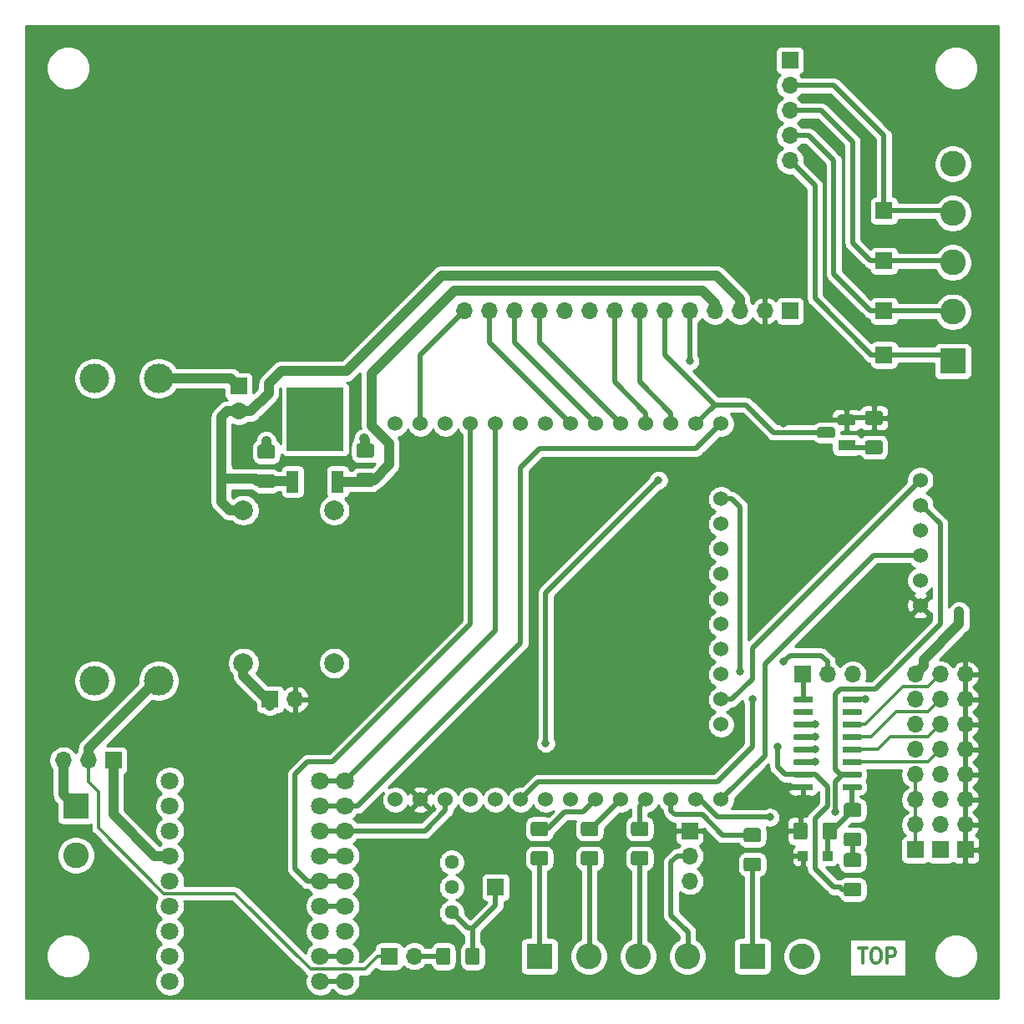
<source format=gbr>
G04 #@! TF.GenerationSoftware,KiCad,Pcbnew,5.1.5-52549c5~84~ubuntu18.04.1*
G04 #@! TF.CreationDate,2020-03-18T13:31:03+01:00*
G04 #@! TF.ProjectId,pcb_loadcell-dev,7063625f-6c6f-4616-9463-656c6c2d6465,rev?*
G04 #@! TF.SameCoordinates,Original*
G04 #@! TF.FileFunction,Copper,L1,Top*
G04 #@! TF.FilePolarity,Positive*
%FSLAX46Y46*%
G04 Gerber Fmt 4.6, Leading zero omitted, Abs format (unit mm)*
G04 Created by KiCad (PCBNEW 5.1.5-52549c5~84~ubuntu18.04.1) date 2020-03-18 13:31:03*
%MOMM*%
%LPD*%
G04 APERTURE LIST*
%ADD10C,0.300000*%
%ADD11C,1.800000*%
%ADD12R,1.700000X1.700000*%
%ADD13O,1.700000X1.700000*%
%ADD14C,2.600000*%
%ADD15R,2.600000X2.600000*%
%ADD16R,1.000000X1.000000*%
%ADD17C,1.524000*%
%ADD18R,5.800000X6.400000*%
%ADD19R,1.200000X2.200000*%
%ADD20C,3.000000*%
%ADD21C,0.100000*%
%ADD22C,1.440000*%
%ADD23R,1.800000X1.100000*%
%ADD24C,2.000000*%
%ADD25C,0.800000*%
%ADD26C,0.500000*%
%ADD27C,1.000000*%
%ADD28C,0.254000*%
G04 APERTURE END LIST*
D10*
X126305714Y-166183571D02*
X127162857Y-166183571D01*
X126734285Y-167683571D02*
X126734285Y-166183571D01*
X127948571Y-166183571D02*
X128234285Y-166183571D01*
X128377142Y-166255000D01*
X128520000Y-166397857D01*
X128591428Y-166683571D01*
X128591428Y-167183571D01*
X128520000Y-167469285D01*
X128377142Y-167612142D01*
X128234285Y-167683571D01*
X127948571Y-167683571D01*
X127805714Y-167612142D01*
X127662857Y-167469285D01*
X127591428Y-167183571D01*
X127591428Y-166683571D01*
X127662857Y-166397857D01*
X127805714Y-166255000D01*
X127948571Y-166183571D01*
X129234285Y-167683571D02*
X129234285Y-166183571D01*
X129805714Y-166183571D01*
X129948571Y-166255000D01*
X130020000Y-166326428D01*
X130091428Y-166469285D01*
X130091428Y-166683571D01*
X130020000Y-166826428D01*
X129948571Y-166897857D01*
X129805714Y-166969285D01*
X129234285Y-166969285D01*
D11*
X71755000Y-169545000D03*
X71755000Y-167005000D03*
X71755000Y-164465000D03*
X71755000Y-161925000D03*
X71755000Y-159385000D03*
X71755000Y-156845000D03*
X71755000Y-154305000D03*
X71755000Y-151765000D03*
X71755000Y-149225000D03*
X56515000Y-149225000D03*
X56515000Y-151765000D03*
X56515000Y-154305000D03*
X56515000Y-156845000D03*
X56515000Y-159385000D03*
X56515000Y-161925000D03*
X56515000Y-164465000D03*
X56515000Y-167005000D03*
X56515000Y-169545000D03*
X74295000Y-149225000D03*
X74295000Y-151765000D03*
X74295000Y-154305000D03*
X74295000Y-156845000D03*
X74295000Y-159385000D03*
X74295000Y-161925000D03*
X74295000Y-164465000D03*
X74295000Y-167005000D03*
X74295000Y-169545000D03*
D12*
X128905000Y-106045000D03*
X128905000Y-101600000D03*
D13*
X119380000Y-86360000D03*
X119380000Y-83820000D03*
X119380000Y-81280000D03*
X119380000Y-78740000D03*
D12*
X119380000Y-76200000D03*
D14*
X135890000Y-86680000D03*
X135890000Y-91680000D03*
X135890000Y-96680000D03*
X135890000Y-101680000D03*
D15*
X135890000Y-106680000D03*
D12*
X128905000Y-96520000D03*
X128905000Y-91440000D03*
D16*
X123170000Y-156845000D03*
X120670000Y-156845000D03*
D13*
X69215000Y-140970000D03*
D12*
X66675000Y-140970000D03*
D13*
X63500000Y-111760000D03*
D12*
X63500000Y-109220000D03*
D17*
X79375000Y-113030000D03*
X81915000Y-113030000D03*
X84455000Y-113030000D03*
X86995000Y-113030000D03*
X89535000Y-113030000D03*
X92075000Y-113030000D03*
X94615000Y-113030000D03*
X97155000Y-113030000D03*
X99695000Y-113030000D03*
X102235000Y-113030000D03*
X104775000Y-113030000D03*
X107315000Y-113030000D03*
X109855000Y-113030000D03*
X112395000Y-113030000D03*
X112395000Y-120650000D03*
X112395000Y-123190000D03*
X112395000Y-125730000D03*
X112395000Y-128270000D03*
X112395000Y-130810000D03*
X112395000Y-133350000D03*
X112395000Y-135890000D03*
X112395000Y-138430000D03*
X112395000Y-140970000D03*
X112395000Y-143510000D03*
X112395000Y-151130000D03*
X109855000Y-151130000D03*
X107315000Y-151130000D03*
X104775000Y-151130000D03*
X102235000Y-151130000D03*
X99695000Y-151130000D03*
X97155000Y-151130000D03*
X94615000Y-151130000D03*
X92075000Y-151130000D03*
X89535000Y-151130000D03*
X86995000Y-151130000D03*
X84455000Y-151130000D03*
X81915000Y-151130000D03*
X79375000Y-151130000D03*
D18*
X71247000Y-112581000D03*
D19*
X73527000Y-118881000D03*
X68967000Y-118881000D03*
D20*
X48895000Y-108415000D03*
X55395000Y-108415000D03*
X55395000Y-139065000D03*
X48895000Y-139065000D03*
G04 #@! TA.AperFunction,SMDPad,CuDef*
D21*
G36*
X123894504Y-153431204D02*
G01*
X123918773Y-153434804D01*
X123942571Y-153440765D01*
X123965671Y-153449030D01*
X123987849Y-153459520D01*
X124008893Y-153472133D01*
X124028598Y-153486747D01*
X124046777Y-153503223D01*
X124063253Y-153521402D01*
X124077867Y-153541107D01*
X124090480Y-153562151D01*
X124100970Y-153584329D01*
X124109235Y-153607429D01*
X124115196Y-153631227D01*
X124118796Y-153655496D01*
X124120000Y-153680000D01*
X124120000Y-154930000D01*
X124118796Y-154954504D01*
X124115196Y-154978773D01*
X124109235Y-155002571D01*
X124100970Y-155025671D01*
X124090480Y-155047849D01*
X124077867Y-155068893D01*
X124063253Y-155088598D01*
X124046777Y-155106777D01*
X124028598Y-155123253D01*
X124008893Y-155137867D01*
X123987849Y-155150480D01*
X123965671Y-155160970D01*
X123942571Y-155169235D01*
X123918773Y-155175196D01*
X123894504Y-155178796D01*
X123870000Y-155180000D01*
X122945000Y-155180000D01*
X122920496Y-155178796D01*
X122896227Y-155175196D01*
X122872429Y-155169235D01*
X122849329Y-155160970D01*
X122827151Y-155150480D01*
X122806107Y-155137867D01*
X122786402Y-155123253D01*
X122768223Y-155106777D01*
X122751747Y-155088598D01*
X122737133Y-155068893D01*
X122724520Y-155047849D01*
X122714030Y-155025671D01*
X122705765Y-155002571D01*
X122699804Y-154978773D01*
X122696204Y-154954504D01*
X122695000Y-154930000D01*
X122695000Y-153680000D01*
X122696204Y-153655496D01*
X122699804Y-153631227D01*
X122705765Y-153607429D01*
X122714030Y-153584329D01*
X122724520Y-153562151D01*
X122737133Y-153541107D01*
X122751747Y-153521402D01*
X122768223Y-153503223D01*
X122786402Y-153486747D01*
X122806107Y-153472133D01*
X122827151Y-153459520D01*
X122849329Y-153449030D01*
X122872429Y-153440765D01*
X122896227Y-153434804D01*
X122920496Y-153431204D01*
X122945000Y-153430000D01*
X123870000Y-153430000D01*
X123894504Y-153431204D01*
G37*
G04 #@! TD.AperFunction*
G04 #@! TA.AperFunction,SMDPad,CuDef*
G36*
X120919504Y-153431204D02*
G01*
X120943773Y-153434804D01*
X120967571Y-153440765D01*
X120990671Y-153449030D01*
X121012849Y-153459520D01*
X121033893Y-153472133D01*
X121053598Y-153486747D01*
X121071777Y-153503223D01*
X121088253Y-153521402D01*
X121102867Y-153541107D01*
X121115480Y-153562151D01*
X121125970Y-153584329D01*
X121134235Y-153607429D01*
X121140196Y-153631227D01*
X121143796Y-153655496D01*
X121145000Y-153680000D01*
X121145000Y-154930000D01*
X121143796Y-154954504D01*
X121140196Y-154978773D01*
X121134235Y-155002571D01*
X121125970Y-155025671D01*
X121115480Y-155047849D01*
X121102867Y-155068893D01*
X121088253Y-155088598D01*
X121071777Y-155106777D01*
X121053598Y-155123253D01*
X121033893Y-155137867D01*
X121012849Y-155150480D01*
X120990671Y-155160970D01*
X120967571Y-155169235D01*
X120943773Y-155175196D01*
X120919504Y-155178796D01*
X120895000Y-155180000D01*
X119970000Y-155180000D01*
X119945496Y-155178796D01*
X119921227Y-155175196D01*
X119897429Y-155169235D01*
X119874329Y-155160970D01*
X119852151Y-155150480D01*
X119831107Y-155137867D01*
X119811402Y-155123253D01*
X119793223Y-155106777D01*
X119776747Y-155088598D01*
X119762133Y-155068893D01*
X119749520Y-155047849D01*
X119739030Y-155025671D01*
X119730765Y-155002571D01*
X119724804Y-154978773D01*
X119721204Y-154954504D01*
X119720000Y-154930000D01*
X119720000Y-153680000D01*
X119721204Y-153655496D01*
X119724804Y-153631227D01*
X119730765Y-153607429D01*
X119739030Y-153584329D01*
X119749520Y-153562151D01*
X119762133Y-153541107D01*
X119776747Y-153521402D01*
X119793223Y-153503223D01*
X119811402Y-153486747D01*
X119831107Y-153472133D01*
X119852151Y-153459520D01*
X119874329Y-153449030D01*
X119897429Y-153440765D01*
X119921227Y-153434804D01*
X119945496Y-153431204D01*
X119970000Y-153430000D01*
X120895000Y-153430000D01*
X120919504Y-153431204D01*
G37*
G04 #@! TD.AperFunction*
G04 #@! TA.AperFunction,SMDPad,CuDef*
G36*
X126379504Y-156551204D02*
G01*
X126403773Y-156554804D01*
X126427571Y-156560765D01*
X126450671Y-156569030D01*
X126472849Y-156579520D01*
X126493893Y-156592133D01*
X126513598Y-156606747D01*
X126531777Y-156623223D01*
X126548253Y-156641402D01*
X126562867Y-156661107D01*
X126575480Y-156682151D01*
X126585970Y-156704329D01*
X126594235Y-156727429D01*
X126600196Y-156751227D01*
X126603796Y-156775496D01*
X126605000Y-156800000D01*
X126605000Y-157725000D01*
X126603796Y-157749504D01*
X126600196Y-157773773D01*
X126594235Y-157797571D01*
X126585970Y-157820671D01*
X126575480Y-157842849D01*
X126562867Y-157863893D01*
X126548253Y-157883598D01*
X126531777Y-157901777D01*
X126513598Y-157918253D01*
X126493893Y-157932867D01*
X126472849Y-157945480D01*
X126450671Y-157955970D01*
X126427571Y-157964235D01*
X126403773Y-157970196D01*
X126379504Y-157973796D01*
X126355000Y-157975000D01*
X125105000Y-157975000D01*
X125080496Y-157973796D01*
X125056227Y-157970196D01*
X125032429Y-157964235D01*
X125009329Y-157955970D01*
X124987151Y-157945480D01*
X124966107Y-157932867D01*
X124946402Y-157918253D01*
X124928223Y-157901777D01*
X124911747Y-157883598D01*
X124897133Y-157863893D01*
X124884520Y-157842849D01*
X124874030Y-157820671D01*
X124865765Y-157797571D01*
X124859804Y-157773773D01*
X124856204Y-157749504D01*
X124855000Y-157725000D01*
X124855000Y-156800000D01*
X124856204Y-156775496D01*
X124859804Y-156751227D01*
X124865765Y-156727429D01*
X124874030Y-156704329D01*
X124884520Y-156682151D01*
X124897133Y-156661107D01*
X124911747Y-156641402D01*
X124928223Y-156623223D01*
X124946402Y-156606747D01*
X124966107Y-156592133D01*
X124987151Y-156579520D01*
X125009329Y-156569030D01*
X125032429Y-156560765D01*
X125056227Y-156554804D01*
X125080496Y-156551204D01*
X125105000Y-156550000D01*
X126355000Y-156550000D01*
X126379504Y-156551204D01*
G37*
G04 #@! TD.AperFunction*
G04 #@! TA.AperFunction,SMDPad,CuDef*
G36*
X126379504Y-159526204D02*
G01*
X126403773Y-159529804D01*
X126427571Y-159535765D01*
X126450671Y-159544030D01*
X126472849Y-159554520D01*
X126493893Y-159567133D01*
X126513598Y-159581747D01*
X126531777Y-159598223D01*
X126548253Y-159616402D01*
X126562867Y-159636107D01*
X126575480Y-159657151D01*
X126585970Y-159679329D01*
X126594235Y-159702429D01*
X126600196Y-159726227D01*
X126603796Y-159750496D01*
X126605000Y-159775000D01*
X126605000Y-160700000D01*
X126603796Y-160724504D01*
X126600196Y-160748773D01*
X126594235Y-160772571D01*
X126585970Y-160795671D01*
X126575480Y-160817849D01*
X126562867Y-160838893D01*
X126548253Y-160858598D01*
X126531777Y-160876777D01*
X126513598Y-160893253D01*
X126493893Y-160907867D01*
X126472849Y-160920480D01*
X126450671Y-160930970D01*
X126427571Y-160939235D01*
X126403773Y-160945196D01*
X126379504Y-160948796D01*
X126355000Y-160950000D01*
X125105000Y-160950000D01*
X125080496Y-160948796D01*
X125056227Y-160945196D01*
X125032429Y-160939235D01*
X125009329Y-160930970D01*
X124987151Y-160920480D01*
X124966107Y-160907867D01*
X124946402Y-160893253D01*
X124928223Y-160876777D01*
X124911747Y-160858598D01*
X124897133Y-160838893D01*
X124884520Y-160817849D01*
X124874030Y-160795671D01*
X124865765Y-160772571D01*
X124859804Y-160748773D01*
X124856204Y-160724504D01*
X124855000Y-160700000D01*
X124855000Y-159775000D01*
X124856204Y-159750496D01*
X124859804Y-159726227D01*
X124865765Y-159702429D01*
X124874030Y-159679329D01*
X124884520Y-159657151D01*
X124897133Y-159636107D01*
X124911747Y-159616402D01*
X124928223Y-159598223D01*
X124946402Y-159581747D01*
X124966107Y-159567133D01*
X124987151Y-159554520D01*
X125009329Y-159544030D01*
X125032429Y-159535765D01*
X125056227Y-159529804D01*
X125080496Y-159526204D01*
X125105000Y-159525000D01*
X126355000Y-159525000D01*
X126379504Y-159526204D01*
G37*
G04 #@! TD.AperFunction*
D13*
X86360000Y-101600000D03*
X88900000Y-101600000D03*
X91440000Y-101600000D03*
X93980000Y-101600000D03*
X96520000Y-101600000D03*
X99060000Y-101600000D03*
X101600000Y-101600000D03*
X104140000Y-101600000D03*
X106680000Y-101600000D03*
X109220000Y-101600000D03*
X111760000Y-101600000D03*
X114300000Y-101600000D03*
X116840000Y-101600000D03*
D12*
X119380000Y-101600000D03*
G04 #@! TA.AperFunction,SMDPad,CuDef*
D21*
G36*
X126379504Y-154446204D02*
G01*
X126403773Y-154449804D01*
X126427571Y-154455765D01*
X126450671Y-154464030D01*
X126472849Y-154474520D01*
X126493893Y-154487133D01*
X126513598Y-154501747D01*
X126531777Y-154518223D01*
X126548253Y-154536402D01*
X126562867Y-154556107D01*
X126575480Y-154577151D01*
X126585970Y-154599329D01*
X126594235Y-154622429D01*
X126600196Y-154646227D01*
X126603796Y-154670496D01*
X126605000Y-154695000D01*
X126605000Y-155620000D01*
X126603796Y-155644504D01*
X126600196Y-155668773D01*
X126594235Y-155692571D01*
X126585970Y-155715671D01*
X126575480Y-155737849D01*
X126562867Y-155758893D01*
X126548253Y-155778598D01*
X126531777Y-155796777D01*
X126513598Y-155813253D01*
X126493893Y-155827867D01*
X126472849Y-155840480D01*
X126450671Y-155850970D01*
X126427571Y-155859235D01*
X126403773Y-155865196D01*
X126379504Y-155868796D01*
X126355000Y-155870000D01*
X125105000Y-155870000D01*
X125080496Y-155868796D01*
X125056227Y-155865196D01*
X125032429Y-155859235D01*
X125009329Y-155850970D01*
X124987151Y-155840480D01*
X124966107Y-155827867D01*
X124946402Y-155813253D01*
X124928223Y-155796777D01*
X124911747Y-155778598D01*
X124897133Y-155758893D01*
X124884520Y-155737849D01*
X124874030Y-155715671D01*
X124865765Y-155692571D01*
X124859804Y-155668773D01*
X124856204Y-155644504D01*
X124855000Y-155620000D01*
X124855000Y-154695000D01*
X124856204Y-154670496D01*
X124859804Y-154646227D01*
X124865765Y-154622429D01*
X124874030Y-154599329D01*
X124884520Y-154577151D01*
X124897133Y-154556107D01*
X124911747Y-154536402D01*
X124928223Y-154518223D01*
X124946402Y-154501747D01*
X124966107Y-154487133D01*
X124987151Y-154474520D01*
X125009329Y-154464030D01*
X125032429Y-154455765D01*
X125056227Y-154449804D01*
X125080496Y-154446204D01*
X125105000Y-154445000D01*
X126355000Y-154445000D01*
X126379504Y-154446204D01*
G37*
G04 #@! TD.AperFunction*
G04 #@! TA.AperFunction,SMDPad,CuDef*
G36*
X126379504Y-151471204D02*
G01*
X126403773Y-151474804D01*
X126427571Y-151480765D01*
X126450671Y-151489030D01*
X126472849Y-151499520D01*
X126493893Y-151512133D01*
X126513598Y-151526747D01*
X126531777Y-151543223D01*
X126548253Y-151561402D01*
X126562867Y-151581107D01*
X126575480Y-151602151D01*
X126585970Y-151624329D01*
X126594235Y-151647429D01*
X126600196Y-151671227D01*
X126603796Y-151695496D01*
X126605000Y-151720000D01*
X126605000Y-152645000D01*
X126603796Y-152669504D01*
X126600196Y-152693773D01*
X126594235Y-152717571D01*
X126585970Y-152740671D01*
X126575480Y-152762849D01*
X126562867Y-152783893D01*
X126548253Y-152803598D01*
X126531777Y-152821777D01*
X126513598Y-152838253D01*
X126493893Y-152852867D01*
X126472849Y-152865480D01*
X126450671Y-152875970D01*
X126427571Y-152884235D01*
X126403773Y-152890196D01*
X126379504Y-152893796D01*
X126355000Y-152895000D01*
X125105000Y-152895000D01*
X125080496Y-152893796D01*
X125056227Y-152890196D01*
X125032429Y-152884235D01*
X125009329Y-152875970D01*
X124987151Y-152865480D01*
X124966107Y-152852867D01*
X124946402Y-152838253D01*
X124928223Y-152821777D01*
X124911747Y-152803598D01*
X124897133Y-152783893D01*
X124884520Y-152762849D01*
X124874030Y-152740671D01*
X124865765Y-152717571D01*
X124859804Y-152693773D01*
X124856204Y-152669504D01*
X124855000Y-152645000D01*
X124855000Y-151720000D01*
X124856204Y-151695496D01*
X124859804Y-151671227D01*
X124865765Y-151647429D01*
X124874030Y-151624329D01*
X124884520Y-151602151D01*
X124897133Y-151581107D01*
X124911747Y-151561402D01*
X124928223Y-151543223D01*
X124946402Y-151526747D01*
X124966107Y-151512133D01*
X124987151Y-151499520D01*
X125009329Y-151489030D01*
X125032429Y-151480765D01*
X125056227Y-151474804D01*
X125080496Y-151471204D01*
X125105000Y-151470000D01*
X126355000Y-151470000D01*
X126379504Y-151471204D01*
G37*
G04 #@! TD.AperFunction*
G04 #@! TA.AperFunction,SMDPad,CuDef*
G36*
X76976504Y-115022204D02*
G01*
X77000773Y-115025804D01*
X77024571Y-115031765D01*
X77047671Y-115040030D01*
X77069849Y-115050520D01*
X77090893Y-115063133D01*
X77110598Y-115077747D01*
X77128777Y-115094223D01*
X77145253Y-115112402D01*
X77159867Y-115132107D01*
X77172480Y-115153151D01*
X77182970Y-115175329D01*
X77191235Y-115198429D01*
X77197196Y-115222227D01*
X77200796Y-115246496D01*
X77202000Y-115271000D01*
X77202000Y-116196000D01*
X77200796Y-116220504D01*
X77197196Y-116244773D01*
X77191235Y-116268571D01*
X77182970Y-116291671D01*
X77172480Y-116313849D01*
X77159867Y-116334893D01*
X77145253Y-116354598D01*
X77128777Y-116372777D01*
X77110598Y-116389253D01*
X77090893Y-116403867D01*
X77069849Y-116416480D01*
X77047671Y-116426970D01*
X77024571Y-116435235D01*
X77000773Y-116441196D01*
X76976504Y-116444796D01*
X76952000Y-116446000D01*
X75702000Y-116446000D01*
X75677496Y-116444796D01*
X75653227Y-116441196D01*
X75629429Y-116435235D01*
X75606329Y-116426970D01*
X75584151Y-116416480D01*
X75563107Y-116403867D01*
X75543402Y-116389253D01*
X75525223Y-116372777D01*
X75508747Y-116354598D01*
X75494133Y-116334893D01*
X75481520Y-116313849D01*
X75471030Y-116291671D01*
X75462765Y-116268571D01*
X75456804Y-116244773D01*
X75453204Y-116220504D01*
X75452000Y-116196000D01*
X75452000Y-115271000D01*
X75453204Y-115246496D01*
X75456804Y-115222227D01*
X75462765Y-115198429D01*
X75471030Y-115175329D01*
X75481520Y-115153151D01*
X75494133Y-115132107D01*
X75508747Y-115112402D01*
X75525223Y-115094223D01*
X75543402Y-115077747D01*
X75563107Y-115063133D01*
X75584151Y-115050520D01*
X75606329Y-115040030D01*
X75629429Y-115031765D01*
X75653227Y-115025804D01*
X75677496Y-115022204D01*
X75702000Y-115021000D01*
X76952000Y-115021000D01*
X76976504Y-115022204D01*
G37*
G04 #@! TD.AperFunction*
G04 #@! TA.AperFunction,SMDPad,CuDef*
G36*
X76976504Y-117997204D02*
G01*
X77000773Y-118000804D01*
X77024571Y-118006765D01*
X77047671Y-118015030D01*
X77069849Y-118025520D01*
X77090893Y-118038133D01*
X77110598Y-118052747D01*
X77128777Y-118069223D01*
X77145253Y-118087402D01*
X77159867Y-118107107D01*
X77172480Y-118128151D01*
X77182970Y-118150329D01*
X77191235Y-118173429D01*
X77197196Y-118197227D01*
X77200796Y-118221496D01*
X77202000Y-118246000D01*
X77202000Y-119171000D01*
X77200796Y-119195504D01*
X77197196Y-119219773D01*
X77191235Y-119243571D01*
X77182970Y-119266671D01*
X77172480Y-119288849D01*
X77159867Y-119309893D01*
X77145253Y-119329598D01*
X77128777Y-119347777D01*
X77110598Y-119364253D01*
X77090893Y-119378867D01*
X77069849Y-119391480D01*
X77047671Y-119401970D01*
X77024571Y-119410235D01*
X77000773Y-119416196D01*
X76976504Y-119419796D01*
X76952000Y-119421000D01*
X75702000Y-119421000D01*
X75677496Y-119419796D01*
X75653227Y-119416196D01*
X75629429Y-119410235D01*
X75606329Y-119401970D01*
X75584151Y-119391480D01*
X75563107Y-119378867D01*
X75543402Y-119364253D01*
X75525223Y-119347777D01*
X75508747Y-119329598D01*
X75494133Y-119309893D01*
X75481520Y-119288849D01*
X75471030Y-119266671D01*
X75462765Y-119243571D01*
X75456804Y-119219773D01*
X75453204Y-119195504D01*
X75452000Y-119171000D01*
X75452000Y-118246000D01*
X75453204Y-118221496D01*
X75456804Y-118197227D01*
X75462765Y-118173429D01*
X75471030Y-118150329D01*
X75481520Y-118128151D01*
X75494133Y-118107107D01*
X75508747Y-118087402D01*
X75525223Y-118069223D01*
X75543402Y-118052747D01*
X75563107Y-118038133D01*
X75584151Y-118025520D01*
X75606329Y-118015030D01*
X75629429Y-118006765D01*
X75653227Y-118000804D01*
X75677496Y-117997204D01*
X75702000Y-117996000D01*
X76952000Y-117996000D01*
X76976504Y-117997204D01*
G37*
G04 #@! TD.AperFunction*
G04 #@! TA.AperFunction,SMDPad,CuDef*
G36*
X66943504Y-115149204D02*
G01*
X66967773Y-115152804D01*
X66991571Y-115158765D01*
X67014671Y-115167030D01*
X67036849Y-115177520D01*
X67057893Y-115190133D01*
X67077598Y-115204747D01*
X67095777Y-115221223D01*
X67112253Y-115239402D01*
X67126867Y-115259107D01*
X67139480Y-115280151D01*
X67149970Y-115302329D01*
X67158235Y-115325429D01*
X67164196Y-115349227D01*
X67167796Y-115373496D01*
X67169000Y-115398000D01*
X67169000Y-116323000D01*
X67167796Y-116347504D01*
X67164196Y-116371773D01*
X67158235Y-116395571D01*
X67149970Y-116418671D01*
X67139480Y-116440849D01*
X67126867Y-116461893D01*
X67112253Y-116481598D01*
X67095777Y-116499777D01*
X67077598Y-116516253D01*
X67057893Y-116530867D01*
X67036849Y-116543480D01*
X67014671Y-116553970D01*
X66991571Y-116562235D01*
X66967773Y-116568196D01*
X66943504Y-116571796D01*
X66919000Y-116573000D01*
X65669000Y-116573000D01*
X65644496Y-116571796D01*
X65620227Y-116568196D01*
X65596429Y-116562235D01*
X65573329Y-116553970D01*
X65551151Y-116543480D01*
X65530107Y-116530867D01*
X65510402Y-116516253D01*
X65492223Y-116499777D01*
X65475747Y-116481598D01*
X65461133Y-116461893D01*
X65448520Y-116440849D01*
X65438030Y-116418671D01*
X65429765Y-116395571D01*
X65423804Y-116371773D01*
X65420204Y-116347504D01*
X65419000Y-116323000D01*
X65419000Y-115398000D01*
X65420204Y-115373496D01*
X65423804Y-115349227D01*
X65429765Y-115325429D01*
X65438030Y-115302329D01*
X65448520Y-115280151D01*
X65461133Y-115259107D01*
X65475747Y-115239402D01*
X65492223Y-115221223D01*
X65510402Y-115204747D01*
X65530107Y-115190133D01*
X65551151Y-115177520D01*
X65573329Y-115167030D01*
X65596429Y-115158765D01*
X65620227Y-115152804D01*
X65644496Y-115149204D01*
X65669000Y-115148000D01*
X66919000Y-115148000D01*
X66943504Y-115149204D01*
G37*
G04 #@! TD.AperFunction*
G04 #@! TA.AperFunction,SMDPad,CuDef*
G36*
X66943504Y-118124204D02*
G01*
X66967773Y-118127804D01*
X66991571Y-118133765D01*
X67014671Y-118142030D01*
X67036849Y-118152520D01*
X67057893Y-118165133D01*
X67077598Y-118179747D01*
X67095777Y-118196223D01*
X67112253Y-118214402D01*
X67126867Y-118234107D01*
X67139480Y-118255151D01*
X67149970Y-118277329D01*
X67158235Y-118300429D01*
X67164196Y-118324227D01*
X67167796Y-118348496D01*
X67169000Y-118373000D01*
X67169000Y-119298000D01*
X67167796Y-119322504D01*
X67164196Y-119346773D01*
X67158235Y-119370571D01*
X67149970Y-119393671D01*
X67139480Y-119415849D01*
X67126867Y-119436893D01*
X67112253Y-119456598D01*
X67095777Y-119474777D01*
X67077598Y-119491253D01*
X67057893Y-119505867D01*
X67036849Y-119518480D01*
X67014671Y-119528970D01*
X66991571Y-119537235D01*
X66967773Y-119543196D01*
X66943504Y-119546796D01*
X66919000Y-119548000D01*
X65669000Y-119548000D01*
X65644496Y-119546796D01*
X65620227Y-119543196D01*
X65596429Y-119537235D01*
X65573329Y-119528970D01*
X65551151Y-119518480D01*
X65530107Y-119505867D01*
X65510402Y-119491253D01*
X65492223Y-119474777D01*
X65475747Y-119456598D01*
X65461133Y-119436893D01*
X65448520Y-119415849D01*
X65438030Y-119393671D01*
X65429765Y-119370571D01*
X65423804Y-119346773D01*
X65420204Y-119322504D01*
X65419000Y-119298000D01*
X65419000Y-118373000D01*
X65420204Y-118348496D01*
X65423804Y-118324227D01*
X65429765Y-118300429D01*
X65438030Y-118277329D01*
X65448520Y-118255151D01*
X65461133Y-118234107D01*
X65475747Y-118214402D01*
X65492223Y-118196223D01*
X65510402Y-118179747D01*
X65530107Y-118165133D01*
X65551151Y-118152520D01*
X65573329Y-118142030D01*
X65596429Y-118133765D01*
X65620227Y-118127804D01*
X65644496Y-118124204D01*
X65669000Y-118123000D01*
X66919000Y-118123000D01*
X66943504Y-118124204D01*
G37*
G04 #@! TD.AperFunction*
D13*
X134620000Y-138430000D03*
X134620000Y-140970000D03*
X134620000Y-143510000D03*
X134620000Y-146050000D03*
X134620000Y-148590000D03*
X134620000Y-151130000D03*
X134620000Y-153670000D03*
D12*
X134620000Y-156210000D03*
D13*
X132080000Y-138430000D03*
X132080000Y-140970000D03*
X132080000Y-143510000D03*
X132080000Y-146050000D03*
X132080000Y-148590000D03*
X132080000Y-151130000D03*
X132080000Y-153670000D03*
D12*
X132080000Y-156210000D03*
D13*
X137160000Y-138430000D03*
X137160000Y-140970000D03*
X137160000Y-143510000D03*
X137160000Y-146050000D03*
X137160000Y-148590000D03*
X137160000Y-151130000D03*
X137160000Y-153670000D03*
D12*
X137160000Y-156210000D03*
D14*
X46990000Y-156765000D03*
D15*
X46990000Y-151765000D03*
D13*
X109220000Y-159385000D03*
X109220000Y-156845000D03*
D12*
X109220000Y-154305000D03*
D13*
X125730000Y-138430000D03*
X123190000Y-138430000D03*
D12*
X120650000Y-138430000D03*
D13*
X45720000Y-147140000D03*
X48260000Y-147140000D03*
D12*
X50800000Y-147140000D03*
D14*
X108980000Y-167005000D03*
X103980000Y-167005000D03*
X98980000Y-167005000D03*
D15*
X93980000Y-167005000D03*
D14*
X120570000Y-167005000D03*
D15*
X115570000Y-167005000D03*
D22*
X85090000Y-157480000D03*
X85090000Y-160020000D03*
X85090000Y-162560000D03*
D12*
X89535000Y-160020000D03*
D23*
X125114000Y-115189000D03*
G04 #@! TA.AperFunction,ComponentPad*
D21*
G36*
X125765955Y-112100324D02*
G01*
X125792650Y-112104284D01*
X125818828Y-112110841D01*
X125844238Y-112119933D01*
X125868634Y-112131472D01*
X125891782Y-112145346D01*
X125913458Y-112161422D01*
X125933454Y-112179546D01*
X125951578Y-112199542D01*
X125967654Y-112221218D01*
X125981528Y-112244366D01*
X125993067Y-112268762D01*
X126002159Y-112294172D01*
X126008716Y-112320350D01*
X126012676Y-112347045D01*
X126014000Y-112374000D01*
X126014000Y-112924000D01*
X126012676Y-112950955D01*
X126008716Y-112977650D01*
X126002159Y-113003828D01*
X125993067Y-113029238D01*
X125981528Y-113053634D01*
X125967654Y-113076782D01*
X125951578Y-113098458D01*
X125933454Y-113118454D01*
X125913458Y-113136578D01*
X125891782Y-113152654D01*
X125868634Y-113166528D01*
X125844238Y-113178067D01*
X125818828Y-113187159D01*
X125792650Y-113193716D01*
X125765955Y-113197676D01*
X125739000Y-113199000D01*
X124489000Y-113199000D01*
X124462045Y-113197676D01*
X124435350Y-113193716D01*
X124409172Y-113187159D01*
X124383762Y-113178067D01*
X124359366Y-113166528D01*
X124336218Y-113152654D01*
X124314542Y-113136578D01*
X124294546Y-113118454D01*
X124276422Y-113098458D01*
X124260346Y-113076782D01*
X124246472Y-113053634D01*
X124234933Y-113029238D01*
X124225841Y-113003828D01*
X124219284Y-112977650D01*
X124215324Y-112950955D01*
X124214000Y-112924000D01*
X124214000Y-112374000D01*
X124215324Y-112347045D01*
X124219284Y-112320350D01*
X124225841Y-112294172D01*
X124234933Y-112268762D01*
X124246472Y-112244366D01*
X124260346Y-112221218D01*
X124276422Y-112199542D01*
X124294546Y-112179546D01*
X124314542Y-112161422D01*
X124336218Y-112145346D01*
X124359366Y-112131472D01*
X124383762Y-112119933D01*
X124409172Y-112110841D01*
X124435350Y-112104284D01*
X124462045Y-112100324D01*
X124489000Y-112099000D01*
X125739000Y-112099000D01*
X125765955Y-112100324D01*
G37*
G04 #@! TD.AperFunction*
G04 #@! TA.AperFunction,ComponentPad*
G36*
X123695955Y-113370324D02*
G01*
X123722650Y-113374284D01*
X123748828Y-113380841D01*
X123774238Y-113389933D01*
X123798634Y-113401472D01*
X123821782Y-113415346D01*
X123843458Y-113431422D01*
X123863454Y-113449546D01*
X123881578Y-113469542D01*
X123897654Y-113491218D01*
X123911528Y-113514366D01*
X123923067Y-113538762D01*
X123932159Y-113564172D01*
X123938716Y-113590350D01*
X123942676Y-113617045D01*
X123944000Y-113644000D01*
X123944000Y-114194000D01*
X123942676Y-114220955D01*
X123938716Y-114247650D01*
X123932159Y-114273828D01*
X123923067Y-114299238D01*
X123911528Y-114323634D01*
X123897654Y-114346782D01*
X123881578Y-114368458D01*
X123863454Y-114388454D01*
X123843458Y-114406578D01*
X123821782Y-114422654D01*
X123798634Y-114436528D01*
X123774238Y-114448067D01*
X123748828Y-114457159D01*
X123722650Y-114463716D01*
X123695955Y-114467676D01*
X123669000Y-114469000D01*
X122419000Y-114469000D01*
X122392045Y-114467676D01*
X122365350Y-114463716D01*
X122339172Y-114457159D01*
X122313762Y-114448067D01*
X122289366Y-114436528D01*
X122266218Y-114422654D01*
X122244542Y-114406578D01*
X122224546Y-114388454D01*
X122206422Y-114368458D01*
X122190346Y-114346782D01*
X122176472Y-114323634D01*
X122164933Y-114299238D01*
X122155841Y-114273828D01*
X122149284Y-114247650D01*
X122145324Y-114220955D01*
X122144000Y-114194000D01*
X122144000Y-113644000D01*
X122145324Y-113617045D01*
X122149284Y-113590350D01*
X122155841Y-113564172D01*
X122164933Y-113538762D01*
X122176472Y-113514366D01*
X122190346Y-113491218D01*
X122206422Y-113469542D01*
X122224546Y-113449546D01*
X122244542Y-113431422D01*
X122266218Y-113415346D01*
X122289366Y-113401472D01*
X122313762Y-113389933D01*
X122339172Y-113380841D01*
X122365350Y-113374284D01*
X122392045Y-113370324D01*
X122419000Y-113369000D01*
X123669000Y-113369000D01*
X123695955Y-113370324D01*
G37*
G04 #@! TD.AperFunction*
D24*
X63980000Y-121790000D03*
X73180000Y-121790000D03*
X73180000Y-137290000D03*
X63980000Y-137290000D03*
G04 #@! TA.AperFunction,SMDPad,CuDef*
D21*
G36*
X128538504Y-114695204D02*
G01*
X128562773Y-114698804D01*
X128586571Y-114704765D01*
X128609671Y-114713030D01*
X128631849Y-114723520D01*
X128652893Y-114736133D01*
X128672598Y-114750747D01*
X128690777Y-114767223D01*
X128707253Y-114785402D01*
X128721867Y-114805107D01*
X128734480Y-114826151D01*
X128744970Y-114848329D01*
X128753235Y-114871429D01*
X128759196Y-114895227D01*
X128762796Y-114919496D01*
X128764000Y-114944000D01*
X128764000Y-115869000D01*
X128762796Y-115893504D01*
X128759196Y-115917773D01*
X128753235Y-115941571D01*
X128744970Y-115964671D01*
X128734480Y-115986849D01*
X128721867Y-116007893D01*
X128707253Y-116027598D01*
X128690777Y-116045777D01*
X128672598Y-116062253D01*
X128652893Y-116076867D01*
X128631849Y-116089480D01*
X128609671Y-116099970D01*
X128586571Y-116108235D01*
X128562773Y-116114196D01*
X128538504Y-116117796D01*
X128514000Y-116119000D01*
X127264000Y-116119000D01*
X127239496Y-116117796D01*
X127215227Y-116114196D01*
X127191429Y-116108235D01*
X127168329Y-116099970D01*
X127146151Y-116089480D01*
X127125107Y-116076867D01*
X127105402Y-116062253D01*
X127087223Y-116045777D01*
X127070747Y-116027598D01*
X127056133Y-116007893D01*
X127043520Y-115986849D01*
X127033030Y-115964671D01*
X127024765Y-115941571D01*
X127018804Y-115917773D01*
X127015204Y-115893504D01*
X127014000Y-115869000D01*
X127014000Y-114944000D01*
X127015204Y-114919496D01*
X127018804Y-114895227D01*
X127024765Y-114871429D01*
X127033030Y-114848329D01*
X127043520Y-114826151D01*
X127056133Y-114805107D01*
X127070747Y-114785402D01*
X127087223Y-114767223D01*
X127105402Y-114750747D01*
X127125107Y-114736133D01*
X127146151Y-114723520D01*
X127168329Y-114713030D01*
X127191429Y-114704765D01*
X127215227Y-114698804D01*
X127239496Y-114695204D01*
X127264000Y-114694000D01*
X128514000Y-114694000D01*
X128538504Y-114695204D01*
G37*
G04 #@! TD.AperFunction*
G04 #@! TA.AperFunction,SMDPad,CuDef*
G36*
X128538504Y-111720204D02*
G01*
X128562773Y-111723804D01*
X128586571Y-111729765D01*
X128609671Y-111738030D01*
X128631849Y-111748520D01*
X128652893Y-111761133D01*
X128672598Y-111775747D01*
X128690777Y-111792223D01*
X128707253Y-111810402D01*
X128721867Y-111830107D01*
X128734480Y-111851151D01*
X128744970Y-111873329D01*
X128753235Y-111896429D01*
X128759196Y-111920227D01*
X128762796Y-111944496D01*
X128764000Y-111969000D01*
X128764000Y-112894000D01*
X128762796Y-112918504D01*
X128759196Y-112942773D01*
X128753235Y-112966571D01*
X128744970Y-112989671D01*
X128734480Y-113011849D01*
X128721867Y-113032893D01*
X128707253Y-113052598D01*
X128690777Y-113070777D01*
X128672598Y-113087253D01*
X128652893Y-113101867D01*
X128631849Y-113114480D01*
X128609671Y-113124970D01*
X128586571Y-113133235D01*
X128562773Y-113139196D01*
X128538504Y-113142796D01*
X128514000Y-113144000D01*
X127264000Y-113144000D01*
X127239496Y-113142796D01*
X127215227Y-113139196D01*
X127191429Y-113133235D01*
X127168329Y-113124970D01*
X127146151Y-113114480D01*
X127125107Y-113101867D01*
X127105402Y-113087253D01*
X127087223Y-113070777D01*
X127070747Y-113052598D01*
X127056133Y-113032893D01*
X127043520Y-113011849D01*
X127033030Y-112989671D01*
X127024765Y-112966571D01*
X127018804Y-112942773D01*
X127015204Y-112918504D01*
X127014000Y-112894000D01*
X127014000Y-111969000D01*
X127015204Y-111944496D01*
X127018804Y-111920227D01*
X127024765Y-111896429D01*
X127033030Y-111873329D01*
X127043520Y-111851151D01*
X127056133Y-111830107D01*
X127070747Y-111810402D01*
X127087223Y-111792223D01*
X127105402Y-111775747D01*
X127125107Y-111761133D01*
X127146151Y-111748520D01*
X127168329Y-111738030D01*
X127191429Y-111729765D01*
X127215227Y-111723804D01*
X127239496Y-111720204D01*
X127264000Y-111719000D01*
X128514000Y-111719000D01*
X128538504Y-111720204D01*
G37*
G04 #@! TD.AperFunction*
D12*
X78740000Y-167005000D03*
D13*
X81280000Y-167005000D03*
G04 #@! TA.AperFunction,SMDPad,CuDef*
D21*
G36*
X87699504Y-166131204D02*
G01*
X87723773Y-166134804D01*
X87747571Y-166140765D01*
X87770671Y-166149030D01*
X87792849Y-166159520D01*
X87813893Y-166172133D01*
X87833598Y-166186747D01*
X87851777Y-166203223D01*
X87868253Y-166221402D01*
X87882867Y-166241107D01*
X87895480Y-166262151D01*
X87905970Y-166284329D01*
X87914235Y-166307429D01*
X87920196Y-166331227D01*
X87923796Y-166355496D01*
X87925000Y-166380000D01*
X87925000Y-167630000D01*
X87923796Y-167654504D01*
X87920196Y-167678773D01*
X87914235Y-167702571D01*
X87905970Y-167725671D01*
X87895480Y-167747849D01*
X87882867Y-167768893D01*
X87868253Y-167788598D01*
X87851777Y-167806777D01*
X87833598Y-167823253D01*
X87813893Y-167837867D01*
X87792849Y-167850480D01*
X87770671Y-167860970D01*
X87747571Y-167869235D01*
X87723773Y-167875196D01*
X87699504Y-167878796D01*
X87675000Y-167880000D01*
X86750000Y-167880000D01*
X86725496Y-167878796D01*
X86701227Y-167875196D01*
X86677429Y-167869235D01*
X86654329Y-167860970D01*
X86632151Y-167850480D01*
X86611107Y-167837867D01*
X86591402Y-167823253D01*
X86573223Y-167806777D01*
X86556747Y-167788598D01*
X86542133Y-167768893D01*
X86529520Y-167747849D01*
X86519030Y-167725671D01*
X86510765Y-167702571D01*
X86504804Y-167678773D01*
X86501204Y-167654504D01*
X86500000Y-167630000D01*
X86500000Y-166380000D01*
X86501204Y-166355496D01*
X86504804Y-166331227D01*
X86510765Y-166307429D01*
X86519030Y-166284329D01*
X86529520Y-166262151D01*
X86542133Y-166241107D01*
X86556747Y-166221402D01*
X86573223Y-166203223D01*
X86591402Y-166186747D01*
X86611107Y-166172133D01*
X86632151Y-166159520D01*
X86654329Y-166149030D01*
X86677429Y-166140765D01*
X86701227Y-166134804D01*
X86725496Y-166131204D01*
X86750000Y-166130000D01*
X87675000Y-166130000D01*
X87699504Y-166131204D01*
G37*
G04 #@! TD.AperFunction*
G04 #@! TA.AperFunction,SMDPad,CuDef*
G36*
X84724504Y-166131204D02*
G01*
X84748773Y-166134804D01*
X84772571Y-166140765D01*
X84795671Y-166149030D01*
X84817849Y-166159520D01*
X84838893Y-166172133D01*
X84858598Y-166186747D01*
X84876777Y-166203223D01*
X84893253Y-166221402D01*
X84907867Y-166241107D01*
X84920480Y-166262151D01*
X84930970Y-166284329D01*
X84939235Y-166307429D01*
X84945196Y-166331227D01*
X84948796Y-166355496D01*
X84950000Y-166380000D01*
X84950000Y-167630000D01*
X84948796Y-167654504D01*
X84945196Y-167678773D01*
X84939235Y-167702571D01*
X84930970Y-167725671D01*
X84920480Y-167747849D01*
X84907867Y-167768893D01*
X84893253Y-167788598D01*
X84876777Y-167806777D01*
X84858598Y-167823253D01*
X84838893Y-167837867D01*
X84817849Y-167850480D01*
X84795671Y-167860970D01*
X84772571Y-167869235D01*
X84748773Y-167875196D01*
X84724504Y-167878796D01*
X84700000Y-167880000D01*
X83775000Y-167880000D01*
X83750496Y-167878796D01*
X83726227Y-167875196D01*
X83702429Y-167869235D01*
X83679329Y-167860970D01*
X83657151Y-167850480D01*
X83636107Y-167837867D01*
X83616402Y-167823253D01*
X83598223Y-167806777D01*
X83581747Y-167788598D01*
X83567133Y-167768893D01*
X83554520Y-167747849D01*
X83544030Y-167725671D01*
X83535765Y-167702571D01*
X83529804Y-167678773D01*
X83526204Y-167654504D01*
X83525000Y-167630000D01*
X83525000Y-166380000D01*
X83526204Y-166355496D01*
X83529804Y-166331227D01*
X83535765Y-166307429D01*
X83544030Y-166284329D01*
X83554520Y-166262151D01*
X83567133Y-166241107D01*
X83581747Y-166221402D01*
X83598223Y-166203223D01*
X83616402Y-166186747D01*
X83636107Y-166172133D01*
X83657151Y-166159520D01*
X83679329Y-166149030D01*
X83702429Y-166140765D01*
X83726227Y-166134804D01*
X83750496Y-166131204D01*
X83775000Y-166130000D01*
X84700000Y-166130000D01*
X84724504Y-166131204D01*
G37*
G04 #@! TD.AperFunction*
G04 #@! TA.AperFunction,SMDPad,CuDef*
G36*
X116219504Y-156986204D02*
G01*
X116243773Y-156989804D01*
X116267571Y-156995765D01*
X116290671Y-157004030D01*
X116312849Y-157014520D01*
X116333893Y-157027133D01*
X116353598Y-157041747D01*
X116371777Y-157058223D01*
X116388253Y-157076402D01*
X116402867Y-157096107D01*
X116415480Y-157117151D01*
X116425970Y-157139329D01*
X116434235Y-157162429D01*
X116440196Y-157186227D01*
X116443796Y-157210496D01*
X116445000Y-157235000D01*
X116445000Y-158160000D01*
X116443796Y-158184504D01*
X116440196Y-158208773D01*
X116434235Y-158232571D01*
X116425970Y-158255671D01*
X116415480Y-158277849D01*
X116402867Y-158298893D01*
X116388253Y-158318598D01*
X116371777Y-158336777D01*
X116353598Y-158353253D01*
X116333893Y-158367867D01*
X116312849Y-158380480D01*
X116290671Y-158390970D01*
X116267571Y-158399235D01*
X116243773Y-158405196D01*
X116219504Y-158408796D01*
X116195000Y-158410000D01*
X114945000Y-158410000D01*
X114920496Y-158408796D01*
X114896227Y-158405196D01*
X114872429Y-158399235D01*
X114849329Y-158390970D01*
X114827151Y-158380480D01*
X114806107Y-158367867D01*
X114786402Y-158353253D01*
X114768223Y-158336777D01*
X114751747Y-158318598D01*
X114737133Y-158298893D01*
X114724520Y-158277849D01*
X114714030Y-158255671D01*
X114705765Y-158232571D01*
X114699804Y-158208773D01*
X114696204Y-158184504D01*
X114695000Y-158160000D01*
X114695000Y-157235000D01*
X114696204Y-157210496D01*
X114699804Y-157186227D01*
X114705765Y-157162429D01*
X114714030Y-157139329D01*
X114724520Y-157117151D01*
X114737133Y-157096107D01*
X114751747Y-157076402D01*
X114768223Y-157058223D01*
X114786402Y-157041747D01*
X114806107Y-157027133D01*
X114827151Y-157014520D01*
X114849329Y-157004030D01*
X114872429Y-156995765D01*
X114896227Y-156989804D01*
X114920496Y-156986204D01*
X114945000Y-156985000D01*
X116195000Y-156985000D01*
X116219504Y-156986204D01*
G37*
G04 #@! TD.AperFunction*
G04 #@! TA.AperFunction,SMDPad,CuDef*
G36*
X116219504Y-154011204D02*
G01*
X116243773Y-154014804D01*
X116267571Y-154020765D01*
X116290671Y-154029030D01*
X116312849Y-154039520D01*
X116333893Y-154052133D01*
X116353598Y-154066747D01*
X116371777Y-154083223D01*
X116388253Y-154101402D01*
X116402867Y-154121107D01*
X116415480Y-154142151D01*
X116425970Y-154164329D01*
X116434235Y-154187429D01*
X116440196Y-154211227D01*
X116443796Y-154235496D01*
X116445000Y-154260000D01*
X116445000Y-155185000D01*
X116443796Y-155209504D01*
X116440196Y-155233773D01*
X116434235Y-155257571D01*
X116425970Y-155280671D01*
X116415480Y-155302849D01*
X116402867Y-155323893D01*
X116388253Y-155343598D01*
X116371777Y-155361777D01*
X116353598Y-155378253D01*
X116333893Y-155392867D01*
X116312849Y-155405480D01*
X116290671Y-155415970D01*
X116267571Y-155424235D01*
X116243773Y-155430196D01*
X116219504Y-155433796D01*
X116195000Y-155435000D01*
X114945000Y-155435000D01*
X114920496Y-155433796D01*
X114896227Y-155430196D01*
X114872429Y-155424235D01*
X114849329Y-155415970D01*
X114827151Y-155405480D01*
X114806107Y-155392867D01*
X114786402Y-155378253D01*
X114768223Y-155361777D01*
X114751747Y-155343598D01*
X114737133Y-155323893D01*
X114724520Y-155302849D01*
X114714030Y-155280671D01*
X114705765Y-155257571D01*
X114699804Y-155233773D01*
X114696204Y-155209504D01*
X114695000Y-155185000D01*
X114695000Y-154260000D01*
X114696204Y-154235496D01*
X114699804Y-154211227D01*
X114705765Y-154187429D01*
X114714030Y-154164329D01*
X114724520Y-154142151D01*
X114737133Y-154121107D01*
X114751747Y-154101402D01*
X114768223Y-154083223D01*
X114786402Y-154066747D01*
X114806107Y-154052133D01*
X114827151Y-154039520D01*
X114849329Y-154029030D01*
X114872429Y-154020765D01*
X114896227Y-154014804D01*
X114920496Y-154011204D01*
X114945000Y-154010000D01*
X116195000Y-154010000D01*
X116219504Y-154011204D01*
G37*
G04 #@! TD.AperFunction*
G04 #@! TA.AperFunction,SMDPad,CuDef*
G36*
X104789504Y-153376204D02*
G01*
X104813773Y-153379804D01*
X104837571Y-153385765D01*
X104860671Y-153394030D01*
X104882849Y-153404520D01*
X104903893Y-153417133D01*
X104923598Y-153431747D01*
X104941777Y-153448223D01*
X104958253Y-153466402D01*
X104972867Y-153486107D01*
X104985480Y-153507151D01*
X104995970Y-153529329D01*
X105004235Y-153552429D01*
X105010196Y-153576227D01*
X105013796Y-153600496D01*
X105015000Y-153625000D01*
X105015000Y-154550000D01*
X105013796Y-154574504D01*
X105010196Y-154598773D01*
X105004235Y-154622571D01*
X104995970Y-154645671D01*
X104985480Y-154667849D01*
X104972867Y-154688893D01*
X104958253Y-154708598D01*
X104941777Y-154726777D01*
X104923598Y-154743253D01*
X104903893Y-154757867D01*
X104882849Y-154770480D01*
X104860671Y-154780970D01*
X104837571Y-154789235D01*
X104813773Y-154795196D01*
X104789504Y-154798796D01*
X104765000Y-154800000D01*
X103515000Y-154800000D01*
X103490496Y-154798796D01*
X103466227Y-154795196D01*
X103442429Y-154789235D01*
X103419329Y-154780970D01*
X103397151Y-154770480D01*
X103376107Y-154757867D01*
X103356402Y-154743253D01*
X103338223Y-154726777D01*
X103321747Y-154708598D01*
X103307133Y-154688893D01*
X103294520Y-154667849D01*
X103284030Y-154645671D01*
X103275765Y-154622571D01*
X103269804Y-154598773D01*
X103266204Y-154574504D01*
X103265000Y-154550000D01*
X103265000Y-153625000D01*
X103266204Y-153600496D01*
X103269804Y-153576227D01*
X103275765Y-153552429D01*
X103284030Y-153529329D01*
X103294520Y-153507151D01*
X103307133Y-153486107D01*
X103321747Y-153466402D01*
X103338223Y-153448223D01*
X103356402Y-153431747D01*
X103376107Y-153417133D01*
X103397151Y-153404520D01*
X103419329Y-153394030D01*
X103442429Y-153385765D01*
X103466227Y-153379804D01*
X103490496Y-153376204D01*
X103515000Y-153375000D01*
X104765000Y-153375000D01*
X104789504Y-153376204D01*
G37*
G04 #@! TD.AperFunction*
G04 #@! TA.AperFunction,SMDPad,CuDef*
G36*
X104789504Y-156351204D02*
G01*
X104813773Y-156354804D01*
X104837571Y-156360765D01*
X104860671Y-156369030D01*
X104882849Y-156379520D01*
X104903893Y-156392133D01*
X104923598Y-156406747D01*
X104941777Y-156423223D01*
X104958253Y-156441402D01*
X104972867Y-156461107D01*
X104985480Y-156482151D01*
X104995970Y-156504329D01*
X105004235Y-156527429D01*
X105010196Y-156551227D01*
X105013796Y-156575496D01*
X105015000Y-156600000D01*
X105015000Y-157525000D01*
X105013796Y-157549504D01*
X105010196Y-157573773D01*
X105004235Y-157597571D01*
X104995970Y-157620671D01*
X104985480Y-157642849D01*
X104972867Y-157663893D01*
X104958253Y-157683598D01*
X104941777Y-157701777D01*
X104923598Y-157718253D01*
X104903893Y-157732867D01*
X104882849Y-157745480D01*
X104860671Y-157755970D01*
X104837571Y-157764235D01*
X104813773Y-157770196D01*
X104789504Y-157773796D01*
X104765000Y-157775000D01*
X103515000Y-157775000D01*
X103490496Y-157773796D01*
X103466227Y-157770196D01*
X103442429Y-157764235D01*
X103419329Y-157755970D01*
X103397151Y-157745480D01*
X103376107Y-157732867D01*
X103356402Y-157718253D01*
X103338223Y-157701777D01*
X103321747Y-157683598D01*
X103307133Y-157663893D01*
X103294520Y-157642849D01*
X103284030Y-157620671D01*
X103275765Y-157597571D01*
X103269804Y-157573773D01*
X103266204Y-157549504D01*
X103265000Y-157525000D01*
X103265000Y-156600000D01*
X103266204Y-156575496D01*
X103269804Y-156551227D01*
X103275765Y-156527429D01*
X103284030Y-156504329D01*
X103294520Y-156482151D01*
X103307133Y-156461107D01*
X103321747Y-156441402D01*
X103338223Y-156423223D01*
X103356402Y-156406747D01*
X103376107Y-156392133D01*
X103397151Y-156379520D01*
X103419329Y-156369030D01*
X103442429Y-156360765D01*
X103466227Y-156354804D01*
X103490496Y-156351204D01*
X103515000Y-156350000D01*
X104765000Y-156350000D01*
X104789504Y-156351204D01*
G37*
G04 #@! TD.AperFunction*
G04 #@! TA.AperFunction,SMDPad,CuDef*
G36*
X99709504Y-156351204D02*
G01*
X99733773Y-156354804D01*
X99757571Y-156360765D01*
X99780671Y-156369030D01*
X99802849Y-156379520D01*
X99823893Y-156392133D01*
X99843598Y-156406747D01*
X99861777Y-156423223D01*
X99878253Y-156441402D01*
X99892867Y-156461107D01*
X99905480Y-156482151D01*
X99915970Y-156504329D01*
X99924235Y-156527429D01*
X99930196Y-156551227D01*
X99933796Y-156575496D01*
X99935000Y-156600000D01*
X99935000Y-157525000D01*
X99933796Y-157549504D01*
X99930196Y-157573773D01*
X99924235Y-157597571D01*
X99915970Y-157620671D01*
X99905480Y-157642849D01*
X99892867Y-157663893D01*
X99878253Y-157683598D01*
X99861777Y-157701777D01*
X99843598Y-157718253D01*
X99823893Y-157732867D01*
X99802849Y-157745480D01*
X99780671Y-157755970D01*
X99757571Y-157764235D01*
X99733773Y-157770196D01*
X99709504Y-157773796D01*
X99685000Y-157775000D01*
X98435000Y-157775000D01*
X98410496Y-157773796D01*
X98386227Y-157770196D01*
X98362429Y-157764235D01*
X98339329Y-157755970D01*
X98317151Y-157745480D01*
X98296107Y-157732867D01*
X98276402Y-157718253D01*
X98258223Y-157701777D01*
X98241747Y-157683598D01*
X98227133Y-157663893D01*
X98214520Y-157642849D01*
X98204030Y-157620671D01*
X98195765Y-157597571D01*
X98189804Y-157573773D01*
X98186204Y-157549504D01*
X98185000Y-157525000D01*
X98185000Y-156600000D01*
X98186204Y-156575496D01*
X98189804Y-156551227D01*
X98195765Y-156527429D01*
X98204030Y-156504329D01*
X98214520Y-156482151D01*
X98227133Y-156461107D01*
X98241747Y-156441402D01*
X98258223Y-156423223D01*
X98276402Y-156406747D01*
X98296107Y-156392133D01*
X98317151Y-156379520D01*
X98339329Y-156369030D01*
X98362429Y-156360765D01*
X98386227Y-156354804D01*
X98410496Y-156351204D01*
X98435000Y-156350000D01*
X99685000Y-156350000D01*
X99709504Y-156351204D01*
G37*
G04 #@! TD.AperFunction*
G04 #@! TA.AperFunction,SMDPad,CuDef*
G36*
X99709504Y-153376204D02*
G01*
X99733773Y-153379804D01*
X99757571Y-153385765D01*
X99780671Y-153394030D01*
X99802849Y-153404520D01*
X99823893Y-153417133D01*
X99843598Y-153431747D01*
X99861777Y-153448223D01*
X99878253Y-153466402D01*
X99892867Y-153486107D01*
X99905480Y-153507151D01*
X99915970Y-153529329D01*
X99924235Y-153552429D01*
X99930196Y-153576227D01*
X99933796Y-153600496D01*
X99935000Y-153625000D01*
X99935000Y-154550000D01*
X99933796Y-154574504D01*
X99930196Y-154598773D01*
X99924235Y-154622571D01*
X99915970Y-154645671D01*
X99905480Y-154667849D01*
X99892867Y-154688893D01*
X99878253Y-154708598D01*
X99861777Y-154726777D01*
X99843598Y-154743253D01*
X99823893Y-154757867D01*
X99802849Y-154770480D01*
X99780671Y-154780970D01*
X99757571Y-154789235D01*
X99733773Y-154795196D01*
X99709504Y-154798796D01*
X99685000Y-154800000D01*
X98435000Y-154800000D01*
X98410496Y-154798796D01*
X98386227Y-154795196D01*
X98362429Y-154789235D01*
X98339329Y-154780970D01*
X98317151Y-154770480D01*
X98296107Y-154757867D01*
X98276402Y-154743253D01*
X98258223Y-154726777D01*
X98241747Y-154708598D01*
X98227133Y-154688893D01*
X98214520Y-154667849D01*
X98204030Y-154645671D01*
X98195765Y-154622571D01*
X98189804Y-154598773D01*
X98186204Y-154574504D01*
X98185000Y-154550000D01*
X98185000Y-153625000D01*
X98186204Y-153600496D01*
X98189804Y-153576227D01*
X98195765Y-153552429D01*
X98204030Y-153529329D01*
X98214520Y-153507151D01*
X98227133Y-153486107D01*
X98241747Y-153466402D01*
X98258223Y-153448223D01*
X98276402Y-153431747D01*
X98296107Y-153417133D01*
X98317151Y-153404520D01*
X98339329Y-153394030D01*
X98362429Y-153385765D01*
X98386227Y-153379804D01*
X98410496Y-153376204D01*
X98435000Y-153375000D01*
X99685000Y-153375000D01*
X99709504Y-153376204D01*
G37*
G04 #@! TD.AperFunction*
G04 #@! TA.AperFunction,SMDPad,CuDef*
G36*
X94629504Y-156351204D02*
G01*
X94653773Y-156354804D01*
X94677571Y-156360765D01*
X94700671Y-156369030D01*
X94722849Y-156379520D01*
X94743893Y-156392133D01*
X94763598Y-156406747D01*
X94781777Y-156423223D01*
X94798253Y-156441402D01*
X94812867Y-156461107D01*
X94825480Y-156482151D01*
X94835970Y-156504329D01*
X94844235Y-156527429D01*
X94850196Y-156551227D01*
X94853796Y-156575496D01*
X94855000Y-156600000D01*
X94855000Y-157525000D01*
X94853796Y-157549504D01*
X94850196Y-157573773D01*
X94844235Y-157597571D01*
X94835970Y-157620671D01*
X94825480Y-157642849D01*
X94812867Y-157663893D01*
X94798253Y-157683598D01*
X94781777Y-157701777D01*
X94763598Y-157718253D01*
X94743893Y-157732867D01*
X94722849Y-157745480D01*
X94700671Y-157755970D01*
X94677571Y-157764235D01*
X94653773Y-157770196D01*
X94629504Y-157773796D01*
X94605000Y-157775000D01*
X93355000Y-157775000D01*
X93330496Y-157773796D01*
X93306227Y-157770196D01*
X93282429Y-157764235D01*
X93259329Y-157755970D01*
X93237151Y-157745480D01*
X93216107Y-157732867D01*
X93196402Y-157718253D01*
X93178223Y-157701777D01*
X93161747Y-157683598D01*
X93147133Y-157663893D01*
X93134520Y-157642849D01*
X93124030Y-157620671D01*
X93115765Y-157597571D01*
X93109804Y-157573773D01*
X93106204Y-157549504D01*
X93105000Y-157525000D01*
X93105000Y-156600000D01*
X93106204Y-156575496D01*
X93109804Y-156551227D01*
X93115765Y-156527429D01*
X93124030Y-156504329D01*
X93134520Y-156482151D01*
X93147133Y-156461107D01*
X93161747Y-156441402D01*
X93178223Y-156423223D01*
X93196402Y-156406747D01*
X93216107Y-156392133D01*
X93237151Y-156379520D01*
X93259329Y-156369030D01*
X93282429Y-156360765D01*
X93306227Y-156354804D01*
X93330496Y-156351204D01*
X93355000Y-156350000D01*
X94605000Y-156350000D01*
X94629504Y-156351204D01*
G37*
G04 #@! TD.AperFunction*
G04 #@! TA.AperFunction,SMDPad,CuDef*
G36*
X94629504Y-153376204D02*
G01*
X94653773Y-153379804D01*
X94677571Y-153385765D01*
X94700671Y-153394030D01*
X94722849Y-153404520D01*
X94743893Y-153417133D01*
X94763598Y-153431747D01*
X94781777Y-153448223D01*
X94798253Y-153466402D01*
X94812867Y-153486107D01*
X94825480Y-153507151D01*
X94835970Y-153529329D01*
X94844235Y-153552429D01*
X94850196Y-153576227D01*
X94853796Y-153600496D01*
X94855000Y-153625000D01*
X94855000Y-154550000D01*
X94853796Y-154574504D01*
X94850196Y-154598773D01*
X94844235Y-154622571D01*
X94835970Y-154645671D01*
X94825480Y-154667849D01*
X94812867Y-154688893D01*
X94798253Y-154708598D01*
X94781777Y-154726777D01*
X94763598Y-154743253D01*
X94743893Y-154757867D01*
X94722849Y-154770480D01*
X94700671Y-154780970D01*
X94677571Y-154789235D01*
X94653773Y-154795196D01*
X94629504Y-154798796D01*
X94605000Y-154800000D01*
X93355000Y-154800000D01*
X93330496Y-154798796D01*
X93306227Y-154795196D01*
X93282429Y-154789235D01*
X93259329Y-154780970D01*
X93237151Y-154770480D01*
X93216107Y-154757867D01*
X93196402Y-154743253D01*
X93178223Y-154726777D01*
X93161747Y-154708598D01*
X93147133Y-154688893D01*
X93134520Y-154667849D01*
X93124030Y-154645671D01*
X93115765Y-154622571D01*
X93109804Y-154598773D01*
X93106204Y-154574504D01*
X93105000Y-154550000D01*
X93105000Y-153625000D01*
X93106204Y-153600496D01*
X93109804Y-153576227D01*
X93115765Y-153552429D01*
X93124030Y-153529329D01*
X93134520Y-153507151D01*
X93147133Y-153486107D01*
X93161747Y-153466402D01*
X93178223Y-153448223D01*
X93196402Y-153431747D01*
X93216107Y-153417133D01*
X93237151Y-153404520D01*
X93259329Y-153394030D01*
X93282429Y-153385765D01*
X93306227Y-153379804D01*
X93330496Y-153376204D01*
X93355000Y-153375000D01*
X94605000Y-153375000D01*
X94629504Y-153376204D01*
G37*
G04 #@! TD.AperFunction*
G04 #@! TA.AperFunction,SMDPad,CuDef*
G36*
X126504703Y-149560722D02*
G01*
X126519264Y-149562882D01*
X126533543Y-149566459D01*
X126547403Y-149571418D01*
X126560710Y-149577712D01*
X126573336Y-149585280D01*
X126585159Y-149594048D01*
X126596066Y-149603934D01*
X126605952Y-149614841D01*
X126614720Y-149626664D01*
X126622288Y-149639290D01*
X126628582Y-149652597D01*
X126633541Y-149666457D01*
X126637118Y-149680736D01*
X126639278Y-149695297D01*
X126640000Y-149710000D01*
X126640000Y-150010000D01*
X126639278Y-150024703D01*
X126637118Y-150039264D01*
X126633541Y-150053543D01*
X126628582Y-150067403D01*
X126622288Y-150080710D01*
X126614720Y-150093336D01*
X126605952Y-150105159D01*
X126596066Y-150116066D01*
X126585159Y-150125952D01*
X126573336Y-150134720D01*
X126560710Y-150142288D01*
X126547403Y-150148582D01*
X126533543Y-150153541D01*
X126519264Y-150157118D01*
X126504703Y-150159278D01*
X126490000Y-150160000D01*
X124840000Y-150160000D01*
X124825297Y-150159278D01*
X124810736Y-150157118D01*
X124796457Y-150153541D01*
X124782597Y-150148582D01*
X124769290Y-150142288D01*
X124756664Y-150134720D01*
X124744841Y-150125952D01*
X124733934Y-150116066D01*
X124724048Y-150105159D01*
X124715280Y-150093336D01*
X124707712Y-150080710D01*
X124701418Y-150067403D01*
X124696459Y-150053543D01*
X124692882Y-150039264D01*
X124690722Y-150024703D01*
X124690000Y-150010000D01*
X124690000Y-149710000D01*
X124690722Y-149695297D01*
X124692882Y-149680736D01*
X124696459Y-149666457D01*
X124701418Y-149652597D01*
X124707712Y-149639290D01*
X124715280Y-149626664D01*
X124724048Y-149614841D01*
X124733934Y-149603934D01*
X124744841Y-149594048D01*
X124756664Y-149585280D01*
X124769290Y-149577712D01*
X124782597Y-149571418D01*
X124796457Y-149566459D01*
X124810736Y-149562882D01*
X124825297Y-149560722D01*
X124840000Y-149560000D01*
X126490000Y-149560000D01*
X126504703Y-149560722D01*
G37*
G04 #@! TD.AperFunction*
G04 #@! TA.AperFunction,SMDPad,CuDef*
G36*
X126504703Y-148290722D02*
G01*
X126519264Y-148292882D01*
X126533543Y-148296459D01*
X126547403Y-148301418D01*
X126560710Y-148307712D01*
X126573336Y-148315280D01*
X126585159Y-148324048D01*
X126596066Y-148333934D01*
X126605952Y-148344841D01*
X126614720Y-148356664D01*
X126622288Y-148369290D01*
X126628582Y-148382597D01*
X126633541Y-148396457D01*
X126637118Y-148410736D01*
X126639278Y-148425297D01*
X126640000Y-148440000D01*
X126640000Y-148740000D01*
X126639278Y-148754703D01*
X126637118Y-148769264D01*
X126633541Y-148783543D01*
X126628582Y-148797403D01*
X126622288Y-148810710D01*
X126614720Y-148823336D01*
X126605952Y-148835159D01*
X126596066Y-148846066D01*
X126585159Y-148855952D01*
X126573336Y-148864720D01*
X126560710Y-148872288D01*
X126547403Y-148878582D01*
X126533543Y-148883541D01*
X126519264Y-148887118D01*
X126504703Y-148889278D01*
X126490000Y-148890000D01*
X124840000Y-148890000D01*
X124825297Y-148889278D01*
X124810736Y-148887118D01*
X124796457Y-148883541D01*
X124782597Y-148878582D01*
X124769290Y-148872288D01*
X124756664Y-148864720D01*
X124744841Y-148855952D01*
X124733934Y-148846066D01*
X124724048Y-148835159D01*
X124715280Y-148823336D01*
X124707712Y-148810710D01*
X124701418Y-148797403D01*
X124696459Y-148783543D01*
X124692882Y-148769264D01*
X124690722Y-148754703D01*
X124690000Y-148740000D01*
X124690000Y-148440000D01*
X124690722Y-148425297D01*
X124692882Y-148410736D01*
X124696459Y-148396457D01*
X124701418Y-148382597D01*
X124707712Y-148369290D01*
X124715280Y-148356664D01*
X124724048Y-148344841D01*
X124733934Y-148333934D01*
X124744841Y-148324048D01*
X124756664Y-148315280D01*
X124769290Y-148307712D01*
X124782597Y-148301418D01*
X124796457Y-148296459D01*
X124810736Y-148292882D01*
X124825297Y-148290722D01*
X124840000Y-148290000D01*
X126490000Y-148290000D01*
X126504703Y-148290722D01*
G37*
G04 #@! TD.AperFunction*
G04 #@! TA.AperFunction,SMDPad,CuDef*
G36*
X126504703Y-147020722D02*
G01*
X126519264Y-147022882D01*
X126533543Y-147026459D01*
X126547403Y-147031418D01*
X126560710Y-147037712D01*
X126573336Y-147045280D01*
X126585159Y-147054048D01*
X126596066Y-147063934D01*
X126605952Y-147074841D01*
X126614720Y-147086664D01*
X126622288Y-147099290D01*
X126628582Y-147112597D01*
X126633541Y-147126457D01*
X126637118Y-147140736D01*
X126639278Y-147155297D01*
X126640000Y-147170000D01*
X126640000Y-147470000D01*
X126639278Y-147484703D01*
X126637118Y-147499264D01*
X126633541Y-147513543D01*
X126628582Y-147527403D01*
X126622288Y-147540710D01*
X126614720Y-147553336D01*
X126605952Y-147565159D01*
X126596066Y-147576066D01*
X126585159Y-147585952D01*
X126573336Y-147594720D01*
X126560710Y-147602288D01*
X126547403Y-147608582D01*
X126533543Y-147613541D01*
X126519264Y-147617118D01*
X126504703Y-147619278D01*
X126490000Y-147620000D01*
X124840000Y-147620000D01*
X124825297Y-147619278D01*
X124810736Y-147617118D01*
X124796457Y-147613541D01*
X124782597Y-147608582D01*
X124769290Y-147602288D01*
X124756664Y-147594720D01*
X124744841Y-147585952D01*
X124733934Y-147576066D01*
X124724048Y-147565159D01*
X124715280Y-147553336D01*
X124707712Y-147540710D01*
X124701418Y-147527403D01*
X124696459Y-147513543D01*
X124692882Y-147499264D01*
X124690722Y-147484703D01*
X124690000Y-147470000D01*
X124690000Y-147170000D01*
X124690722Y-147155297D01*
X124692882Y-147140736D01*
X124696459Y-147126457D01*
X124701418Y-147112597D01*
X124707712Y-147099290D01*
X124715280Y-147086664D01*
X124724048Y-147074841D01*
X124733934Y-147063934D01*
X124744841Y-147054048D01*
X124756664Y-147045280D01*
X124769290Y-147037712D01*
X124782597Y-147031418D01*
X124796457Y-147026459D01*
X124810736Y-147022882D01*
X124825297Y-147020722D01*
X124840000Y-147020000D01*
X126490000Y-147020000D01*
X126504703Y-147020722D01*
G37*
G04 #@! TD.AperFunction*
G04 #@! TA.AperFunction,SMDPad,CuDef*
G36*
X126504703Y-145750722D02*
G01*
X126519264Y-145752882D01*
X126533543Y-145756459D01*
X126547403Y-145761418D01*
X126560710Y-145767712D01*
X126573336Y-145775280D01*
X126585159Y-145784048D01*
X126596066Y-145793934D01*
X126605952Y-145804841D01*
X126614720Y-145816664D01*
X126622288Y-145829290D01*
X126628582Y-145842597D01*
X126633541Y-145856457D01*
X126637118Y-145870736D01*
X126639278Y-145885297D01*
X126640000Y-145900000D01*
X126640000Y-146200000D01*
X126639278Y-146214703D01*
X126637118Y-146229264D01*
X126633541Y-146243543D01*
X126628582Y-146257403D01*
X126622288Y-146270710D01*
X126614720Y-146283336D01*
X126605952Y-146295159D01*
X126596066Y-146306066D01*
X126585159Y-146315952D01*
X126573336Y-146324720D01*
X126560710Y-146332288D01*
X126547403Y-146338582D01*
X126533543Y-146343541D01*
X126519264Y-146347118D01*
X126504703Y-146349278D01*
X126490000Y-146350000D01*
X124840000Y-146350000D01*
X124825297Y-146349278D01*
X124810736Y-146347118D01*
X124796457Y-146343541D01*
X124782597Y-146338582D01*
X124769290Y-146332288D01*
X124756664Y-146324720D01*
X124744841Y-146315952D01*
X124733934Y-146306066D01*
X124724048Y-146295159D01*
X124715280Y-146283336D01*
X124707712Y-146270710D01*
X124701418Y-146257403D01*
X124696459Y-146243543D01*
X124692882Y-146229264D01*
X124690722Y-146214703D01*
X124690000Y-146200000D01*
X124690000Y-145900000D01*
X124690722Y-145885297D01*
X124692882Y-145870736D01*
X124696459Y-145856457D01*
X124701418Y-145842597D01*
X124707712Y-145829290D01*
X124715280Y-145816664D01*
X124724048Y-145804841D01*
X124733934Y-145793934D01*
X124744841Y-145784048D01*
X124756664Y-145775280D01*
X124769290Y-145767712D01*
X124782597Y-145761418D01*
X124796457Y-145756459D01*
X124810736Y-145752882D01*
X124825297Y-145750722D01*
X124840000Y-145750000D01*
X126490000Y-145750000D01*
X126504703Y-145750722D01*
G37*
G04 #@! TD.AperFunction*
G04 #@! TA.AperFunction,SMDPad,CuDef*
G36*
X126504703Y-144480722D02*
G01*
X126519264Y-144482882D01*
X126533543Y-144486459D01*
X126547403Y-144491418D01*
X126560710Y-144497712D01*
X126573336Y-144505280D01*
X126585159Y-144514048D01*
X126596066Y-144523934D01*
X126605952Y-144534841D01*
X126614720Y-144546664D01*
X126622288Y-144559290D01*
X126628582Y-144572597D01*
X126633541Y-144586457D01*
X126637118Y-144600736D01*
X126639278Y-144615297D01*
X126640000Y-144630000D01*
X126640000Y-144930000D01*
X126639278Y-144944703D01*
X126637118Y-144959264D01*
X126633541Y-144973543D01*
X126628582Y-144987403D01*
X126622288Y-145000710D01*
X126614720Y-145013336D01*
X126605952Y-145025159D01*
X126596066Y-145036066D01*
X126585159Y-145045952D01*
X126573336Y-145054720D01*
X126560710Y-145062288D01*
X126547403Y-145068582D01*
X126533543Y-145073541D01*
X126519264Y-145077118D01*
X126504703Y-145079278D01*
X126490000Y-145080000D01*
X124840000Y-145080000D01*
X124825297Y-145079278D01*
X124810736Y-145077118D01*
X124796457Y-145073541D01*
X124782597Y-145068582D01*
X124769290Y-145062288D01*
X124756664Y-145054720D01*
X124744841Y-145045952D01*
X124733934Y-145036066D01*
X124724048Y-145025159D01*
X124715280Y-145013336D01*
X124707712Y-145000710D01*
X124701418Y-144987403D01*
X124696459Y-144973543D01*
X124692882Y-144959264D01*
X124690722Y-144944703D01*
X124690000Y-144930000D01*
X124690000Y-144630000D01*
X124690722Y-144615297D01*
X124692882Y-144600736D01*
X124696459Y-144586457D01*
X124701418Y-144572597D01*
X124707712Y-144559290D01*
X124715280Y-144546664D01*
X124724048Y-144534841D01*
X124733934Y-144523934D01*
X124744841Y-144514048D01*
X124756664Y-144505280D01*
X124769290Y-144497712D01*
X124782597Y-144491418D01*
X124796457Y-144486459D01*
X124810736Y-144482882D01*
X124825297Y-144480722D01*
X124840000Y-144480000D01*
X126490000Y-144480000D01*
X126504703Y-144480722D01*
G37*
G04 #@! TD.AperFunction*
G04 #@! TA.AperFunction,SMDPad,CuDef*
G36*
X126504703Y-143210722D02*
G01*
X126519264Y-143212882D01*
X126533543Y-143216459D01*
X126547403Y-143221418D01*
X126560710Y-143227712D01*
X126573336Y-143235280D01*
X126585159Y-143244048D01*
X126596066Y-143253934D01*
X126605952Y-143264841D01*
X126614720Y-143276664D01*
X126622288Y-143289290D01*
X126628582Y-143302597D01*
X126633541Y-143316457D01*
X126637118Y-143330736D01*
X126639278Y-143345297D01*
X126640000Y-143360000D01*
X126640000Y-143660000D01*
X126639278Y-143674703D01*
X126637118Y-143689264D01*
X126633541Y-143703543D01*
X126628582Y-143717403D01*
X126622288Y-143730710D01*
X126614720Y-143743336D01*
X126605952Y-143755159D01*
X126596066Y-143766066D01*
X126585159Y-143775952D01*
X126573336Y-143784720D01*
X126560710Y-143792288D01*
X126547403Y-143798582D01*
X126533543Y-143803541D01*
X126519264Y-143807118D01*
X126504703Y-143809278D01*
X126490000Y-143810000D01*
X124840000Y-143810000D01*
X124825297Y-143809278D01*
X124810736Y-143807118D01*
X124796457Y-143803541D01*
X124782597Y-143798582D01*
X124769290Y-143792288D01*
X124756664Y-143784720D01*
X124744841Y-143775952D01*
X124733934Y-143766066D01*
X124724048Y-143755159D01*
X124715280Y-143743336D01*
X124707712Y-143730710D01*
X124701418Y-143717403D01*
X124696459Y-143703543D01*
X124692882Y-143689264D01*
X124690722Y-143674703D01*
X124690000Y-143660000D01*
X124690000Y-143360000D01*
X124690722Y-143345297D01*
X124692882Y-143330736D01*
X124696459Y-143316457D01*
X124701418Y-143302597D01*
X124707712Y-143289290D01*
X124715280Y-143276664D01*
X124724048Y-143264841D01*
X124733934Y-143253934D01*
X124744841Y-143244048D01*
X124756664Y-143235280D01*
X124769290Y-143227712D01*
X124782597Y-143221418D01*
X124796457Y-143216459D01*
X124810736Y-143212882D01*
X124825297Y-143210722D01*
X124840000Y-143210000D01*
X126490000Y-143210000D01*
X126504703Y-143210722D01*
G37*
G04 #@! TD.AperFunction*
G04 #@! TA.AperFunction,SMDPad,CuDef*
G36*
X126504703Y-141940722D02*
G01*
X126519264Y-141942882D01*
X126533543Y-141946459D01*
X126547403Y-141951418D01*
X126560710Y-141957712D01*
X126573336Y-141965280D01*
X126585159Y-141974048D01*
X126596066Y-141983934D01*
X126605952Y-141994841D01*
X126614720Y-142006664D01*
X126622288Y-142019290D01*
X126628582Y-142032597D01*
X126633541Y-142046457D01*
X126637118Y-142060736D01*
X126639278Y-142075297D01*
X126640000Y-142090000D01*
X126640000Y-142390000D01*
X126639278Y-142404703D01*
X126637118Y-142419264D01*
X126633541Y-142433543D01*
X126628582Y-142447403D01*
X126622288Y-142460710D01*
X126614720Y-142473336D01*
X126605952Y-142485159D01*
X126596066Y-142496066D01*
X126585159Y-142505952D01*
X126573336Y-142514720D01*
X126560710Y-142522288D01*
X126547403Y-142528582D01*
X126533543Y-142533541D01*
X126519264Y-142537118D01*
X126504703Y-142539278D01*
X126490000Y-142540000D01*
X124840000Y-142540000D01*
X124825297Y-142539278D01*
X124810736Y-142537118D01*
X124796457Y-142533541D01*
X124782597Y-142528582D01*
X124769290Y-142522288D01*
X124756664Y-142514720D01*
X124744841Y-142505952D01*
X124733934Y-142496066D01*
X124724048Y-142485159D01*
X124715280Y-142473336D01*
X124707712Y-142460710D01*
X124701418Y-142447403D01*
X124696459Y-142433543D01*
X124692882Y-142419264D01*
X124690722Y-142404703D01*
X124690000Y-142390000D01*
X124690000Y-142090000D01*
X124690722Y-142075297D01*
X124692882Y-142060736D01*
X124696459Y-142046457D01*
X124701418Y-142032597D01*
X124707712Y-142019290D01*
X124715280Y-142006664D01*
X124724048Y-141994841D01*
X124733934Y-141983934D01*
X124744841Y-141974048D01*
X124756664Y-141965280D01*
X124769290Y-141957712D01*
X124782597Y-141951418D01*
X124796457Y-141946459D01*
X124810736Y-141942882D01*
X124825297Y-141940722D01*
X124840000Y-141940000D01*
X126490000Y-141940000D01*
X126504703Y-141940722D01*
G37*
G04 #@! TD.AperFunction*
G04 #@! TA.AperFunction,SMDPad,CuDef*
G36*
X126504703Y-140670722D02*
G01*
X126519264Y-140672882D01*
X126533543Y-140676459D01*
X126547403Y-140681418D01*
X126560710Y-140687712D01*
X126573336Y-140695280D01*
X126585159Y-140704048D01*
X126596066Y-140713934D01*
X126605952Y-140724841D01*
X126614720Y-140736664D01*
X126622288Y-140749290D01*
X126628582Y-140762597D01*
X126633541Y-140776457D01*
X126637118Y-140790736D01*
X126639278Y-140805297D01*
X126640000Y-140820000D01*
X126640000Y-141120000D01*
X126639278Y-141134703D01*
X126637118Y-141149264D01*
X126633541Y-141163543D01*
X126628582Y-141177403D01*
X126622288Y-141190710D01*
X126614720Y-141203336D01*
X126605952Y-141215159D01*
X126596066Y-141226066D01*
X126585159Y-141235952D01*
X126573336Y-141244720D01*
X126560710Y-141252288D01*
X126547403Y-141258582D01*
X126533543Y-141263541D01*
X126519264Y-141267118D01*
X126504703Y-141269278D01*
X126490000Y-141270000D01*
X124840000Y-141270000D01*
X124825297Y-141269278D01*
X124810736Y-141267118D01*
X124796457Y-141263541D01*
X124782597Y-141258582D01*
X124769290Y-141252288D01*
X124756664Y-141244720D01*
X124744841Y-141235952D01*
X124733934Y-141226066D01*
X124724048Y-141215159D01*
X124715280Y-141203336D01*
X124707712Y-141190710D01*
X124701418Y-141177403D01*
X124696459Y-141163543D01*
X124692882Y-141149264D01*
X124690722Y-141134703D01*
X124690000Y-141120000D01*
X124690000Y-140820000D01*
X124690722Y-140805297D01*
X124692882Y-140790736D01*
X124696459Y-140776457D01*
X124701418Y-140762597D01*
X124707712Y-140749290D01*
X124715280Y-140736664D01*
X124724048Y-140724841D01*
X124733934Y-140713934D01*
X124744841Y-140704048D01*
X124756664Y-140695280D01*
X124769290Y-140687712D01*
X124782597Y-140681418D01*
X124796457Y-140676459D01*
X124810736Y-140672882D01*
X124825297Y-140670722D01*
X124840000Y-140670000D01*
X126490000Y-140670000D01*
X126504703Y-140670722D01*
G37*
G04 #@! TD.AperFunction*
G04 #@! TA.AperFunction,SMDPad,CuDef*
G36*
X121554703Y-140670722D02*
G01*
X121569264Y-140672882D01*
X121583543Y-140676459D01*
X121597403Y-140681418D01*
X121610710Y-140687712D01*
X121623336Y-140695280D01*
X121635159Y-140704048D01*
X121646066Y-140713934D01*
X121655952Y-140724841D01*
X121664720Y-140736664D01*
X121672288Y-140749290D01*
X121678582Y-140762597D01*
X121683541Y-140776457D01*
X121687118Y-140790736D01*
X121689278Y-140805297D01*
X121690000Y-140820000D01*
X121690000Y-141120000D01*
X121689278Y-141134703D01*
X121687118Y-141149264D01*
X121683541Y-141163543D01*
X121678582Y-141177403D01*
X121672288Y-141190710D01*
X121664720Y-141203336D01*
X121655952Y-141215159D01*
X121646066Y-141226066D01*
X121635159Y-141235952D01*
X121623336Y-141244720D01*
X121610710Y-141252288D01*
X121597403Y-141258582D01*
X121583543Y-141263541D01*
X121569264Y-141267118D01*
X121554703Y-141269278D01*
X121540000Y-141270000D01*
X119890000Y-141270000D01*
X119875297Y-141269278D01*
X119860736Y-141267118D01*
X119846457Y-141263541D01*
X119832597Y-141258582D01*
X119819290Y-141252288D01*
X119806664Y-141244720D01*
X119794841Y-141235952D01*
X119783934Y-141226066D01*
X119774048Y-141215159D01*
X119765280Y-141203336D01*
X119757712Y-141190710D01*
X119751418Y-141177403D01*
X119746459Y-141163543D01*
X119742882Y-141149264D01*
X119740722Y-141134703D01*
X119740000Y-141120000D01*
X119740000Y-140820000D01*
X119740722Y-140805297D01*
X119742882Y-140790736D01*
X119746459Y-140776457D01*
X119751418Y-140762597D01*
X119757712Y-140749290D01*
X119765280Y-140736664D01*
X119774048Y-140724841D01*
X119783934Y-140713934D01*
X119794841Y-140704048D01*
X119806664Y-140695280D01*
X119819290Y-140687712D01*
X119832597Y-140681418D01*
X119846457Y-140676459D01*
X119860736Y-140672882D01*
X119875297Y-140670722D01*
X119890000Y-140670000D01*
X121540000Y-140670000D01*
X121554703Y-140670722D01*
G37*
G04 #@! TD.AperFunction*
G04 #@! TA.AperFunction,SMDPad,CuDef*
G36*
X121554703Y-141940722D02*
G01*
X121569264Y-141942882D01*
X121583543Y-141946459D01*
X121597403Y-141951418D01*
X121610710Y-141957712D01*
X121623336Y-141965280D01*
X121635159Y-141974048D01*
X121646066Y-141983934D01*
X121655952Y-141994841D01*
X121664720Y-142006664D01*
X121672288Y-142019290D01*
X121678582Y-142032597D01*
X121683541Y-142046457D01*
X121687118Y-142060736D01*
X121689278Y-142075297D01*
X121690000Y-142090000D01*
X121690000Y-142390000D01*
X121689278Y-142404703D01*
X121687118Y-142419264D01*
X121683541Y-142433543D01*
X121678582Y-142447403D01*
X121672288Y-142460710D01*
X121664720Y-142473336D01*
X121655952Y-142485159D01*
X121646066Y-142496066D01*
X121635159Y-142505952D01*
X121623336Y-142514720D01*
X121610710Y-142522288D01*
X121597403Y-142528582D01*
X121583543Y-142533541D01*
X121569264Y-142537118D01*
X121554703Y-142539278D01*
X121540000Y-142540000D01*
X119890000Y-142540000D01*
X119875297Y-142539278D01*
X119860736Y-142537118D01*
X119846457Y-142533541D01*
X119832597Y-142528582D01*
X119819290Y-142522288D01*
X119806664Y-142514720D01*
X119794841Y-142505952D01*
X119783934Y-142496066D01*
X119774048Y-142485159D01*
X119765280Y-142473336D01*
X119757712Y-142460710D01*
X119751418Y-142447403D01*
X119746459Y-142433543D01*
X119742882Y-142419264D01*
X119740722Y-142404703D01*
X119740000Y-142390000D01*
X119740000Y-142090000D01*
X119740722Y-142075297D01*
X119742882Y-142060736D01*
X119746459Y-142046457D01*
X119751418Y-142032597D01*
X119757712Y-142019290D01*
X119765280Y-142006664D01*
X119774048Y-141994841D01*
X119783934Y-141983934D01*
X119794841Y-141974048D01*
X119806664Y-141965280D01*
X119819290Y-141957712D01*
X119832597Y-141951418D01*
X119846457Y-141946459D01*
X119860736Y-141942882D01*
X119875297Y-141940722D01*
X119890000Y-141940000D01*
X121540000Y-141940000D01*
X121554703Y-141940722D01*
G37*
G04 #@! TD.AperFunction*
G04 #@! TA.AperFunction,SMDPad,CuDef*
G36*
X121554703Y-143210722D02*
G01*
X121569264Y-143212882D01*
X121583543Y-143216459D01*
X121597403Y-143221418D01*
X121610710Y-143227712D01*
X121623336Y-143235280D01*
X121635159Y-143244048D01*
X121646066Y-143253934D01*
X121655952Y-143264841D01*
X121664720Y-143276664D01*
X121672288Y-143289290D01*
X121678582Y-143302597D01*
X121683541Y-143316457D01*
X121687118Y-143330736D01*
X121689278Y-143345297D01*
X121690000Y-143360000D01*
X121690000Y-143660000D01*
X121689278Y-143674703D01*
X121687118Y-143689264D01*
X121683541Y-143703543D01*
X121678582Y-143717403D01*
X121672288Y-143730710D01*
X121664720Y-143743336D01*
X121655952Y-143755159D01*
X121646066Y-143766066D01*
X121635159Y-143775952D01*
X121623336Y-143784720D01*
X121610710Y-143792288D01*
X121597403Y-143798582D01*
X121583543Y-143803541D01*
X121569264Y-143807118D01*
X121554703Y-143809278D01*
X121540000Y-143810000D01*
X119890000Y-143810000D01*
X119875297Y-143809278D01*
X119860736Y-143807118D01*
X119846457Y-143803541D01*
X119832597Y-143798582D01*
X119819290Y-143792288D01*
X119806664Y-143784720D01*
X119794841Y-143775952D01*
X119783934Y-143766066D01*
X119774048Y-143755159D01*
X119765280Y-143743336D01*
X119757712Y-143730710D01*
X119751418Y-143717403D01*
X119746459Y-143703543D01*
X119742882Y-143689264D01*
X119740722Y-143674703D01*
X119740000Y-143660000D01*
X119740000Y-143360000D01*
X119740722Y-143345297D01*
X119742882Y-143330736D01*
X119746459Y-143316457D01*
X119751418Y-143302597D01*
X119757712Y-143289290D01*
X119765280Y-143276664D01*
X119774048Y-143264841D01*
X119783934Y-143253934D01*
X119794841Y-143244048D01*
X119806664Y-143235280D01*
X119819290Y-143227712D01*
X119832597Y-143221418D01*
X119846457Y-143216459D01*
X119860736Y-143212882D01*
X119875297Y-143210722D01*
X119890000Y-143210000D01*
X121540000Y-143210000D01*
X121554703Y-143210722D01*
G37*
G04 #@! TD.AperFunction*
G04 #@! TA.AperFunction,SMDPad,CuDef*
G36*
X121554703Y-144480722D02*
G01*
X121569264Y-144482882D01*
X121583543Y-144486459D01*
X121597403Y-144491418D01*
X121610710Y-144497712D01*
X121623336Y-144505280D01*
X121635159Y-144514048D01*
X121646066Y-144523934D01*
X121655952Y-144534841D01*
X121664720Y-144546664D01*
X121672288Y-144559290D01*
X121678582Y-144572597D01*
X121683541Y-144586457D01*
X121687118Y-144600736D01*
X121689278Y-144615297D01*
X121690000Y-144630000D01*
X121690000Y-144930000D01*
X121689278Y-144944703D01*
X121687118Y-144959264D01*
X121683541Y-144973543D01*
X121678582Y-144987403D01*
X121672288Y-145000710D01*
X121664720Y-145013336D01*
X121655952Y-145025159D01*
X121646066Y-145036066D01*
X121635159Y-145045952D01*
X121623336Y-145054720D01*
X121610710Y-145062288D01*
X121597403Y-145068582D01*
X121583543Y-145073541D01*
X121569264Y-145077118D01*
X121554703Y-145079278D01*
X121540000Y-145080000D01*
X119890000Y-145080000D01*
X119875297Y-145079278D01*
X119860736Y-145077118D01*
X119846457Y-145073541D01*
X119832597Y-145068582D01*
X119819290Y-145062288D01*
X119806664Y-145054720D01*
X119794841Y-145045952D01*
X119783934Y-145036066D01*
X119774048Y-145025159D01*
X119765280Y-145013336D01*
X119757712Y-145000710D01*
X119751418Y-144987403D01*
X119746459Y-144973543D01*
X119742882Y-144959264D01*
X119740722Y-144944703D01*
X119740000Y-144930000D01*
X119740000Y-144630000D01*
X119740722Y-144615297D01*
X119742882Y-144600736D01*
X119746459Y-144586457D01*
X119751418Y-144572597D01*
X119757712Y-144559290D01*
X119765280Y-144546664D01*
X119774048Y-144534841D01*
X119783934Y-144523934D01*
X119794841Y-144514048D01*
X119806664Y-144505280D01*
X119819290Y-144497712D01*
X119832597Y-144491418D01*
X119846457Y-144486459D01*
X119860736Y-144482882D01*
X119875297Y-144480722D01*
X119890000Y-144480000D01*
X121540000Y-144480000D01*
X121554703Y-144480722D01*
G37*
G04 #@! TD.AperFunction*
G04 #@! TA.AperFunction,SMDPad,CuDef*
G36*
X121554703Y-145750722D02*
G01*
X121569264Y-145752882D01*
X121583543Y-145756459D01*
X121597403Y-145761418D01*
X121610710Y-145767712D01*
X121623336Y-145775280D01*
X121635159Y-145784048D01*
X121646066Y-145793934D01*
X121655952Y-145804841D01*
X121664720Y-145816664D01*
X121672288Y-145829290D01*
X121678582Y-145842597D01*
X121683541Y-145856457D01*
X121687118Y-145870736D01*
X121689278Y-145885297D01*
X121690000Y-145900000D01*
X121690000Y-146200000D01*
X121689278Y-146214703D01*
X121687118Y-146229264D01*
X121683541Y-146243543D01*
X121678582Y-146257403D01*
X121672288Y-146270710D01*
X121664720Y-146283336D01*
X121655952Y-146295159D01*
X121646066Y-146306066D01*
X121635159Y-146315952D01*
X121623336Y-146324720D01*
X121610710Y-146332288D01*
X121597403Y-146338582D01*
X121583543Y-146343541D01*
X121569264Y-146347118D01*
X121554703Y-146349278D01*
X121540000Y-146350000D01*
X119890000Y-146350000D01*
X119875297Y-146349278D01*
X119860736Y-146347118D01*
X119846457Y-146343541D01*
X119832597Y-146338582D01*
X119819290Y-146332288D01*
X119806664Y-146324720D01*
X119794841Y-146315952D01*
X119783934Y-146306066D01*
X119774048Y-146295159D01*
X119765280Y-146283336D01*
X119757712Y-146270710D01*
X119751418Y-146257403D01*
X119746459Y-146243543D01*
X119742882Y-146229264D01*
X119740722Y-146214703D01*
X119740000Y-146200000D01*
X119740000Y-145900000D01*
X119740722Y-145885297D01*
X119742882Y-145870736D01*
X119746459Y-145856457D01*
X119751418Y-145842597D01*
X119757712Y-145829290D01*
X119765280Y-145816664D01*
X119774048Y-145804841D01*
X119783934Y-145793934D01*
X119794841Y-145784048D01*
X119806664Y-145775280D01*
X119819290Y-145767712D01*
X119832597Y-145761418D01*
X119846457Y-145756459D01*
X119860736Y-145752882D01*
X119875297Y-145750722D01*
X119890000Y-145750000D01*
X121540000Y-145750000D01*
X121554703Y-145750722D01*
G37*
G04 #@! TD.AperFunction*
G04 #@! TA.AperFunction,SMDPad,CuDef*
G36*
X121554703Y-147020722D02*
G01*
X121569264Y-147022882D01*
X121583543Y-147026459D01*
X121597403Y-147031418D01*
X121610710Y-147037712D01*
X121623336Y-147045280D01*
X121635159Y-147054048D01*
X121646066Y-147063934D01*
X121655952Y-147074841D01*
X121664720Y-147086664D01*
X121672288Y-147099290D01*
X121678582Y-147112597D01*
X121683541Y-147126457D01*
X121687118Y-147140736D01*
X121689278Y-147155297D01*
X121690000Y-147170000D01*
X121690000Y-147470000D01*
X121689278Y-147484703D01*
X121687118Y-147499264D01*
X121683541Y-147513543D01*
X121678582Y-147527403D01*
X121672288Y-147540710D01*
X121664720Y-147553336D01*
X121655952Y-147565159D01*
X121646066Y-147576066D01*
X121635159Y-147585952D01*
X121623336Y-147594720D01*
X121610710Y-147602288D01*
X121597403Y-147608582D01*
X121583543Y-147613541D01*
X121569264Y-147617118D01*
X121554703Y-147619278D01*
X121540000Y-147620000D01*
X119890000Y-147620000D01*
X119875297Y-147619278D01*
X119860736Y-147617118D01*
X119846457Y-147613541D01*
X119832597Y-147608582D01*
X119819290Y-147602288D01*
X119806664Y-147594720D01*
X119794841Y-147585952D01*
X119783934Y-147576066D01*
X119774048Y-147565159D01*
X119765280Y-147553336D01*
X119757712Y-147540710D01*
X119751418Y-147527403D01*
X119746459Y-147513543D01*
X119742882Y-147499264D01*
X119740722Y-147484703D01*
X119740000Y-147470000D01*
X119740000Y-147170000D01*
X119740722Y-147155297D01*
X119742882Y-147140736D01*
X119746459Y-147126457D01*
X119751418Y-147112597D01*
X119757712Y-147099290D01*
X119765280Y-147086664D01*
X119774048Y-147074841D01*
X119783934Y-147063934D01*
X119794841Y-147054048D01*
X119806664Y-147045280D01*
X119819290Y-147037712D01*
X119832597Y-147031418D01*
X119846457Y-147026459D01*
X119860736Y-147022882D01*
X119875297Y-147020722D01*
X119890000Y-147020000D01*
X121540000Y-147020000D01*
X121554703Y-147020722D01*
G37*
G04 #@! TD.AperFunction*
G04 #@! TA.AperFunction,SMDPad,CuDef*
G36*
X121554703Y-148290722D02*
G01*
X121569264Y-148292882D01*
X121583543Y-148296459D01*
X121597403Y-148301418D01*
X121610710Y-148307712D01*
X121623336Y-148315280D01*
X121635159Y-148324048D01*
X121646066Y-148333934D01*
X121655952Y-148344841D01*
X121664720Y-148356664D01*
X121672288Y-148369290D01*
X121678582Y-148382597D01*
X121683541Y-148396457D01*
X121687118Y-148410736D01*
X121689278Y-148425297D01*
X121690000Y-148440000D01*
X121690000Y-148740000D01*
X121689278Y-148754703D01*
X121687118Y-148769264D01*
X121683541Y-148783543D01*
X121678582Y-148797403D01*
X121672288Y-148810710D01*
X121664720Y-148823336D01*
X121655952Y-148835159D01*
X121646066Y-148846066D01*
X121635159Y-148855952D01*
X121623336Y-148864720D01*
X121610710Y-148872288D01*
X121597403Y-148878582D01*
X121583543Y-148883541D01*
X121569264Y-148887118D01*
X121554703Y-148889278D01*
X121540000Y-148890000D01*
X119890000Y-148890000D01*
X119875297Y-148889278D01*
X119860736Y-148887118D01*
X119846457Y-148883541D01*
X119832597Y-148878582D01*
X119819290Y-148872288D01*
X119806664Y-148864720D01*
X119794841Y-148855952D01*
X119783934Y-148846066D01*
X119774048Y-148835159D01*
X119765280Y-148823336D01*
X119757712Y-148810710D01*
X119751418Y-148797403D01*
X119746459Y-148783543D01*
X119742882Y-148769264D01*
X119740722Y-148754703D01*
X119740000Y-148740000D01*
X119740000Y-148440000D01*
X119740722Y-148425297D01*
X119742882Y-148410736D01*
X119746459Y-148396457D01*
X119751418Y-148382597D01*
X119757712Y-148369290D01*
X119765280Y-148356664D01*
X119774048Y-148344841D01*
X119783934Y-148333934D01*
X119794841Y-148324048D01*
X119806664Y-148315280D01*
X119819290Y-148307712D01*
X119832597Y-148301418D01*
X119846457Y-148296459D01*
X119860736Y-148292882D01*
X119875297Y-148290722D01*
X119890000Y-148290000D01*
X121540000Y-148290000D01*
X121554703Y-148290722D01*
G37*
G04 #@! TD.AperFunction*
G04 #@! TA.AperFunction,SMDPad,CuDef*
G36*
X121554703Y-149560722D02*
G01*
X121569264Y-149562882D01*
X121583543Y-149566459D01*
X121597403Y-149571418D01*
X121610710Y-149577712D01*
X121623336Y-149585280D01*
X121635159Y-149594048D01*
X121646066Y-149603934D01*
X121655952Y-149614841D01*
X121664720Y-149626664D01*
X121672288Y-149639290D01*
X121678582Y-149652597D01*
X121683541Y-149666457D01*
X121687118Y-149680736D01*
X121689278Y-149695297D01*
X121690000Y-149710000D01*
X121690000Y-150010000D01*
X121689278Y-150024703D01*
X121687118Y-150039264D01*
X121683541Y-150053543D01*
X121678582Y-150067403D01*
X121672288Y-150080710D01*
X121664720Y-150093336D01*
X121655952Y-150105159D01*
X121646066Y-150116066D01*
X121635159Y-150125952D01*
X121623336Y-150134720D01*
X121610710Y-150142288D01*
X121597403Y-150148582D01*
X121583543Y-150153541D01*
X121569264Y-150157118D01*
X121554703Y-150159278D01*
X121540000Y-150160000D01*
X119890000Y-150160000D01*
X119875297Y-150159278D01*
X119860736Y-150157118D01*
X119846457Y-150153541D01*
X119832597Y-150148582D01*
X119819290Y-150142288D01*
X119806664Y-150134720D01*
X119794841Y-150125952D01*
X119783934Y-150116066D01*
X119774048Y-150105159D01*
X119765280Y-150093336D01*
X119757712Y-150080710D01*
X119751418Y-150067403D01*
X119746459Y-150053543D01*
X119742882Y-150039264D01*
X119740722Y-150024703D01*
X119740000Y-150010000D01*
X119740000Y-149710000D01*
X119740722Y-149695297D01*
X119742882Y-149680736D01*
X119746459Y-149666457D01*
X119751418Y-149652597D01*
X119757712Y-149639290D01*
X119765280Y-149626664D01*
X119774048Y-149614841D01*
X119783934Y-149603934D01*
X119794841Y-149594048D01*
X119806664Y-149585280D01*
X119819290Y-149577712D01*
X119832597Y-149571418D01*
X119846457Y-149566459D01*
X119860736Y-149562882D01*
X119875297Y-149560722D01*
X119890000Y-149560000D01*
X121540000Y-149560000D01*
X121554703Y-149560722D01*
G37*
G04 #@! TD.AperFunction*
D17*
X132595000Y-131445000D03*
X132595000Y-128905000D03*
X132595000Y-126365000D03*
X132595000Y-123825000D03*
X132595000Y-121285000D03*
X132595000Y-118745000D03*
D25*
X127000000Y-140970000D03*
X68834000Y-109982000D03*
X71120000Y-109982000D03*
X73660000Y-109982000D03*
X76200000Y-114554000D03*
X66294000Y-114808000D03*
X136525000Y-132080000D03*
X119380000Y-149860000D03*
X118745000Y-113030000D03*
X121920000Y-144780000D03*
X118745000Y-137160000D03*
X115570000Y-140970000D03*
X121920000Y-146050000D03*
X121920000Y-147320000D03*
X117348000Y-152908000D03*
X123952000Y-152400000D03*
X121920000Y-143510000D03*
X114300000Y-138176000D03*
X118110000Y-145796000D03*
X109220000Y-106680000D03*
X94615000Y-145415000D03*
X106045000Y-118745000D03*
D26*
X124931500Y-115406500D02*
X124714000Y-115189000D01*
X127889000Y-115406500D02*
X124931500Y-115406500D01*
D10*
X132080000Y-148590000D02*
X132080000Y-151130000D01*
X132080000Y-151130000D02*
X132080000Y-153670000D01*
X132080000Y-153670000D02*
X132080000Y-156210000D01*
D26*
X125665000Y-140970000D02*
X127000000Y-140970000D01*
D27*
X76327000Y-115733500D02*
X76327000Y-114681000D01*
X76327000Y-114681000D02*
X76200000Y-114554000D01*
X66294000Y-115860500D02*
X66294000Y-114808000D01*
X132929999Y-137580001D02*
X132929999Y-136945001D01*
X132080000Y-138430000D02*
X132929999Y-137580001D01*
X132929999Y-136945001D02*
X136525000Y-133350000D01*
X136525000Y-133350000D02*
X136525000Y-132080000D01*
D26*
X124931500Y-112431500D02*
X124714000Y-112649000D01*
X127889000Y-112431500D02*
X124931500Y-112431500D01*
X119380000Y-149860000D02*
X120715000Y-149860000D01*
D27*
X56515000Y-156845000D02*
X54991000Y-156845000D01*
X50800000Y-152654000D02*
X50800000Y-147140000D01*
X54991000Y-156845000D02*
X50800000Y-152654000D01*
D26*
X120715000Y-138495000D02*
X120650000Y-138430000D01*
X120715000Y-140970000D02*
X120715000Y-138495000D01*
D10*
X121920000Y-144780000D02*
X120715000Y-144780000D01*
D26*
X99060000Y-157062500D02*
X99060000Y-166370000D01*
X93980000Y-166290000D02*
X94060000Y-166370000D01*
X93980000Y-157062500D02*
X93980000Y-166290000D01*
X84237500Y-167005000D02*
X81280000Y-167005000D01*
X87212500Y-167005000D02*
X87212500Y-164167500D01*
X86697500Y-164167500D02*
X85090000Y-162560000D01*
X87212500Y-164167500D02*
X86697500Y-164167500D01*
X89535000Y-161845000D02*
X89535000Y-160020000D01*
X87212500Y-164167500D02*
X89535000Y-161845000D01*
D27*
X66675000Y-141255000D02*
X63980000Y-138560000D01*
X66675000Y-141605000D02*
X66675000Y-141255000D01*
D26*
X115570000Y-140970000D02*
X115570000Y-145796000D01*
X115570000Y-145796000D02*
X112014000Y-149352000D01*
X93853000Y-149352000D02*
X92075000Y-151130000D01*
X112014000Y-149352000D02*
X93853000Y-149352000D01*
X119380000Y-136525000D02*
X118745000Y-137160000D01*
X123190000Y-138430000D02*
X123190000Y-137160000D01*
X122555000Y-136525000D02*
X119380000Y-136525000D01*
X123190000Y-137160000D02*
X122555000Y-136525000D01*
X109220000Y-156845000D02*
X107950000Y-156845000D01*
X107950000Y-156845000D02*
X107315000Y-157480000D01*
X109060000Y-164570000D02*
X109060000Y-166370000D01*
X107315000Y-162825000D02*
X109060000Y-164570000D01*
X107315000Y-157480000D02*
X107315000Y-162825000D01*
D10*
X121920000Y-146050000D02*
X120715000Y-146050000D01*
X121920000Y-147320000D02*
X120715000Y-147320000D01*
D26*
X89535000Y-133985000D02*
X89535000Y-113030000D01*
X74295000Y-149225000D02*
X89535000Y-133985000D01*
X71755000Y-149225000D02*
X74295000Y-149225000D01*
X86995000Y-133350000D02*
X86995000Y-113030000D01*
X70485000Y-159385000D02*
X69215000Y-158115000D01*
X71755000Y-159385000D02*
X70485000Y-159385000D01*
X69215000Y-158115000D02*
X69215000Y-148590000D01*
X73025000Y-147320000D02*
X86995000Y-133350000D01*
X69215000Y-148590000D02*
X70485000Y-147320000D01*
X70485000Y-147320000D02*
X73025000Y-147320000D01*
X74295000Y-159385000D02*
X71755000Y-159385000D01*
X71755000Y-154305000D02*
X74295000Y-154305000D01*
X82357630Y-154305000D02*
X74295000Y-154305000D01*
X84455000Y-151130000D02*
X84455000Y-152207630D01*
X84455000Y-152207630D02*
X82357630Y-154305000D01*
X71755000Y-151765000D02*
X74295000Y-151765000D01*
X93980000Y-115570000D02*
X109855000Y-115570000D01*
X109855000Y-115570000D02*
X112395000Y-113030000D01*
X92075000Y-117475000D02*
X93980000Y-115570000D01*
X92075000Y-135255000D02*
X92075000Y-117475000D01*
X74295000Y-151765000D02*
X75565000Y-151765000D01*
X75565000Y-151765000D02*
X92075000Y-135255000D01*
X115570000Y-166290000D02*
X115650000Y-166370000D01*
X115570000Y-157697500D02*
X115570000Y-166290000D01*
X104140000Y-166290000D02*
X104060000Y-166370000D01*
X104140000Y-157062500D02*
X104140000Y-166290000D01*
D27*
X63980000Y-138560000D02*
X63980000Y-137290000D01*
D26*
X116840000Y-137414000D02*
X116840000Y-146685000D01*
X132595000Y-126365000D02*
X127889000Y-126365000D01*
X116840000Y-146685000D02*
X112395000Y-151130000D01*
X127889000Y-126365000D02*
X116840000Y-137414000D01*
X112558500Y-154722500D02*
X115570000Y-154722500D01*
X110490000Y-152654000D02*
X112558500Y-154722500D01*
X107696000Y-152654000D02*
X110490000Y-152654000D01*
X107315000Y-151130000D02*
X107315000Y-152273000D01*
X107315000Y-152273000D02*
X107696000Y-152654000D01*
X104140000Y-151765000D02*
X104775000Y-151130000D01*
X104140000Y-154087500D02*
X104140000Y-151765000D01*
X99277500Y-154087500D02*
X102235000Y-151130000D01*
X99060000Y-154087500D02*
X99277500Y-154087500D01*
X94855000Y-154087500D02*
X96542500Y-152400000D01*
X93980000Y-154087500D02*
X94855000Y-154087500D01*
X98425000Y-152400000D02*
X99695000Y-151130000D01*
X96542500Y-152400000D02*
X98425000Y-152400000D01*
X109855000Y-151130000D02*
X110236000Y-151130000D01*
X110236000Y-151130000D02*
X112014000Y-152908000D01*
X112014000Y-152908000D02*
X117348000Y-152908000D01*
X123952000Y-152400000D02*
X123952000Y-149352000D01*
X123952000Y-149352000D02*
X124714000Y-148590000D01*
X125665000Y-148590000D02*
X124714000Y-148590000D01*
X125665000Y-148590000D02*
X124460000Y-148590000D01*
X124460000Y-148590000D02*
X123952000Y-148082000D01*
X123952000Y-148082000D02*
X123952000Y-140462000D01*
X123952000Y-140462000D02*
X124460000Y-139954000D01*
X124460000Y-139954000D02*
X128016000Y-139954000D01*
X128016000Y-139954000D02*
X129794000Y-138176000D01*
X129794000Y-138176000D02*
X134620000Y-133350000D01*
X132595000Y-121285000D02*
X132715000Y-121285000D01*
X132715000Y-121285000D02*
X134620000Y-123190000D01*
X134620000Y-133350000D02*
X134620000Y-123190000D01*
X113472630Y-140970000D02*
X112395000Y-140970000D01*
X132595000Y-118745000D02*
X115570000Y-135770000D01*
X115570000Y-138872630D02*
X113472630Y-140970000D01*
X115570000Y-135770000D02*
X115570000Y-138872630D01*
X111760000Y-111125000D02*
X109855000Y-113030000D01*
X106680000Y-106045000D02*
X106680000Y-101600000D01*
X111760000Y-111125000D02*
X106680000Y-106045000D01*
X123444000Y-113919000D02*
X117729000Y-113919000D01*
X114935000Y-111125000D02*
X111760000Y-111125000D01*
X117729000Y-113919000D02*
X114935000Y-111125000D01*
X71755000Y-169545000D02*
X74295000Y-169545000D01*
X71755000Y-167005000D02*
X74295000Y-167005000D01*
X71755000Y-161925000D02*
X74295000Y-161925000D01*
X71755000Y-156845000D02*
X74295000Y-156845000D01*
D27*
X46990000Y-151845000D02*
X46943000Y-151845000D01*
X45720000Y-150622000D02*
X45720000Y-147140000D01*
X46943000Y-151845000D02*
X45720000Y-150622000D01*
D10*
X125665000Y-143510000D02*
X127000000Y-143510000D01*
X127000000Y-143510000D02*
X130810000Y-139700000D01*
X133350000Y-139700000D02*
X134620000Y-138430000D01*
X130810000Y-139700000D02*
X133350000Y-139700000D01*
X133350000Y-142240000D02*
X134620000Y-140970000D01*
X130175000Y-142240000D02*
X133350000Y-142240000D01*
X125665000Y-144780000D02*
X127635000Y-144780000D01*
X127635000Y-144780000D02*
X130175000Y-142240000D01*
X133350000Y-144780000D02*
X134620000Y-143510000D01*
X129540000Y-144780000D02*
X133350000Y-144780000D01*
X125665000Y-146050000D02*
X128270000Y-146050000D01*
X128270000Y-146050000D02*
X129540000Y-144780000D01*
X125665000Y-147320000D02*
X133350000Y-147320000D01*
X133350000Y-147320000D02*
X134620000Y-146050000D01*
X121920000Y-143510000D02*
X120715000Y-143510000D01*
D27*
X55132919Y-139065000D02*
X55395000Y-139065000D01*
X48260000Y-145937919D02*
X55132919Y-139065000D01*
X48260000Y-147140000D02*
X48260000Y-145937919D01*
D10*
X76300001Y-168294999D02*
X70758999Y-168294999D01*
X78740000Y-167005000D02*
X77590000Y-167005000D01*
X77590000Y-167005000D02*
X76300001Y-168294999D01*
X55914999Y-160635001D02*
X49276000Y-153996002D01*
X70758999Y-168294999D02*
X63099001Y-160635001D01*
X63099001Y-160635001D02*
X55914999Y-160635001D01*
X49276000Y-153996002D02*
X49276000Y-150368000D01*
X48260000Y-149352000D02*
X48260000Y-147140000D01*
X49276000Y-150368000D02*
X48260000Y-149352000D01*
D27*
X62297919Y-111760000D02*
X61722000Y-112335919D01*
X63500000Y-111760000D02*
X62297919Y-111760000D01*
X64702081Y-111760000D02*
X63500000Y-111760000D01*
X114300000Y-101600000D02*
X114300000Y-100397919D01*
X114300000Y-100397919D02*
X111946081Y-98044000D01*
X111946081Y-98044000D02*
X84074000Y-98044000D01*
X84074000Y-98044000D02*
X74422000Y-107696000D01*
X74422000Y-107696000D02*
X67818000Y-107696000D01*
X67818000Y-107696000D02*
X66548000Y-108966000D01*
X66548000Y-109914081D02*
X64702081Y-111760000D01*
X66548000Y-108966000D02*
X66548000Y-109914081D01*
X61758500Y-117384500D02*
X61722000Y-117348000D01*
X61722000Y-112335919D02*
X61722000Y-117348000D01*
X61722000Y-117348000D02*
X61722000Y-118618000D01*
X68921500Y-118835500D02*
X68967000Y-118881000D01*
X66294000Y-118835500D02*
X68921500Y-118835500D01*
X65201500Y-118618000D02*
X61722000Y-118618000D01*
X65419000Y-118835500D02*
X65201500Y-118618000D01*
X66294000Y-118835500D02*
X65419000Y-118835500D01*
X62565787Y-121790000D02*
X63980000Y-121790000D01*
X61722000Y-120946213D02*
X62565787Y-121790000D01*
X61722000Y-118618000D02*
X61722000Y-120946213D01*
D26*
X125730000Y-155157500D02*
X125730000Y-157262500D01*
X125665000Y-152117500D02*
X125730000Y-152182500D01*
X125665000Y-149860000D02*
X125665000Y-152117500D01*
X123607500Y-154305000D02*
X125730000Y-152182500D01*
X123407500Y-154305000D02*
X123607500Y-154305000D01*
X123170000Y-154542500D02*
X123407500Y-154305000D01*
X123170000Y-156845000D02*
X123170000Y-154542500D01*
D27*
X62695000Y-108415000D02*
X63500000Y-109220000D01*
X55395000Y-108415000D02*
X62695000Y-108415000D01*
D26*
X88900000Y-104775000D02*
X88900000Y-101600000D01*
X97155000Y-113030000D02*
X88900000Y-104775000D01*
X93980000Y-104775000D02*
X93980000Y-101600000D01*
X102235000Y-113030000D02*
X93980000Y-104775000D01*
X101600000Y-102802081D02*
X101600000Y-101600000D01*
X104775000Y-111952370D02*
X101600000Y-108777370D01*
X101600000Y-108777370D02*
X101600000Y-102802081D01*
X104775000Y-113030000D02*
X104775000Y-111952370D01*
X104140000Y-102802081D02*
X104140000Y-101600000D01*
X107315000Y-111952370D02*
X104140000Y-108777370D01*
X104140000Y-108777370D02*
X104140000Y-102802081D01*
X107315000Y-113030000D02*
X107315000Y-111952370D01*
X125730000Y-160237500D02*
X124677500Y-160237500D01*
X124677500Y-160237500D02*
X124460000Y-160020000D01*
X124460000Y-160020000D02*
X123825000Y-160020000D01*
X123825000Y-160020000D02*
X121920000Y-158115000D01*
X121920000Y-158115000D02*
X121920000Y-153035000D01*
X121920000Y-153035000D02*
X123190000Y-151765000D01*
X123190000Y-151765000D02*
X123190000Y-149860000D01*
X121920000Y-148590000D02*
X120715000Y-148590000D01*
X123190000Y-149860000D02*
X121920000Y-148590000D01*
X113472630Y-120650000D02*
X114300000Y-121477370D01*
X112395000Y-120650000D02*
X113472630Y-120650000D01*
X114300000Y-121477370D02*
X114300000Y-138176000D01*
X118110000Y-145796000D02*
X118110000Y-147828000D01*
X118872000Y-148590000D02*
X120715000Y-148590000D01*
X118110000Y-147828000D02*
X118872000Y-148590000D01*
D27*
X78740000Y-117170500D02*
X77202000Y-118708500D01*
X111760000Y-101600000D02*
X111760000Y-100838000D01*
X85344000Y-99568000D02*
X76962000Y-107950000D01*
X111760000Y-100838000D02*
X110490000Y-99568000D01*
X78740000Y-115062000D02*
X78740000Y-117170500D01*
X110490000Y-99568000D02*
X85344000Y-99568000D01*
X76962000Y-107950000D02*
X76962000Y-113284000D01*
X77202000Y-118708500D02*
X76327000Y-118708500D01*
X76962000Y-113284000D02*
X78740000Y-115062000D01*
X76154500Y-118881000D02*
X76327000Y-118708500D01*
X73527000Y-118881000D02*
X76154500Y-118881000D01*
D26*
X81915000Y-106045000D02*
X86360000Y-101600000D01*
X81915000Y-113030000D02*
X81915000Y-106045000D01*
X91440000Y-104775000D02*
X91440000Y-101600000D01*
X99695000Y-113030000D02*
X91440000Y-104775000D01*
X109220000Y-106680000D02*
X109220000Y-101600000D01*
X106045000Y-118745000D02*
X94615000Y-130175000D01*
X94615000Y-130175000D02*
X94615000Y-145415000D01*
X135810000Y-91440000D02*
X135890000Y-91360000D01*
X128905000Y-91440000D02*
X135810000Y-91440000D01*
X128905000Y-91440000D02*
X128905000Y-83820000D01*
X123825000Y-78740000D02*
X119380000Y-78740000D01*
X128905000Y-83820000D02*
X123825000Y-78740000D01*
X135730000Y-96520000D02*
X135890000Y-96360000D01*
X128905000Y-96520000D02*
X135730000Y-96520000D01*
X127555000Y-96520000D02*
X125730000Y-94695000D01*
X128905000Y-96520000D02*
X127555000Y-96520000D01*
X125730000Y-94695000D02*
X125730000Y-84455000D01*
X122555000Y-81280000D02*
X119380000Y-81280000D01*
X125730000Y-84455000D02*
X122555000Y-81280000D01*
X135575000Y-106045000D02*
X135890000Y-106360000D01*
X128905000Y-106045000D02*
X135575000Y-106045000D01*
X128905000Y-106045000D02*
X127555000Y-106045000D01*
X127555000Y-106045000D02*
X127555000Y-105965000D01*
X127555000Y-105965000D02*
X121920000Y-100330000D01*
X121920000Y-88900000D02*
X119380000Y-86360000D01*
X121920000Y-100330000D02*
X121920000Y-88900000D01*
X135650000Y-101600000D02*
X135890000Y-101360000D01*
X128905000Y-101600000D02*
X135650000Y-101600000D01*
X127555000Y-101600000D02*
X123825000Y-97870000D01*
X128905000Y-101600000D02*
X127555000Y-101600000D01*
X123825000Y-97870000D02*
X123825000Y-86360000D01*
X121285000Y-83820000D02*
X119380000Y-83820000D01*
X123825000Y-86360000D02*
X121285000Y-83820000D01*
D28*
G36*
X140480001Y-171270000D02*
G01*
X41900000Y-171270000D01*
X41900000Y-166759872D01*
X43955000Y-166759872D01*
X43955000Y-167200128D01*
X44040890Y-167631925D01*
X44209369Y-168038669D01*
X44453962Y-168404729D01*
X44765271Y-168716038D01*
X45131331Y-168960631D01*
X45538075Y-169129110D01*
X45969872Y-169215000D01*
X46410128Y-169215000D01*
X46841925Y-169129110D01*
X47248669Y-168960631D01*
X47614729Y-168716038D01*
X47926038Y-168404729D01*
X48170631Y-168038669D01*
X48339110Y-167631925D01*
X48425000Y-167200128D01*
X48425000Y-166759872D01*
X48339110Y-166328075D01*
X48170631Y-165921331D01*
X47926038Y-165555271D01*
X47614729Y-165243962D01*
X47248669Y-164999369D01*
X46841925Y-164830890D01*
X46410128Y-164745000D01*
X45969872Y-164745000D01*
X45538075Y-164830890D01*
X45131331Y-164999369D01*
X44765271Y-165243962D01*
X44453962Y-165555271D01*
X44209369Y-165921331D01*
X44040890Y-166328075D01*
X43955000Y-166759872D01*
X41900000Y-166759872D01*
X41900000Y-156574419D01*
X45055000Y-156574419D01*
X45055000Y-156955581D01*
X45129361Y-157329419D01*
X45275225Y-157681566D01*
X45486987Y-157998491D01*
X45756509Y-158268013D01*
X46073434Y-158479775D01*
X46425581Y-158625639D01*
X46799419Y-158700000D01*
X47180581Y-158700000D01*
X47554419Y-158625639D01*
X47906566Y-158479775D01*
X48223491Y-158268013D01*
X48493013Y-157998491D01*
X48704775Y-157681566D01*
X48850639Y-157329419D01*
X48925000Y-156955581D01*
X48925000Y-156574419D01*
X48850639Y-156200581D01*
X48704775Y-155848434D01*
X48493013Y-155531509D01*
X48223491Y-155261987D01*
X47906566Y-155050225D01*
X47554419Y-154904361D01*
X47180581Y-154830000D01*
X46799419Y-154830000D01*
X46425581Y-154904361D01*
X46073434Y-155050225D01*
X45756509Y-155261987D01*
X45486987Y-155531509D01*
X45275225Y-155848434D01*
X45129361Y-156200581D01*
X45055000Y-156574419D01*
X41900000Y-156574419D01*
X41900000Y-146993740D01*
X44235000Y-146993740D01*
X44235000Y-147286260D01*
X44292068Y-147573158D01*
X44404010Y-147843411D01*
X44566525Y-148086632D01*
X44585001Y-148105108D01*
X44585000Y-150566248D01*
X44579509Y-150622000D01*
X44585000Y-150677751D01*
X44601423Y-150844498D01*
X44666324Y-151058446D01*
X44771716Y-151255623D01*
X44913551Y-151428449D01*
X44956865Y-151463996D01*
X45051928Y-151559059D01*
X45051928Y-153065000D01*
X45064188Y-153189482D01*
X45100498Y-153309180D01*
X45159463Y-153419494D01*
X45238815Y-153516185D01*
X45335506Y-153595537D01*
X45445820Y-153654502D01*
X45565518Y-153690812D01*
X45690000Y-153703072D01*
X48290000Y-153703072D01*
X48414482Y-153690812D01*
X48491000Y-153667600D01*
X48491000Y-153957449D01*
X48487203Y-153996002D01*
X48491000Y-154034555D01*
X48491000Y-154034562D01*
X48502359Y-154149888D01*
X48547246Y-154297861D01*
X48620138Y-154434234D01*
X48718236Y-154553766D01*
X48748190Y-154578349D01*
X55240035Y-161070195D01*
X55154701Y-161197905D01*
X55038989Y-161477257D01*
X54980000Y-161773816D01*
X54980000Y-162076184D01*
X55038989Y-162372743D01*
X55154701Y-162652095D01*
X55322688Y-162903505D01*
X55536495Y-163117312D01*
X55652763Y-163195000D01*
X55536495Y-163272688D01*
X55322688Y-163486495D01*
X55154701Y-163737905D01*
X55038989Y-164017257D01*
X54980000Y-164313816D01*
X54980000Y-164616184D01*
X55038989Y-164912743D01*
X55154701Y-165192095D01*
X55322688Y-165443505D01*
X55536495Y-165657312D01*
X55652763Y-165735000D01*
X55536495Y-165812688D01*
X55322688Y-166026495D01*
X55154701Y-166277905D01*
X55038989Y-166557257D01*
X54980000Y-166853816D01*
X54980000Y-167156184D01*
X55038989Y-167452743D01*
X55154701Y-167732095D01*
X55322688Y-167983505D01*
X55536495Y-168197312D01*
X55652763Y-168275000D01*
X55536495Y-168352688D01*
X55322688Y-168566495D01*
X55154701Y-168817905D01*
X55038989Y-169097257D01*
X54980000Y-169393816D01*
X54980000Y-169696184D01*
X55038989Y-169992743D01*
X55154701Y-170272095D01*
X55322688Y-170523505D01*
X55536495Y-170737312D01*
X55787905Y-170905299D01*
X56067257Y-171021011D01*
X56363816Y-171080000D01*
X56666184Y-171080000D01*
X56962743Y-171021011D01*
X57242095Y-170905299D01*
X57493505Y-170737312D01*
X57707312Y-170523505D01*
X57875299Y-170272095D01*
X57991011Y-169992743D01*
X58050000Y-169696184D01*
X58050000Y-169393816D01*
X57991011Y-169097257D01*
X57875299Y-168817905D01*
X57707312Y-168566495D01*
X57493505Y-168352688D01*
X57377237Y-168275000D01*
X57493505Y-168197312D01*
X57707312Y-167983505D01*
X57875299Y-167732095D01*
X57991011Y-167452743D01*
X58050000Y-167156184D01*
X58050000Y-166853816D01*
X57991011Y-166557257D01*
X57875299Y-166277905D01*
X57707312Y-166026495D01*
X57493505Y-165812688D01*
X57377237Y-165735000D01*
X57493505Y-165657312D01*
X57707312Y-165443505D01*
X57875299Y-165192095D01*
X57991011Y-164912743D01*
X58050000Y-164616184D01*
X58050000Y-164313816D01*
X57991011Y-164017257D01*
X57875299Y-163737905D01*
X57707312Y-163486495D01*
X57493505Y-163272688D01*
X57377237Y-163195000D01*
X57493505Y-163117312D01*
X57707312Y-162903505D01*
X57875299Y-162652095D01*
X57991011Y-162372743D01*
X58050000Y-162076184D01*
X58050000Y-161773816D01*
X57991011Y-161477257D01*
X57967295Y-161420001D01*
X62773844Y-161420001D01*
X70176657Y-168822815D01*
X70201235Y-168852763D01*
X70231183Y-168877341D01*
X70231186Y-168877344D01*
X70252093Y-168894502D01*
X70320766Y-168950861D01*
X70336209Y-168959116D01*
X70278989Y-169097257D01*
X70220000Y-169393816D01*
X70220000Y-169696184D01*
X70278989Y-169992743D01*
X70394701Y-170272095D01*
X70562688Y-170523505D01*
X70776495Y-170737312D01*
X71027905Y-170905299D01*
X71307257Y-171021011D01*
X71603816Y-171080000D01*
X71906184Y-171080000D01*
X72202743Y-171021011D01*
X72482095Y-170905299D01*
X72733505Y-170737312D01*
X72947312Y-170523505D01*
X73009790Y-170430000D01*
X73040210Y-170430000D01*
X73102688Y-170523505D01*
X73316495Y-170737312D01*
X73567905Y-170905299D01*
X73847257Y-171021011D01*
X74143816Y-171080000D01*
X74446184Y-171080000D01*
X74742743Y-171021011D01*
X75022095Y-170905299D01*
X75273505Y-170737312D01*
X75487312Y-170523505D01*
X75655299Y-170272095D01*
X75771011Y-169992743D01*
X75830000Y-169696184D01*
X75830000Y-169393816D01*
X75771011Y-169097257D01*
X75763862Y-169079999D01*
X76261448Y-169079999D01*
X76300001Y-169083796D01*
X76338554Y-169079999D01*
X76338562Y-169079999D01*
X76453888Y-169068640D01*
X76601861Y-169023753D01*
X76738234Y-168950861D01*
X76857765Y-168852763D01*
X76882348Y-168822809D01*
X77420856Y-168284302D01*
X77438815Y-168306185D01*
X77535506Y-168385537D01*
X77645820Y-168444502D01*
X77765518Y-168480812D01*
X77890000Y-168493072D01*
X79590000Y-168493072D01*
X79714482Y-168480812D01*
X79834180Y-168444502D01*
X79944494Y-168385537D01*
X80041185Y-168306185D01*
X80120537Y-168209494D01*
X80179502Y-168099180D01*
X80201513Y-168026620D01*
X80333368Y-168158475D01*
X80576589Y-168320990D01*
X80846842Y-168432932D01*
X81133740Y-168490000D01*
X81426260Y-168490000D01*
X81713158Y-168432932D01*
X81983411Y-168320990D01*
X82226632Y-168158475D01*
X82433475Y-167951632D01*
X82474656Y-167890000D01*
X82930306Y-167890000D01*
X82954528Y-167969850D01*
X83036595Y-168123386D01*
X83147038Y-168257962D01*
X83281614Y-168368405D01*
X83435150Y-168450472D01*
X83601746Y-168501008D01*
X83775000Y-168518072D01*
X84700000Y-168518072D01*
X84873254Y-168501008D01*
X85039850Y-168450472D01*
X85193386Y-168368405D01*
X85327962Y-168257962D01*
X85438405Y-168123386D01*
X85520472Y-167969850D01*
X85571008Y-167803254D01*
X85588072Y-167630000D01*
X85588072Y-166380000D01*
X85571008Y-166206746D01*
X85520472Y-166040150D01*
X85438405Y-165886614D01*
X85327962Y-165752038D01*
X85193386Y-165641595D01*
X85039850Y-165559528D01*
X84873254Y-165508992D01*
X84700000Y-165491928D01*
X83775000Y-165491928D01*
X83601746Y-165508992D01*
X83435150Y-165559528D01*
X83281614Y-165641595D01*
X83147038Y-165752038D01*
X83036595Y-165886614D01*
X82954528Y-166040150D01*
X82930306Y-166120000D01*
X82474656Y-166120000D01*
X82433475Y-166058368D01*
X82226632Y-165851525D01*
X81983411Y-165689010D01*
X81713158Y-165577068D01*
X81426260Y-165520000D01*
X81133740Y-165520000D01*
X80846842Y-165577068D01*
X80576589Y-165689010D01*
X80333368Y-165851525D01*
X80201513Y-165983380D01*
X80179502Y-165910820D01*
X80120537Y-165800506D01*
X80041185Y-165703815D01*
X79944494Y-165624463D01*
X79834180Y-165565498D01*
X79714482Y-165529188D01*
X79590000Y-165516928D01*
X77890000Y-165516928D01*
X77765518Y-165529188D01*
X77645820Y-165565498D01*
X77535506Y-165624463D01*
X77438815Y-165703815D01*
X77359463Y-165800506D01*
X77300498Y-165910820D01*
X77264188Y-166030518D01*
X77251928Y-166155000D01*
X77251928Y-166295601D01*
X77151767Y-166349138D01*
X77091559Y-166398550D01*
X77062187Y-166422655D01*
X77062184Y-166422658D01*
X77032236Y-166447236D01*
X77007658Y-166477185D01*
X75974844Y-167509999D01*
X75747295Y-167509999D01*
X75771011Y-167452743D01*
X75830000Y-167156184D01*
X75830000Y-166853816D01*
X75771011Y-166557257D01*
X75655299Y-166277905D01*
X75487312Y-166026495D01*
X75273505Y-165812688D01*
X75157237Y-165735000D01*
X75273505Y-165657312D01*
X75487312Y-165443505D01*
X75655299Y-165192095D01*
X75771011Y-164912743D01*
X75830000Y-164616184D01*
X75830000Y-164313816D01*
X75771011Y-164017257D01*
X75655299Y-163737905D01*
X75487312Y-163486495D01*
X75273505Y-163272688D01*
X75157237Y-163195000D01*
X75273505Y-163117312D01*
X75487312Y-162903505D01*
X75655299Y-162652095D01*
X75771011Y-162372743D01*
X75830000Y-162076184D01*
X75830000Y-161773816D01*
X75771011Y-161477257D01*
X75655299Y-161197905D01*
X75487312Y-160946495D01*
X75273505Y-160732688D01*
X75157237Y-160655000D01*
X75273505Y-160577312D01*
X75487312Y-160363505D01*
X75655299Y-160112095D01*
X75771011Y-159832743D01*
X75830000Y-159536184D01*
X75830000Y-159233816D01*
X75771011Y-158937257D01*
X75655299Y-158657905D01*
X75487312Y-158406495D01*
X75273505Y-158192688D01*
X75157237Y-158115000D01*
X75273505Y-158037312D01*
X75487312Y-157823505D01*
X75655299Y-157572095D01*
X75748725Y-157346544D01*
X83735000Y-157346544D01*
X83735000Y-157613456D01*
X83787072Y-157875239D01*
X83889215Y-158121833D01*
X84037503Y-158343762D01*
X84226238Y-158532497D01*
X84448167Y-158680785D01*
X84615266Y-158750000D01*
X84448167Y-158819215D01*
X84226238Y-158967503D01*
X84037503Y-159156238D01*
X83889215Y-159378167D01*
X83787072Y-159624761D01*
X83735000Y-159886544D01*
X83735000Y-160153456D01*
X83787072Y-160415239D01*
X83889215Y-160661833D01*
X84037503Y-160883762D01*
X84226238Y-161072497D01*
X84448167Y-161220785D01*
X84615266Y-161290000D01*
X84448167Y-161359215D01*
X84226238Y-161507503D01*
X84037503Y-161696238D01*
X83889215Y-161918167D01*
X83787072Y-162164761D01*
X83735000Y-162426544D01*
X83735000Y-162693456D01*
X83787072Y-162955239D01*
X83889215Y-163201833D01*
X84037503Y-163423762D01*
X84226238Y-163612497D01*
X84448167Y-163760785D01*
X84694761Y-163862928D01*
X84956544Y-163915000D01*
X85193422Y-163915000D01*
X86040970Y-164762549D01*
X86068683Y-164796317D01*
X86102451Y-164824030D01*
X86102453Y-164824032D01*
X86173952Y-164882710D01*
X86203441Y-164906911D01*
X86327501Y-164973222D01*
X86327500Y-165603705D01*
X86256614Y-165641595D01*
X86122038Y-165752038D01*
X86011595Y-165886614D01*
X85929528Y-166040150D01*
X85878992Y-166206746D01*
X85861928Y-166380000D01*
X85861928Y-167630000D01*
X85878992Y-167803254D01*
X85929528Y-167969850D01*
X86011595Y-168123386D01*
X86122038Y-168257962D01*
X86256614Y-168368405D01*
X86410150Y-168450472D01*
X86576746Y-168501008D01*
X86750000Y-168518072D01*
X87675000Y-168518072D01*
X87848254Y-168501008D01*
X88014850Y-168450472D01*
X88168386Y-168368405D01*
X88302962Y-168257962D01*
X88413405Y-168123386D01*
X88495472Y-167969850D01*
X88546008Y-167803254D01*
X88563072Y-167630000D01*
X88563072Y-166380000D01*
X88546008Y-166206746D01*
X88495472Y-166040150D01*
X88413405Y-165886614D01*
X88302962Y-165752038D01*
X88245646Y-165705000D01*
X92041928Y-165705000D01*
X92041928Y-168305000D01*
X92054188Y-168429482D01*
X92090498Y-168549180D01*
X92149463Y-168659494D01*
X92228815Y-168756185D01*
X92325506Y-168835537D01*
X92435820Y-168894502D01*
X92555518Y-168930812D01*
X92680000Y-168943072D01*
X95280000Y-168943072D01*
X95404482Y-168930812D01*
X95524180Y-168894502D01*
X95634494Y-168835537D01*
X95731185Y-168756185D01*
X95810537Y-168659494D01*
X95869502Y-168549180D01*
X95905812Y-168429482D01*
X95918072Y-168305000D01*
X95918072Y-166814419D01*
X97045000Y-166814419D01*
X97045000Y-167195581D01*
X97119361Y-167569419D01*
X97265225Y-167921566D01*
X97476987Y-168238491D01*
X97746509Y-168508013D01*
X98063434Y-168719775D01*
X98415581Y-168865639D01*
X98789419Y-168940000D01*
X99170581Y-168940000D01*
X99544419Y-168865639D01*
X99896566Y-168719775D01*
X100213491Y-168508013D01*
X100483013Y-168238491D01*
X100694775Y-167921566D01*
X100840639Y-167569419D01*
X100915000Y-167195581D01*
X100915000Y-166814419D01*
X102045000Y-166814419D01*
X102045000Y-167195581D01*
X102119361Y-167569419D01*
X102265225Y-167921566D01*
X102476987Y-168238491D01*
X102746509Y-168508013D01*
X103063434Y-168719775D01*
X103415581Y-168865639D01*
X103789419Y-168940000D01*
X104170581Y-168940000D01*
X104544419Y-168865639D01*
X104896566Y-168719775D01*
X105213491Y-168508013D01*
X105483013Y-168238491D01*
X105694775Y-167921566D01*
X105840639Y-167569419D01*
X105915000Y-167195581D01*
X105915000Y-166814419D01*
X105840639Y-166440581D01*
X105694775Y-166088434D01*
X105483013Y-165771509D01*
X105213491Y-165501987D01*
X105025000Y-165376042D01*
X105025000Y-158369694D01*
X105104850Y-158345472D01*
X105258386Y-158263405D01*
X105392962Y-158152962D01*
X105503405Y-158018386D01*
X105585472Y-157864850D01*
X105636008Y-157698254D01*
X105653072Y-157525000D01*
X105653072Y-157480000D01*
X106425719Y-157480000D01*
X106430000Y-157523469D01*
X106430001Y-162781521D01*
X106425719Y-162825000D01*
X106442805Y-162998490D01*
X106493412Y-163165313D01*
X106575590Y-163319059D01*
X106658468Y-163420046D01*
X106658471Y-163420049D01*
X106686184Y-163453817D01*
X106719951Y-163481529D01*
X108175000Y-164936579D01*
X108175000Y-165244013D01*
X108063434Y-165290225D01*
X107746509Y-165501987D01*
X107476987Y-165771509D01*
X107265225Y-166088434D01*
X107119361Y-166440581D01*
X107045000Y-166814419D01*
X107045000Y-167195581D01*
X107119361Y-167569419D01*
X107265225Y-167921566D01*
X107476987Y-168238491D01*
X107746509Y-168508013D01*
X108063434Y-168719775D01*
X108415581Y-168865639D01*
X108789419Y-168940000D01*
X109170581Y-168940000D01*
X109544419Y-168865639D01*
X109896566Y-168719775D01*
X110213491Y-168508013D01*
X110483013Y-168238491D01*
X110694775Y-167921566D01*
X110840639Y-167569419D01*
X110915000Y-167195581D01*
X110915000Y-166814419D01*
X110840639Y-166440581D01*
X110694775Y-166088434D01*
X110483013Y-165771509D01*
X110416504Y-165705000D01*
X113631928Y-165705000D01*
X113631928Y-168305000D01*
X113644188Y-168429482D01*
X113680498Y-168549180D01*
X113739463Y-168659494D01*
X113818815Y-168756185D01*
X113915506Y-168835537D01*
X114025820Y-168894502D01*
X114145518Y-168930812D01*
X114270000Y-168943072D01*
X116870000Y-168943072D01*
X116994482Y-168930812D01*
X117114180Y-168894502D01*
X117224494Y-168835537D01*
X117321185Y-168756185D01*
X117400537Y-168659494D01*
X117459502Y-168549180D01*
X117495812Y-168429482D01*
X117508072Y-168305000D01*
X117508072Y-166814419D01*
X118635000Y-166814419D01*
X118635000Y-167195581D01*
X118709361Y-167569419D01*
X118855225Y-167921566D01*
X119066987Y-168238491D01*
X119336509Y-168508013D01*
X119653434Y-168719775D01*
X120005581Y-168865639D01*
X120379419Y-168940000D01*
X120760581Y-168940000D01*
X121134419Y-168865639D01*
X121486566Y-168719775D01*
X121803491Y-168508013D01*
X122073013Y-168238491D01*
X122284775Y-167921566D01*
X122430639Y-167569419D01*
X122505000Y-167195581D01*
X122505000Y-166814419D01*
X122430639Y-166440581D01*
X122284775Y-166088434D01*
X122073013Y-165771509D01*
X121803491Y-165501987D01*
X121486566Y-165290225D01*
X121304957Y-165215000D01*
X125377857Y-165215000D01*
X125377857Y-169035000D01*
X131162143Y-169035000D01*
X131162143Y-166759872D01*
X133955000Y-166759872D01*
X133955000Y-167200128D01*
X134040890Y-167631925D01*
X134209369Y-168038669D01*
X134453962Y-168404729D01*
X134765271Y-168716038D01*
X135131331Y-168960631D01*
X135538075Y-169129110D01*
X135969872Y-169215000D01*
X136410128Y-169215000D01*
X136841925Y-169129110D01*
X137248669Y-168960631D01*
X137614729Y-168716038D01*
X137926038Y-168404729D01*
X138170631Y-168038669D01*
X138339110Y-167631925D01*
X138425000Y-167200128D01*
X138425000Y-166759872D01*
X138339110Y-166328075D01*
X138170631Y-165921331D01*
X137926038Y-165555271D01*
X137614729Y-165243962D01*
X137248669Y-164999369D01*
X136841925Y-164830890D01*
X136410128Y-164745000D01*
X135969872Y-164745000D01*
X135538075Y-164830890D01*
X135131331Y-164999369D01*
X134765271Y-165243962D01*
X134453962Y-165555271D01*
X134209369Y-165921331D01*
X134040890Y-166328075D01*
X133955000Y-166759872D01*
X131162143Y-166759872D01*
X131162143Y-165215000D01*
X125377857Y-165215000D01*
X121304957Y-165215000D01*
X121134419Y-165144361D01*
X120760581Y-165070000D01*
X120379419Y-165070000D01*
X120005581Y-165144361D01*
X119653434Y-165290225D01*
X119336509Y-165501987D01*
X119066987Y-165771509D01*
X118855225Y-166088434D01*
X118709361Y-166440581D01*
X118635000Y-166814419D01*
X117508072Y-166814419D01*
X117508072Y-165705000D01*
X117495812Y-165580518D01*
X117459502Y-165460820D01*
X117400537Y-165350506D01*
X117321185Y-165253815D01*
X117224494Y-165174463D01*
X117114180Y-165115498D01*
X116994482Y-165079188D01*
X116870000Y-165066928D01*
X116455000Y-165066928D01*
X116455000Y-159004694D01*
X116534850Y-158980472D01*
X116688386Y-158898405D01*
X116822962Y-158787962D01*
X116933405Y-158653386D01*
X117015472Y-158499850D01*
X117066008Y-158333254D01*
X117083072Y-158160000D01*
X117083072Y-157345000D01*
X119531928Y-157345000D01*
X119544188Y-157469482D01*
X119580498Y-157589180D01*
X119639463Y-157699494D01*
X119718815Y-157796185D01*
X119815506Y-157875537D01*
X119925820Y-157934502D01*
X120045518Y-157970812D01*
X120170000Y-157983072D01*
X120384250Y-157980000D01*
X120543000Y-157821250D01*
X120543000Y-156972000D01*
X119693750Y-156972000D01*
X119535000Y-157130750D01*
X119531928Y-157345000D01*
X117083072Y-157345000D01*
X117083072Y-157235000D01*
X117066008Y-157061746D01*
X117015472Y-156895150D01*
X116933405Y-156741614D01*
X116822962Y-156607038D01*
X116688386Y-156496595D01*
X116534850Y-156414528D01*
X116368254Y-156363992D01*
X116195000Y-156346928D01*
X114945000Y-156346928D01*
X114771746Y-156363992D01*
X114605150Y-156414528D01*
X114451614Y-156496595D01*
X114317038Y-156607038D01*
X114206595Y-156741614D01*
X114124528Y-156895150D01*
X114073992Y-157061746D01*
X114056928Y-157235000D01*
X114056928Y-158160000D01*
X114073992Y-158333254D01*
X114124528Y-158499850D01*
X114206595Y-158653386D01*
X114317038Y-158787962D01*
X114451614Y-158898405D01*
X114605150Y-158980472D01*
X114685000Y-159004694D01*
X114685001Y-165066928D01*
X114270000Y-165066928D01*
X114145518Y-165079188D01*
X114025820Y-165115498D01*
X113915506Y-165174463D01*
X113818815Y-165253815D01*
X113739463Y-165350506D01*
X113680498Y-165460820D01*
X113644188Y-165580518D01*
X113631928Y-165705000D01*
X110416504Y-165705000D01*
X110213491Y-165501987D01*
X109945000Y-165322587D01*
X109945000Y-164613469D01*
X109949281Y-164570000D01*
X109945000Y-164526531D01*
X109945000Y-164526523D01*
X109932195Y-164396510D01*
X109907110Y-164313816D01*
X109881589Y-164229686D01*
X109799411Y-164075941D01*
X109716532Y-163974953D01*
X109716530Y-163974951D01*
X109688817Y-163941183D01*
X109655050Y-163913471D01*
X108200000Y-162458422D01*
X108200000Y-160465107D01*
X108273368Y-160538475D01*
X108516589Y-160700990D01*
X108786842Y-160812932D01*
X109073740Y-160870000D01*
X109366260Y-160870000D01*
X109653158Y-160812932D01*
X109923411Y-160700990D01*
X110166632Y-160538475D01*
X110373475Y-160331632D01*
X110535990Y-160088411D01*
X110647932Y-159818158D01*
X110705000Y-159531260D01*
X110705000Y-159238740D01*
X110647932Y-158951842D01*
X110535990Y-158681589D01*
X110373475Y-158438368D01*
X110166632Y-158231525D01*
X109992240Y-158115000D01*
X110166632Y-157998475D01*
X110373475Y-157791632D01*
X110535990Y-157548411D01*
X110647932Y-157278158D01*
X110705000Y-156991260D01*
X110705000Y-156698740D01*
X110647932Y-156411842D01*
X110535990Y-156141589D01*
X110373475Y-155898368D01*
X110241620Y-155766513D01*
X110314180Y-155744502D01*
X110424494Y-155685537D01*
X110521185Y-155606185D01*
X110600537Y-155509494D01*
X110659502Y-155399180D01*
X110695812Y-155279482D01*
X110708072Y-155155000D01*
X110705000Y-154590750D01*
X110546250Y-154432000D01*
X109347000Y-154432000D01*
X109347000Y-154452000D01*
X109093000Y-154452000D01*
X109093000Y-154432000D01*
X107893750Y-154432000D01*
X107735000Y-154590750D01*
X107731928Y-155155000D01*
X107744188Y-155279482D01*
X107780498Y-155399180D01*
X107839463Y-155509494D01*
X107918815Y-155606185D01*
X108015506Y-155685537D01*
X108125820Y-155744502D01*
X108198380Y-155766513D01*
X108066525Y-155898368D01*
X108025344Y-155960000D01*
X107993469Y-155960000D01*
X107950000Y-155955719D01*
X107906531Y-155960000D01*
X107906523Y-155960000D01*
X107784298Y-155972038D01*
X107776510Y-155972805D01*
X107609686Y-156023411D01*
X107455941Y-156105589D01*
X107354953Y-156188468D01*
X107354951Y-156188470D01*
X107321183Y-156216183D01*
X107293470Y-156249951D01*
X106719956Y-156823466D01*
X106686183Y-156851183D01*
X106575589Y-156985942D01*
X106493411Y-157139688D01*
X106464498Y-157235000D01*
X106446779Y-157293412D01*
X106442805Y-157306511D01*
X106430000Y-157436524D01*
X106430000Y-157436531D01*
X106425719Y-157480000D01*
X105653072Y-157480000D01*
X105653072Y-156600000D01*
X105636008Y-156426746D01*
X105585472Y-156260150D01*
X105503405Y-156106614D01*
X105392962Y-155972038D01*
X105258386Y-155861595D01*
X105104850Y-155779528D01*
X104938254Y-155728992D01*
X104765000Y-155711928D01*
X103515000Y-155711928D01*
X103341746Y-155728992D01*
X103175150Y-155779528D01*
X103021614Y-155861595D01*
X102887038Y-155972038D01*
X102776595Y-156106614D01*
X102694528Y-156260150D01*
X102643992Y-156426746D01*
X102626928Y-156600000D01*
X102626928Y-157525000D01*
X102643992Y-157698254D01*
X102694528Y-157864850D01*
X102776595Y-158018386D01*
X102887038Y-158152962D01*
X103021614Y-158263405D01*
X103175150Y-158345472D01*
X103255000Y-158369694D01*
X103255001Y-165210875D01*
X103063434Y-165290225D01*
X102746509Y-165501987D01*
X102476987Y-165771509D01*
X102265225Y-166088434D01*
X102119361Y-166440581D01*
X102045000Y-166814419D01*
X100915000Y-166814419D01*
X100840639Y-166440581D01*
X100694775Y-166088434D01*
X100483013Y-165771509D01*
X100213491Y-165501987D01*
X99945000Y-165322587D01*
X99945000Y-158369694D01*
X100024850Y-158345472D01*
X100178386Y-158263405D01*
X100312962Y-158152962D01*
X100423405Y-158018386D01*
X100505472Y-157864850D01*
X100556008Y-157698254D01*
X100573072Y-157525000D01*
X100573072Y-156600000D01*
X100556008Y-156426746D01*
X100505472Y-156260150D01*
X100423405Y-156106614D01*
X100312962Y-155972038D01*
X100178386Y-155861595D01*
X100024850Y-155779528D01*
X99858254Y-155728992D01*
X99685000Y-155711928D01*
X98435000Y-155711928D01*
X98261746Y-155728992D01*
X98095150Y-155779528D01*
X97941614Y-155861595D01*
X97807038Y-155972038D01*
X97696595Y-156106614D01*
X97614528Y-156260150D01*
X97563992Y-156426746D01*
X97546928Y-156600000D01*
X97546928Y-157525000D01*
X97563992Y-157698254D01*
X97614528Y-157864850D01*
X97696595Y-158018386D01*
X97807038Y-158152962D01*
X97941614Y-158263405D01*
X98095150Y-158345472D01*
X98175000Y-158369694D01*
X98175001Y-165244013D01*
X98063434Y-165290225D01*
X97746509Y-165501987D01*
X97476987Y-165771509D01*
X97265225Y-166088434D01*
X97119361Y-166440581D01*
X97045000Y-166814419D01*
X95918072Y-166814419D01*
X95918072Y-165705000D01*
X95905812Y-165580518D01*
X95869502Y-165460820D01*
X95810537Y-165350506D01*
X95731185Y-165253815D01*
X95634494Y-165174463D01*
X95524180Y-165115498D01*
X95404482Y-165079188D01*
X95280000Y-165066928D01*
X94865000Y-165066928D01*
X94865000Y-158369694D01*
X94944850Y-158345472D01*
X95098386Y-158263405D01*
X95232962Y-158152962D01*
X95343405Y-158018386D01*
X95425472Y-157864850D01*
X95476008Y-157698254D01*
X95493072Y-157525000D01*
X95493072Y-156600000D01*
X95476008Y-156426746D01*
X95425472Y-156260150D01*
X95343405Y-156106614D01*
X95232962Y-155972038D01*
X95098386Y-155861595D01*
X94944850Y-155779528D01*
X94778254Y-155728992D01*
X94605000Y-155711928D01*
X93355000Y-155711928D01*
X93181746Y-155728992D01*
X93015150Y-155779528D01*
X92861614Y-155861595D01*
X92727038Y-155972038D01*
X92616595Y-156106614D01*
X92534528Y-156260150D01*
X92483992Y-156426746D01*
X92466928Y-156600000D01*
X92466928Y-157525000D01*
X92483992Y-157698254D01*
X92534528Y-157864850D01*
X92616595Y-158018386D01*
X92727038Y-158152962D01*
X92861614Y-158263405D01*
X93015150Y-158345472D01*
X93095000Y-158369694D01*
X93095001Y-165066928D01*
X92680000Y-165066928D01*
X92555518Y-165079188D01*
X92435820Y-165115498D01*
X92325506Y-165174463D01*
X92228815Y-165253815D01*
X92149463Y-165350506D01*
X92090498Y-165460820D01*
X92054188Y-165580518D01*
X92041928Y-165705000D01*
X88245646Y-165705000D01*
X88168386Y-165641595D01*
X88097500Y-165603706D01*
X88097500Y-164534078D01*
X90130050Y-162501529D01*
X90163817Y-162473817D01*
X90202614Y-162426544D01*
X90274410Y-162339060D01*
X90274411Y-162339059D01*
X90356589Y-162185313D01*
X90407195Y-162018490D01*
X90420000Y-161888477D01*
X90420000Y-161888469D01*
X90424281Y-161845000D01*
X90420000Y-161801531D01*
X90420000Y-161504625D01*
X90509482Y-161495812D01*
X90629180Y-161459502D01*
X90739494Y-161400537D01*
X90836185Y-161321185D01*
X90915537Y-161224494D01*
X90974502Y-161114180D01*
X91010812Y-160994482D01*
X91023072Y-160870000D01*
X91023072Y-159170000D01*
X91010812Y-159045518D01*
X90974502Y-158925820D01*
X90915537Y-158815506D01*
X90836185Y-158718815D01*
X90739494Y-158639463D01*
X90629180Y-158580498D01*
X90509482Y-158544188D01*
X90385000Y-158531928D01*
X88685000Y-158531928D01*
X88560518Y-158544188D01*
X88440820Y-158580498D01*
X88330506Y-158639463D01*
X88233815Y-158718815D01*
X88154463Y-158815506D01*
X88095498Y-158925820D01*
X88059188Y-159045518D01*
X88046928Y-159170000D01*
X88046928Y-160870000D01*
X88059188Y-160994482D01*
X88095498Y-161114180D01*
X88154463Y-161224494D01*
X88233815Y-161321185D01*
X88330506Y-161400537D01*
X88440820Y-161459502D01*
X88560518Y-161495812D01*
X88626146Y-161502276D01*
X86955000Y-163173422D01*
X86445000Y-162663422D01*
X86445000Y-162426544D01*
X86392928Y-162164761D01*
X86290785Y-161918167D01*
X86142497Y-161696238D01*
X85953762Y-161507503D01*
X85731833Y-161359215D01*
X85564734Y-161290000D01*
X85731833Y-161220785D01*
X85953762Y-161072497D01*
X86142497Y-160883762D01*
X86290785Y-160661833D01*
X86392928Y-160415239D01*
X86445000Y-160153456D01*
X86445000Y-159886544D01*
X86392928Y-159624761D01*
X86290785Y-159378167D01*
X86142497Y-159156238D01*
X85953762Y-158967503D01*
X85731833Y-158819215D01*
X85564734Y-158750000D01*
X85731833Y-158680785D01*
X85953762Y-158532497D01*
X86142497Y-158343762D01*
X86290785Y-158121833D01*
X86392928Y-157875239D01*
X86445000Y-157613456D01*
X86445000Y-157346544D01*
X86392928Y-157084761D01*
X86290785Y-156838167D01*
X86142497Y-156616238D01*
X85953762Y-156427503D01*
X85731833Y-156279215D01*
X85485239Y-156177072D01*
X85223456Y-156125000D01*
X84956544Y-156125000D01*
X84694761Y-156177072D01*
X84448167Y-156279215D01*
X84226238Y-156427503D01*
X84037503Y-156616238D01*
X83889215Y-156838167D01*
X83787072Y-157084761D01*
X83735000Y-157346544D01*
X75748725Y-157346544D01*
X75771011Y-157292743D01*
X75830000Y-156996184D01*
X75830000Y-156693816D01*
X75771011Y-156397257D01*
X75655299Y-156117905D01*
X75487312Y-155866495D01*
X75273505Y-155652688D01*
X75157237Y-155575000D01*
X75273505Y-155497312D01*
X75487312Y-155283505D01*
X75549790Y-155190000D01*
X82314161Y-155190000D01*
X82357630Y-155194281D01*
X82401099Y-155190000D01*
X82401107Y-155190000D01*
X82531120Y-155177195D01*
X82697943Y-155126589D01*
X82851689Y-155044411D01*
X82986447Y-154933817D01*
X83014164Y-154900044D01*
X85050049Y-152864160D01*
X85083817Y-152836447D01*
X85119241Y-152793284D01*
X85187794Y-152709752D01*
X85194411Y-152701689D01*
X85276589Y-152547943D01*
X85327195Y-152381120D01*
X85340000Y-152251107D01*
X85340000Y-152251097D01*
X85343403Y-152216544D01*
X85345535Y-152215120D01*
X85540120Y-152020535D01*
X85693005Y-151791727D01*
X85725000Y-151714485D01*
X85756995Y-151791727D01*
X85909880Y-152020535D01*
X86104465Y-152215120D01*
X86333273Y-152368005D01*
X86587510Y-152473314D01*
X86857408Y-152527000D01*
X87132592Y-152527000D01*
X87402490Y-152473314D01*
X87656727Y-152368005D01*
X87885535Y-152215120D01*
X88080120Y-152020535D01*
X88233005Y-151791727D01*
X88265000Y-151714485D01*
X88296995Y-151791727D01*
X88449880Y-152020535D01*
X88644465Y-152215120D01*
X88873273Y-152368005D01*
X89127510Y-152473314D01*
X89397408Y-152527000D01*
X89672592Y-152527000D01*
X89942490Y-152473314D01*
X90196727Y-152368005D01*
X90425535Y-152215120D01*
X90620120Y-152020535D01*
X90773005Y-151791727D01*
X90805000Y-151714485D01*
X90836995Y-151791727D01*
X90989880Y-152020535D01*
X91184465Y-152215120D01*
X91413273Y-152368005D01*
X91667510Y-152473314D01*
X91937408Y-152527000D01*
X92212592Y-152527000D01*
X92482490Y-152473314D01*
X92736727Y-152368005D01*
X92965535Y-152215120D01*
X93160120Y-152020535D01*
X93313005Y-151791727D01*
X93345000Y-151714485D01*
X93376995Y-151791727D01*
X93529880Y-152020535D01*
X93724465Y-152215120D01*
X93953273Y-152368005D01*
X94207510Y-152473314D01*
X94477408Y-152527000D01*
X94752592Y-152527000D01*
X95022490Y-152473314D01*
X95276727Y-152368005D01*
X95415927Y-152274994D01*
X94899999Y-152790923D01*
X94778254Y-152753992D01*
X94605000Y-152736928D01*
X93355000Y-152736928D01*
X93181746Y-152753992D01*
X93015150Y-152804528D01*
X92861614Y-152886595D01*
X92727038Y-152997038D01*
X92616595Y-153131614D01*
X92534528Y-153285150D01*
X92483992Y-153451746D01*
X92466928Y-153625000D01*
X92466928Y-154550000D01*
X92483992Y-154723254D01*
X92534528Y-154889850D01*
X92616595Y-155043386D01*
X92727038Y-155177962D01*
X92861614Y-155288405D01*
X93015150Y-155370472D01*
X93181746Y-155421008D01*
X93355000Y-155438072D01*
X94605000Y-155438072D01*
X94778254Y-155421008D01*
X94944850Y-155370472D01*
X95098386Y-155288405D01*
X95232962Y-155177962D01*
X95343405Y-155043386D01*
X95425472Y-154889850D01*
X95476008Y-154723254D01*
X95476065Y-154722679D01*
X95483817Y-154716317D01*
X95511534Y-154682544D01*
X96909079Y-153285000D01*
X97614608Y-153285000D01*
X97614528Y-153285150D01*
X97563992Y-153451746D01*
X97546928Y-153625000D01*
X97546928Y-154550000D01*
X97563992Y-154723254D01*
X97614528Y-154889850D01*
X97696595Y-155043386D01*
X97807038Y-155177962D01*
X97941614Y-155288405D01*
X98095150Y-155370472D01*
X98261746Y-155421008D01*
X98435000Y-155438072D01*
X99685000Y-155438072D01*
X99858254Y-155421008D01*
X100024850Y-155370472D01*
X100178386Y-155288405D01*
X100312962Y-155177962D01*
X100423405Y-155043386D01*
X100505472Y-154889850D01*
X100556008Y-154723254D01*
X100573072Y-154550000D01*
X100573072Y-154043506D01*
X102090878Y-152525701D01*
X102097408Y-152527000D01*
X102372592Y-152527000D01*
X102642490Y-152473314D01*
X102896727Y-152368005D01*
X103125535Y-152215120D01*
X103255001Y-152085654D01*
X103255001Y-152780306D01*
X103175150Y-152804528D01*
X103021614Y-152886595D01*
X102887038Y-152997038D01*
X102776595Y-153131614D01*
X102694528Y-153285150D01*
X102643992Y-153451746D01*
X102626928Y-153625000D01*
X102626928Y-154550000D01*
X102643992Y-154723254D01*
X102694528Y-154889850D01*
X102776595Y-155043386D01*
X102887038Y-155177962D01*
X103021614Y-155288405D01*
X103175150Y-155370472D01*
X103341746Y-155421008D01*
X103515000Y-155438072D01*
X104765000Y-155438072D01*
X104938254Y-155421008D01*
X105104850Y-155370472D01*
X105258386Y-155288405D01*
X105392962Y-155177962D01*
X105503405Y-155043386D01*
X105585472Y-154889850D01*
X105636008Y-154723254D01*
X105653072Y-154550000D01*
X105653072Y-153625000D01*
X105636008Y-153451746D01*
X105585472Y-153285150D01*
X105503405Y-153131614D01*
X105392962Y-152997038D01*
X105258386Y-152886595D01*
X105104850Y-152804528D01*
X105025000Y-152780306D01*
X105025000Y-152504641D01*
X105182490Y-152473314D01*
X105436727Y-152368005D01*
X105665535Y-152215120D01*
X105860120Y-152020535D01*
X106013005Y-151791727D01*
X106045000Y-151714485D01*
X106076995Y-151791727D01*
X106229880Y-152020535D01*
X106424465Y-152215120D01*
X106430001Y-152218819D01*
X106430001Y-152229522D01*
X106425719Y-152273000D01*
X106442805Y-152446490D01*
X106493412Y-152613313D01*
X106575590Y-152767059D01*
X106658468Y-152868046D01*
X106658471Y-152868049D01*
X106686184Y-152901817D01*
X106719952Y-152929530D01*
X107039466Y-153249044D01*
X107067183Y-153282817D01*
X107201941Y-153393411D01*
X107355687Y-153475589D01*
X107522510Y-153526195D01*
X107652523Y-153539000D01*
X107652533Y-153539000D01*
X107695999Y-153543281D01*
X107732389Y-153539697D01*
X107735000Y-154019250D01*
X107893750Y-154178000D01*
X109093000Y-154178000D01*
X109093000Y-154158000D01*
X109347000Y-154158000D01*
X109347000Y-154178000D01*
X110546250Y-154178000D01*
X110654336Y-154069914D01*
X111901970Y-155317549D01*
X111929683Y-155351317D01*
X111963451Y-155379030D01*
X111963453Y-155379032D01*
X112018466Y-155424180D01*
X112064441Y-155461911D01*
X112218187Y-155544089D01*
X112385010Y-155594695D01*
X112515023Y-155607500D01*
X112515031Y-155607500D01*
X112558500Y-155611781D01*
X112601969Y-155607500D01*
X114168706Y-155607500D01*
X114206595Y-155678386D01*
X114317038Y-155812962D01*
X114451614Y-155923405D01*
X114605150Y-156005472D01*
X114771746Y-156056008D01*
X114945000Y-156073072D01*
X116195000Y-156073072D01*
X116368254Y-156056008D01*
X116534850Y-156005472D01*
X116688386Y-155923405D01*
X116822962Y-155812962D01*
X116933405Y-155678386D01*
X117015472Y-155524850D01*
X117066008Y-155358254D01*
X117083072Y-155185000D01*
X117083072Y-154260000D01*
X117066008Y-154086746D01*
X117015472Y-153920150D01*
X116995143Y-153882118D01*
X117046102Y-153903226D01*
X117246061Y-153943000D01*
X117449939Y-153943000D01*
X117649898Y-153903226D01*
X117838256Y-153825205D01*
X118007774Y-153711937D01*
X118151937Y-153567774D01*
X118243994Y-153430000D01*
X119081928Y-153430000D01*
X119085000Y-154019250D01*
X119243750Y-154178000D01*
X120305500Y-154178000D01*
X120305500Y-152953750D01*
X120146750Y-152795000D01*
X119720000Y-152791928D01*
X119595518Y-152804188D01*
X119475820Y-152840498D01*
X119365506Y-152899463D01*
X119268815Y-152978815D01*
X119189463Y-153075506D01*
X119130498Y-153185820D01*
X119094188Y-153305518D01*
X119081928Y-153430000D01*
X118243994Y-153430000D01*
X118265205Y-153398256D01*
X118343226Y-153209898D01*
X118383000Y-153009939D01*
X118383000Y-152806061D01*
X118343226Y-152606102D01*
X118265205Y-152417744D01*
X118151937Y-152248226D01*
X118007774Y-152104063D01*
X117838256Y-151990795D01*
X117649898Y-151912774D01*
X117449939Y-151873000D01*
X117246061Y-151873000D01*
X117046102Y-151912774D01*
X116857744Y-151990795D01*
X116809546Y-152023000D01*
X113477655Y-152023000D01*
X113480120Y-152020535D01*
X113633005Y-151791727D01*
X113738314Y-151537490D01*
X113792000Y-151267592D01*
X113792000Y-150992408D01*
X113790701Y-150985877D01*
X114616578Y-150160000D01*
X119101928Y-150160000D01*
X119114188Y-150284482D01*
X119150498Y-150404180D01*
X119209463Y-150514494D01*
X119288815Y-150611185D01*
X119385506Y-150690537D01*
X119495820Y-150749502D01*
X119615518Y-150785812D01*
X119740000Y-150798072D01*
X120429250Y-150795000D01*
X120588000Y-150636250D01*
X120588000Y-149987000D01*
X119263750Y-149987000D01*
X119105000Y-150145750D01*
X119101928Y-150160000D01*
X114616578Y-150160000D01*
X117225001Y-147551578D01*
X117225001Y-147784521D01*
X117220719Y-147828000D01*
X117237805Y-148001490D01*
X117288412Y-148168313D01*
X117370590Y-148322059D01*
X117453468Y-148423046D01*
X117453471Y-148423049D01*
X117481184Y-148456817D01*
X117514951Y-148484529D01*
X118215468Y-149185047D01*
X118243183Y-149218817D01*
X118276951Y-149246530D01*
X118276953Y-149246532D01*
X118299399Y-149264953D01*
X118377941Y-149329411D01*
X118531687Y-149411589D01*
X118698510Y-149462195D01*
X118828523Y-149475000D01*
X118828531Y-149475000D01*
X118872000Y-149479281D01*
X118915469Y-149475000D01*
X119110299Y-149475000D01*
X119101928Y-149560000D01*
X119105000Y-149574250D01*
X119263750Y-149733000D01*
X120588000Y-149733000D01*
X120588000Y-149713000D01*
X120842000Y-149713000D01*
X120842000Y-149733000D01*
X120862000Y-149733000D01*
X120862000Y-149987000D01*
X120842000Y-149987000D01*
X120842000Y-150636250D01*
X121000750Y-150795000D01*
X121690000Y-150798072D01*
X121814482Y-150785812D01*
X121934180Y-150749502D01*
X122044494Y-150690537D01*
X122141185Y-150611185D01*
X122220537Y-150514494D01*
X122279502Y-150404180D01*
X122305001Y-150320122D01*
X122305000Y-151398421D01*
X121324951Y-152378471D01*
X121291184Y-152406183D01*
X121263471Y-152439951D01*
X121263468Y-152439954D01*
X121180590Y-152540941D01*
X121098412Y-152694687D01*
X121068747Y-152792477D01*
X120718250Y-152795000D01*
X120559500Y-152953750D01*
X120559500Y-154178000D01*
X120579500Y-154178000D01*
X120579500Y-154432000D01*
X120559500Y-154432000D01*
X120559500Y-154452000D01*
X120305500Y-154452000D01*
X120305500Y-154432000D01*
X119243750Y-154432000D01*
X119085000Y-154590750D01*
X119081928Y-155180000D01*
X119094188Y-155304482D01*
X119130498Y-155424180D01*
X119189463Y-155534494D01*
X119268815Y-155631185D01*
X119365506Y-155710537D01*
X119475820Y-155769502D01*
X119595518Y-155805812D01*
X119720000Y-155818072D01*
X119811915Y-155817410D01*
X119718815Y-155893815D01*
X119639463Y-155990506D01*
X119580498Y-156100820D01*
X119544188Y-156220518D01*
X119531928Y-156345000D01*
X119535000Y-156559250D01*
X119693750Y-156718000D01*
X120543000Y-156718000D01*
X120543000Y-156698000D01*
X120797000Y-156698000D01*
X120797000Y-156718000D01*
X120817000Y-156718000D01*
X120817000Y-156972000D01*
X120797000Y-156972000D01*
X120797000Y-157821250D01*
X120955750Y-157980000D01*
X121035000Y-157981136D01*
X121035000Y-158071531D01*
X121030719Y-158115000D01*
X121035000Y-158158469D01*
X121035000Y-158158476D01*
X121045788Y-158268013D01*
X121047805Y-158288490D01*
X121063157Y-158339096D01*
X121098411Y-158455312D01*
X121180589Y-158609058D01*
X121291183Y-158743817D01*
X121324956Y-158771534D01*
X123168470Y-160615049D01*
X123196183Y-160648817D01*
X123229951Y-160676530D01*
X123229953Y-160676532D01*
X123298379Y-160732688D01*
X123330941Y-160759411D01*
X123484687Y-160841589D01*
X123651510Y-160892195D01*
X123781523Y-160905000D01*
X123781531Y-160905000D01*
X123825000Y-160909281D01*
X123868469Y-160905000D01*
X124095818Y-160905000D01*
X124183441Y-160976911D01*
X124281303Y-161029219D01*
X124284528Y-161039850D01*
X124366595Y-161193386D01*
X124477038Y-161327962D01*
X124611614Y-161438405D01*
X124765150Y-161520472D01*
X124931746Y-161571008D01*
X125105000Y-161588072D01*
X126355000Y-161588072D01*
X126528254Y-161571008D01*
X126694850Y-161520472D01*
X126848386Y-161438405D01*
X126982962Y-161327962D01*
X127093405Y-161193386D01*
X127175472Y-161039850D01*
X127226008Y-160873254D01*
X127243072Y-160700000D01*
X127243072Y-159775000D01*
X127226008Y-159601746D01*
X127175472Y-159435150D01*
X127093405Y-159281614D01*
X126982962Y-159147038D01*
X126848386Y-159036595D01*
X126694850Y-158954528D01*
X126528254Y-158903992D01*
X126355000Y-158886928D01*
X125105000Y-158886928D01*
X124931746Y-158903992D01*
X124765150Y-158954528D01*
X124611614Y-159036595D01*
X124492967Y-159133966D01*
X124460000Y-159130719D01*
X124416531Y-159135000D01*
X124191579Y-159135000D01*
X123039650Y-157983072D01*
X123670000Y-157983072D01*
X123794482Y-157970812D01*
X123914180Y-157934502D01*
X124024494Y-157875537D01*
X124121185Y-157796185D01*
X124200537Y-157699494D01*
X124216928Y-157668829D01*
X124216928Y-157725000D01*
X124233992Y-157898254D01*
X124284528Y-158064850D01*
X124366595Y-158218386D01*
X124477038Y-158352962D01*
X124611614Y-158463405D01*
X124765150Y-158545472D01*
X124931746Y-158596008D01*
X125105000Y-158613072D01*
X126355000Y-158613072D01*
X126528254Y-158596008D01*
X126694850Y-158545472D01*
X126848386Y-158463405D01*
X126982962Y-158352962D01*
X127093405Y-158218386D01*
X127175472Y-158064850D01*
X127226008Y-157898254D01*
X127243072Y-157725000D01*
X127243072Y-156800000D01*
X127226008Y-156626746D01*
X127175472Y-156460150D01*
X127093405Y-156306614D01*
X127014116Y-156210000D01*
X127093405Y-156113386D01*
X127175472Y-155959850D01*
X127226008Y-155793254D01*
X127243072Y-155620000D01*
X127243072Y-154695000D01*
X127226008Y-154521746D01*
X127175472Y-154355150D01*
X127093405Y-154201614D01*
X126982962Y-154067038D01*
X126848386Y-153956595D01*
X126694850Y-153874528D01*
X126528254Y-153823992D01*
X126355000Y-153806928D01*
X125357151Y-153806928D01*
X125631007Y-153533072D01*
X126355000Y-153533072D01*
X126528254Y-153516008D01*
X126694850Y-153465472D01*
X126848386Y-153383405D01*
X126982962Y-153272962D01*
X127093405Y-153138386D01*
X127175472Y-152984850D01*
X127226008Y-152818254D01*
X127243072Y-152645000D01*
X127243072Y-151720000D01*
X127226008Y-151546746D01*
X127175472Y-151380150D01*
X127093405Y-151226614D01*
X126982962Y-151092038D01*
X126848386Y-150981595D01*
X126694850Y-150899528D01*
X126550000Y-150855589D01*
X126550000Y-150792162D01*
X126643745Y-150782929D01*
X126791582Y-150738084D01*
X126927829Y-150665258D01*
X127047251Y-150567251D01*
X127145258Y-150447829D01*
X127218084Y-150311582D01*
X127262929Y-150163745D01*
X127278072Y-150010000D01*
X127278072Y-149710000D01*
X127262929Y-149556255D01*
X127218084Y-149408418D01*
X127145258Y-149272171D01*
X127106546Y-149225000D01*
X127145258Y-149177829D01*
X127218084Y-149041582D01*
X127262929Y-148893745D01*
X127278072Y-148740000D01*
X127278072Y-148440000D01*
X127262929Y-148286255D01*
X127218084Y-148138418D01*
X127200222Y-148105000D01*
X130673542Y-148105000D01*
X130652068Y-148156842D01*
X130595000Y-148443740D01*
X130595000Y-148736260D01*
X130652068Y-149023158D01*
X130764010Y-149293411D01*
X130926525Y-149536632D01*
X131133368Y-149743475D01*
X131295000Y-149851474D01*
X131295001Y-149868526D01*
X131133368Y-149976525D01*
X130926525Y-150183368D01*
X130764010Y-150426589D01*
X130652068Y-150696842D01*
X130595000Y-150983740D01*
X130595000Y-151276260D01*
X130652068Y-151563158D01*
X130764010Y-151833411D01*
X130926525Y-152076632D01*
X131133368Y-152283475D01*
X131295000Y-152391474D01*
X131295001Y-152408526D01*
X131133368Y-152516525D01*
X130926525Y-152723368D01*
X130764010Y-152966589D01*
X130652068Y-153236842D01*
X130595000Y-153523740D01*
X130595000Y-153816260D01*
X130652068Y-154103158D01*
X130764010Y-154373411D01*
X130926525Y-154616632D01*
X131058380Y-154748487D01*
X130985820Y-154770498D01*
X130875506Y-154829463D01*
X130778815Y-154908815D01*
X130699463Y-155005506D01*
X130640498Y-155115820D01*
X130604188Y-155235518D01*
X130591928Y-155360000D01*
X130591928Y-157060000D01*
X130604188Y-157184482D01*
X130640498Y-157304180D01*
X130699463Y-157414494D01*
X130778815Y-157511185D01*
X130875506Y-157590537D01*
X130985820Y-157649502D01*
X131105518Y-157685812D01*
X131230000Y-157698072D01*
X132930000Y-157698072D01*
X133054482Y-157685812D01*
X133174180Y-157649502D01*
X133284494Y-157590537D01*
X133350000Y-157536778D01*
X133415506Y-157590537D01*
X133525820Y-157649502D01*
X133645518Y-157685812D01*
X133770000Y-157698072D01*
X135470000Y-157698072D01*
X135594482Y-157685812D01*
X135714180Y-157649502D01*
X135824494Y-157590537D01*
X135890000Y-157536778D01*
X135955506Y-157590537D01*
X136065820Y-157649502D01*
X136185518Y-157685812D01*
X136310000Y-157698072D01*
X136874250Y-157695000D01*
X137033000Y-157536250D01*
X137033000Y-156337000D01*
X137287000Y-156337000D01*
X137287000Y-157536250D01*
X137445750Y-157695000D01*
X138010000Y-157698072D01*
X138134482Y-157685812D01*
X138254180Y-157649502D01*
X138364494Y-157590537D01*
X138461185Y-157511185D01*
X138540537Y-157414494D01*
X138599502Y-157304180D01*
X138635812Y-157184482D01*
X138648072Y-157060000D01*
X138645000Y-156495750D01*
X138486250Y-156337000D01*
X137287000Y-156337000D01*
X137033000Y-156337000D01*
X137013000Y-156337000D01*
X137013000Y-156083000D01*
X137033000Y-156083000D01*
X137033000Y-153797000D01*
X137287000Y-153797000D01*
X137287000Y-156083000D01*
X138486250Y-156083000D01*
X138645000Y-155924250D01*
X138648072Y-155360000D01*
X138635812Y-155235518D01*
X138599502Y-155115820D01*
X138540537Y-155005506D01*
X138461185Y-154908815D01*
X138364494Y-154829463D01*
X138254180Y-154770498D01*
X138173534Y-154746034D01*
X138257588Y-154670269D01*
X138431641Y-154436920D01*
X138556825Y-154174099D01*
X138601476Y-154026890D01*
X138480155Y-153797000D01*
X137287000Y-153797000D01*
X137033000Y-153797000D01*
X137013000Y-153797000D01*
X137013000Y-153543000D01*
X137033000Y-153543000D01*
X137033000Y-151257000D01*
X137287000Y-151257000D01*
X137287000Y-153543000D01*
X138480155Y-153543000D01*
X138601476Y-153313110D01*
X138556825Y-153165901D01*
X138431641Y-152903080D01*
X138257588Y-152669731D01*
X138041355Y-152474822D01*
X137915745Y-152400000D01*
X138041355Y-152325178D01*
X138257588Y-152130269D01*
X138431641Y-151896920D01*
X138556825Y-151634099D01*
X138601476Y-151486890D01*
X138480155Y-151257000D01*
X137287000Y-151257000D01*
X137033000Y-151257000D01*
X137013000Y-151257000D01*
X137013000Y-151003000D01*
X137033000Y-151003000D01*
X137033000Y-148717000D01*
X137287000Y-148717000D01*
X137287000Y-151003000D01*
X138480155Y-151003000D01*
X138601476Y-150773110D01*
X138556825Y-150625901D01*
X138431641Y-150363080D01*
X138257588Y-150129731D01*
X138041355Y-149934822D01*
X137915745Y-149860000D01*
X138041355Y-149785178D01*
X138257588Y-149590269D01*
X138431641Y-149356920D01*
X138556825Y-149094099D01*
X138601476Y-148946890D01*
X138480155Y-148717000D01*
X137287000Y-148717000D01*
X137033000Y-148717000D01*
X137013000Y-148717000D01*
X137013000Y-148463000D01*
X137033000Y-148463000D01*
X137033000Y-146177000D01*
X137287000Y-146177000D01*
X137287000Y-148463000D01*
X138480155Y-148463000D01*
X138601476Y-148233110D01*
X138556825Y-148085901D01*
X138431641Y-147823080D01*
X138257588Y-147589731D01*
X138041355Y-147394822D01*
X137915745Y-147320000D01*
X138041355Y-147245178D01*
X138257588Y-147050269D01*
X138431641Y-146816920D01*
X138556825Y-146554099D01*
X138601476Y-146406890D01*
X138480155Y-146177000D01*
X137287000Y-146177000D01*
X137033000Y-146177000D01*
X137013000Y-146177000D01*
X137013000Y-145923000D01*
X137033000Y-145923000D01*
X137033000Y-143637000D01*
X137287000Y-143637000D01*
X137287000Y-145923000D01*
X138480155Y-145923000D01*
X138601476Y-145693110D01*
X138556825Y-145545901D01*
X138431641Y-145283080D01*
X138257588Y-145049731D01*
X138041355Y-144854822D01*
X137915745Y-144780000D01*
X138041355Y-144705178D01*
X138257588Y-144510269D01*
X138431641Y-144276920D01*
X138556825Y-144014099D01*
X138601476Y-143866890D01*
X138480155Y-143637000D01*
X137287000Y-143637000D01*
X137033000Y-143637000D01*
X137013000Y-143637000D01*
X137013000Y-143383000D01*
X137033000Y-143383000D01*
X137033000Y-141097000D01*
X137287000Y-141097000D01*
X137287000Y-143383000D01*
X138480155Y-143383000D01*
X138601476Y-143153110D01*
X138556825Y-143005901D01*
X138431641Y-142743080D01*
X138257588Y-142509731D01*
X138041355Y-142314822D01*
X137915745Y-142240000D01*
X138041355Y-142165178D01*
X138257588Y-141970269D01*
X138431641Y-141736920D01*
X138556825Y-141474099D01*
X138601476Y-141326890D01*
X138480155Y-141097000D01*
X137287000Y-141097000D01*
X137033000Y-141097000D01*
X137013000Y-141097000D01*
X137013000Y-140843000D01*
X137033000Y-140843000D01*
X137033000Y-138557000D01*
X137287000Y-138557000D01*
X137287000Y-140843000D01*
X138480155Y-140843000D01*
X138601476Y-140613110D01*
X138556825Y-140465901D01*
X138431641Y-140203080D01*
X138257588Y-139969731D01*
X138041355Y-139774822D01*
X137915745Y-139700000D01*
X138041355Y-139625178D01*
X138257588Y-139430269D01*
X138431641Y-139196920D01*
X138556825Y-138934099D01*
X138601476Y-138786890D01*
X138480155Y-138557000D01*
X137287000Y-138557000D01*
X137033000Y-138557000D01*
X137013000Y-138557000D01*
X137013000Y-138303000D01*
X137033000Y-138303000D01*
X137033000Y-137109186D01*
X137287000Y-137109186D01*
X137287000Y-138303000D01*
X138480155Y-138303000D01*
X138601476Y-138073110D01*
X138556825Y-137925901D01*
X138431641Y-137663080D01*
X138257588Y-137429731D01*
X138041355Y-137234822D01*
X137791252Y-137085843D01*
X137516891Y-136988519D01*
X137287000Y-137109186D01*
X137033000Y-137109186D01*
X136803109Y-136988519D01*
X136528748Y-137085843D01*
X136278645Y-137234822D01*
X136062412Y-137429731D01*
X135891100Y-137659406D01*
X135773475Y-137483368D01*
X135566632Y-137276525D01*
X135323411Y-137114010D01*
X135053158Y-137002068D01*
X134766260Y-136945000D01*
X134535131Y-136945000D01*
X137288141Y-134191991D01*
X137331449Y-134156449D01*
X137473284Y-133983623D01*
X137578676Y-133786447D01*
X137643577Y-133572499D01*
X137660000Y-133405752D01*
X137660000Y-133405745D01*
X137665490Y-133350001D01*
X137660000Y-133294257D01*
X137660000Y-132024248D01*
X137643577Y-131857501D01*
X137578676Y-131643553D01*
X137473284Y-131446377D01*
X137331449Y-131273551D01*
X137158623Y-131131716D01*
X136961447Y-131026324D01*
X136747499Y-130961423D01*
X136525000Y-130939509D01*
X136302502Y-130961423D01*
X136088554Y-131026324D01*
X135891378Y-131131716D01*
X135718552Y-131273551D01*
X135576717Y-131446377D01*
X135505000Y-131580550D01*
X135505000Y-123233469D01*
X135509281Y-123190000D01*
X135505000Y-123146531D01*
X135505000Y-123146523D01*
X135492195Y-123016510D01*
X135441589Y-122849687D01*
X135359411Y-122695941D01*
X135306926Y-122631988D01*
X135276532Y-122594953D01*
X135276530Y-122594951D01*
X135248817Y-122561183D01*
X135215049Y-122533470D01*
X133992000Y-121310422D01*
X133992000Y-121147408D01*
X133938314Y-120877510D01*
X133833005Y-120623273D01*
X133680120Y-120394465D01*
X133485535Y-120199880D01*
X133256727Y-120046995D01*
X133179485Y-120015000D01*
X133256727Y-119983005D01*
X133485535Y-119830120D01*
X133680120Y-119635535D01*
X133833005Y-119406727D01*
X133938314Y-119152490D01*
X133992000Y-118882592D01*
X133992000Y-118607408D01*
X133938314Y-118337510D01*
X133833005Y-118083273D01*
X133680120Y-117854465D01*
X133485535Y-117659880D01*
X133256727Y-117506995D01*
X133002490Y-117401686D01*
X132732592Y-117348000D01*
X132457408Y-117348000D01*
X132187510Y-117401686D01*
X131933273Y-117506995D01*
X131704465Y-117659880D01*
X131509880Y-117854465D01*
X131356995Y-118083273D01*
X131251686Y-118337510D01*
X131198000Y-118607408D01*
X131198000Y-118882592D01*
X131199299Y-118889122D01*
X115185000Y-134903422D01*
X115185000Y-121520839D01*
X115189281Y-121477370D01*
X115185000Y-121433901D01*
X115185000Y-121433893D01*
X115172195Y-121303880D01*
X115121589Y-121137057D01*
X115039411Y-120983311D01*
X114928817Y-120848553D01*
X114895050Y-120820841D01*
X114129164Y-120054956D01*
X114101447Y-120021183D01*
X113966689Y-119910589D01*
X113812943Y-119828411D01*
X113646120Y-119777805D01*
X113516107Y-119765000D01*
X113516099Y-119765000D01*
X113481545Y-119761597D01*
X113480120Y-119759465D01*
X113285535Y-119564880D01*
X113056727Y-119411995D01*
X112802490Y-119306686D01*
X112532592Y-119253000D01*
X112257408Y-119253000D01*
X111987510Y-119306686D01*
X111733273Y-119411995D01*
X111504465Y-119564880D01*
X111309880Y-119759465D01*
X111156995Y-119988273D01*
X111051686Y-120242510D01*
X110998000Y-120512408D01*
X110998000Y-120787592D01*
X111051686Y-121057490D01*
X111156995Y-121311727D01*
X111309880Y-121540535D01*
X111504465Y-121735120D01*
X111733273Y-121888005D01*
X111810515Y-121920000D01*
X111733273Y-121951995D01*
X111504465Y-122104880D01*
X111309880Y-122299465D01*
X111156995Y-122528273D01*
X111051686Y-122782510D01*
X110998000Y-123052408D01*
X110998000Y-123327592D01*
X111051686Y-123597490D01*
X111156995Y-123851727D01*
X111309880Y-124080535D01*
X111504465Y-124275120D01*
X111733273Y-124428005D01*
X111810515Y-124460000D01*
X111733273Y-124491995D01*
X111504465Y-124644880D01*
X111309880Y-124839465D01*
X111156995Y-125068273D01*
X111051686Y-125322510D01*
X110998000Y-125592408D01*
X110998000Y-125867592D01*
X111051686Y-126137490D01*
X111156995Y-126391727D01*
X111309880Y-126620535D01*
X111504465Y-126815120D01*
X111733273Y-126968005D01*
X111810515Y-127000000D01*
X111733273Y-127031995D01*
X111504465Y-127184880D01*
X111309880Y-127379465D01*
X111156995Y-127608273D01*
X111051686Y-127862510D01*
X110998000Y-128132408D01*
X110998000Y-128407592D01*
X111051686Y-128677490D01*
X111156995Y-128931727D01*
X111309880Y-129160535D01*
X111504465Y-129355120D01*
X111733273Y-129508005D01*
X111810515Y-129540000D01*
X111733273Y-129571995D01*
X111504465Y-129724880D01*
X111309880Y-129919465D01*
X111156995Y-130148273D01*
X111051686Y-130402510D01*
X110998000Y-130672408D01*
X110998000Y-130947592D01*
X111051686Y-131217490D01*
X111156995Y-131471727D01*
X111309880Y-131700535D01*
X111504465Y-131895120D01*
X111733273Y-132048005D01*
X111810515Y-132080000D01*
X111733273Y-132111995D01*
X111504465Y-132264880D01*
X111309880Y-132459465D01*
X111156995Y-132688273D01*
X111051686Y-132942510D01*
X110998000Y-133212408D01*
X110998000Y-133487592D01*
X111051686Y-133757490D01*
X111156995Y-134011727D01*
X111309880Y-134240535D01*
X111504465Y-134435120D01*
X111733273Y-134588005D01*
X111810515Y-134620000D01*
X111733273Y-134651995D01*
X111504465Y-134804880D01*
X111309880Y-134999465D01*
X111156995Y-135228273D01*
X111051686Y-135482510D01*
X110998000Y-135752408D01*
X110998000Y-136027592D01*
X111051686Y-136297490D01*
X111156995Y-136551727D01*
X111309880Y-136780535D01*
X111504465Y-136975120D01*
X111733273Y-137128005D01*
X111810515Y-137160000D01*
X111733273Y-137191995D01*
X111504465Y-137344880D01*
X111309880Y-137539465D01*
X111156995Y-137768273D01*
X111051686Y-138022510D01*
X110998000Y-138292408D01*
X110998000Y-138567592D01*
X111051686Y-138837490D01*
X111156995Y-139091727D01*
X111309880Y-139320535D01*
X111504465Y-139515120D01*
X111733273Y-139668005D01*
X111810515Y-139700000D01*
X111733273Y-139731995D01*
X111504465Y-139884880D01*
X111309880Y-140079465D01*
X111156995Y-140308273D01*
X111051686Y-140562510D01*
X110998000Y-140832408D01*
X110998000Y-141107592D01*
X111051686Y-141377490D01*
X111156995Y-141631727D01*
X111309880Y-141860535D01*
X111504465Y-142055120D01*
X111733273Y-142208005D01*
X111810515Y-142240000D01*
X111733273Y-142271995D01*
X111504465Y-142424880D01*
X111309880Y-142619465D01*
X111156995Y-142848273D01*
X111051686Y-143102510D01*
X110998000Y-143372408D01*
X110998000Y-143647592D01*
X111051686Y-143917490D01*
X111156995Y-144171727D01*
X111309880Y-144400535D01*
X111504465Y-144595120D01*
X111733273Y-144748005D01*
X111987510Y-144853314D01*
X112257408Y-144907000D01*
X112532592Y-144907000D01*
X112802490Y-144853314D01*
X113056727Y-144748005D01*
X113285535Y-144595120D01*
X113480120Y-144400535D01*
X113633005Y-144171727D01*
X113738314Y-143917490D01*
X113792000Y-143647592D01*
X113792000Y-143372408D01*
X113738314Y-143102510D01*
X113633005Y-142848273D01*
X113480120Y-142619465D01*
X113285535Y-142424880D01*
X113056727Y-142271995D01*
X112979485Y-142240000D01*
X113056727Y-142208005D01*
X113285535Y-142055120D01*
X113480120Y-141860535D01*
X113481545Y-141858403D01*
X113516099Y-141855000D01*
X113516107Y-141855000D01*
X113646120Y-141842195D01*
X113812943Y-141791589D01*
X113966689Y-141709411D01*
X114101447Y-141598817D01*
X114129164Y-141565044D01*
X114549479Y-141144729D01*
X114574774Y-141271898D01*
X114652795Y-141460256D01*
X114685000Y-141508454D01*
X114685001Y-145429420D01*
X111647422Y-148467000D01*
X93896469Y-148467000D01*
X93853000Y-148462719D01*
X93809531Y-148467000D01*
X93809523Y-148467000D01*
X93679510Y-148479805D01*
X93512687Y-148530411D01*
X93401203Y-148590000D01*
X93358941Y-148612589D01*
X93257953Y-148695468D01*
X93257951Y-148695470D01*
X93224183Y-148723183D01*
X93196470Y-148756951D01*
X92219123Y-149734299D01*
X92212592Y-149733000D01*
X91937408Y-149733000D01*
X91667510Y-149786686D01*
X91413273Y-149891995D01*
X91184465Y-150044880D01*
X90989880Y-150239465D01*
X90836995Y-150468273D01*
X90805000Y-150545515D01*
X90773005Y-150468273D01*
X90620120Y-150239465D01*
X90425535Y-150044880D01*
X90196727Y-149891995D01*
X89942490Y-149786686D01*
X89672592Y-149733000D01*
X89397408Y-149733000D01*
X89127510Y-149786686D01*
X88873273Y-149891995D01*
X88644465Y-150044880D01*
X88449880Y-150239465D01*
X88296995Y-150468273D01*
X88265000Y-150545515D01*
X88233005Y-150468273D01*
X88080120Y-150239465D01*
X87885535Y-150044880D01*
X87656727Y-149891995D01*
X87402490Y-149786686D01*
X87132592Y-149733000D01*
X86857408Y-149733000D01*
X86587510Y-149786686D01*
X86333273Y-149891995D01*
X86104465Y-150044880D01*
X85909880Y-150239465D01*
X85756995Y-150468273D01*
X85725000Y-150545515D01*
X85693005Y-150468273D01*
X85540120Y-150239465D01*
X85345535Y-150044880D01*
X85116727Y-149891995D01*
X84862490Y-149786686D01*
X84592592Y-149733000D01*
X84317408Y-149733000D01*
X84047510Y-149786686D01*
X83793273Y-149891995D01*
X83564465Y-150044880D01*
X83369880Y-150239465D01*
X83216995Y-150468273D01*
X83187308Y-150539943D01*
X83182636Y-150526977D01*
X83120656Y-150411020D01*
X82880565Y-150344040D01*
X82094605Y-151130000D01*
X82880565Y-151915960D01*
X83120656Y-151848980D01*
X83184485Y-151713240D01*
X83216995Y-151791727D01*
X83369880Y-152020535D01*
X83380198Y-152030853D01*
X81991052Y-153420000D01*
X75549790Y-153420000D01*
X75487312Y-153326495D01*
X75273505Y-153112688D01*
X75157237Y-153035000D01*
X75273505Y-152957312D01*
X75487312Y-152743505D01*
X75548045Y-152652611D01*
X75565000Y-152654281D01*
X75608469Y-152650000D01*
X75608477Y-152650000D01*
X75738490Y-152637195D01*
X75905313Y-152586589D01*
X76059059Y-152504411D01*
X76193817Y-152393817D01*
X76221534Y-152360044D01*
X78184699Y-150396879D01*
X78136995Y-150468273D01*
X78031686Y-150722510D01*
X77978000Y-150992408D01*
X77978000Y-151267592D01*
X78031686Y-151537490D01*
X78136995Y-151791727D01*
X78289880Y-152020535D01*
X78484465Y-152215120D01*
X78713273Y-152368005D01*
X78967510Y-152473314D01*
X79237408Y-152527000D01*
X79512592Y-152527000D01*
X79782490Y-152473314D01*
X80036727Y-152368005D01*
X80265535Y-152215120D01*
X80385090Y-152095565D01*
X81129040Y-152095565D01*
X81196020Y-152335656D01*
X81445048Y-152452756D01*
X81712135Y-152519023D01*
X81987017Y-152531910D01*
X82259133Y-152490922D01*
X82518023Y-152397636D01*
X82633980Y-152335656D01*
X82700960Y-152095565D01*
X81915000Y-151309605D01*
X81129040Y-152095565D01*
X80385090Y-152095565D01*
X80460120Y-152020535D01*
X80613005Y-151791727D01*
X80642692Y-151720057D01*
X80647364Y-151733023D01*
X80709344Y-151848980D01*
X80949435Y-151915960D01*
X81735395Y-151130000D01*
X80949435Y-150344040D01*
X80709344Y-150411020D01*
X80645515Y-150546760D01*
X80613005Y-150468273D01*
X80460120Y-150239465D01*
X80385090Y-150164435D01*
X81129040Y-150164435D01*
X81915000Y-150950395D01*
X82700960Y-150164435D01*
X82633980Y-149924344D01*
X82384952Y-149807244D01*
X82117865Y-149740977D01*
X81842983Y-149728090D01*
X81570867Y-149769078D01*
X81311977Y-149862364D01*
X81196020Y-149924344D01*
X81129040Y-150164435D01*
X80385090Y-150164435D01*
X80265535Y-150044880D01*
X80036727Y-149891995D01*
X79782490Y-149786686D01*
X79512592Y-149733000D01*
X79237408Y-149733000D01*
X78967510Y-149786686D01*
X78713273Y-149891995D01*
X78641879Y-149939699D01*
X83268517Y-145313061D01*
X93580000Y-145313061D01*
X93580000Y-145516939D01*
X93619774Y-145716898D01*
X93697795Y-145905256D01*
X93811063Y-146074774D01*
X93955226Y-146218937D01*
X94124744Y-146332205D01*
X94313102Y-146410226D01*
X94513061Y-146450000D01*
X94716939Y-146450000D01*
X94916898Y-146410226D01*
X95105256Y-146332205D01*
X95274774Y-146218937D01*
X95418937Y-146074774D01*
X95532205Y-145905256D01*
X95610226Y-145716898D01*
X95650000Y-145516939D01*
X95650000Y-145313061D01*
X95610226Y-145113102D01*
X95532205Y-144924744D01*
X95500000Y-144876546D01*
X95500000Y-130541578D01*
X106290044Y-119751535D01*
X106346898Y-119740226D01*
X106535256Y-119662205D01*
X106704774Y-119548937D01*
X106848937Y-119404774D01*
X106962205Y-119235256D01*
X107040226Y-119046898D01*
X107080000Y-118846939D01*
X107080000Y-118643061D01*
X107040226Y-118443102D01*
X106962205Y-118254744D01*
X106848937Y-118085226D01*
X106704774Y-117941063D01*
X106535256Y-117827795D01*
X106346898Y-117749774D01*
X106146939Y-117710000D01*
X105943061Y-117710000D01*
X105743102Y-117749774D01*
X105554744Y-117827795D01*
X105385226Y-117941063D01*
X105241063Y-118085226D01*
X105127795Y-118254744D01*
X105049774Y-118443102D01*
X105038465Y-118499956D01*
X94019956Y-129518466D01*
X93986183Y-129546183D01*
X93875589Y-129680942D01*
X93793411Y-129834688D01*
X93742805Y-130001511D01*
X93730000Y-130131524D01*
X93730000Y-130131531D01*
X93725719Y-130175000D01*
X93730000Y-130218469D01*
X93730001Y-144876544D01*
X93697795Y-144924744D01*
X93619774Y-145113102D01*
X93580000Y-145313061D01*
X83268517Y-145313061D01*
X92670051Y-135911528D01*
X92703817Y-135883817D01*
X92814411Y-135749059D01*
X92896589Y-135595313D01*
X92947195Y-135428490D01*
X92960000Y-135298477D01*
X92960000Y-135298469D01*
X92964281Y-135255000D01*
X92960000Y-135211531D01*
X92960000Y-117841578D01*
X94346579Y-116455000D01*
X109811531Y-116455000D01*
X109855000Y-116459281D01*
X109898469Y-116455000D01*
X109898477Y-116455000D01*
X110028490Y-116442195D01*
X110195313Y-116391589D01*
X110349059Y-116309411D01*
X110483817Y-116198817D01*
X110511534Y-116165044D01*
X112250878Y-114425701D01*
X112257408Y-114427000D01*
X112532592Y-114427000D01*
X112802490Y-114373314D01*
X113056727Y-114268005D01*
X113285535Y-114115120D01*
X113480120Y-113920535D01*
X113633005Y-113691727D01*
X113738314Y-113437490D01*
X113792000Y-113167592D01*
X113792000Y-112892408D01*
X113738314Y-112622510D01*
X113633005Y-112368273D01*
X113480120Y-112139465D01*
X113350655Y-112010000D01*
X114568422Y-112010000D01*
X117072470Y-114514049D01*
X117100183Y-114547817D01*
X117133951Y-114575530D01*
X117133953Y-114575532D01*
X117234941Y-114658411D01*
X117388686Y-114740589D01*
X117555510Y-114791195D01*
X117685523Y-114804000D01*
X117685531Y-114804000D01*
X117729000Y-114808281D01*
X117772469Y-114804000D01*
X121744112Y-114804000D01*
X121773361Y-114839639D01*
X121911724Y-114953192D01*
X122069582Y-115037569D01*
X122240868Y-115089528D01*
X122419000Y-115107072D01*
X123575928Y-115107072D01*
X123575928Y-115739000D01*
X123588188Y-115863482D01*
X123624498Y-115983180D01*
X123683463Y-116093494D01*
X123762815Y-116190185D01*
X123859506Y-116269537D01*
X123969820Y-116328502D01*
X124089518Y-116364812D01*
X124214000Y-116377072D01*
X126014000Y-116377072D01*
X126138482Y-116364812D01*
X126258180Y-116328502D01*
X126327405Y-116291500D01*
X126487706Y-116291500D01*
X126525595Y-116362386D01*
X126636038Y-116496962D01*
X126770614Y-116607405D01*
X126924150Y-116689472D01*
X127090746Y-116740008D01*
X127264000Y-116757072D01*
X128514000Y-116757072D01*
X128687254Y-116740008D01*
X128853850Y-116689472D01*
X129007386Y-116607405D01*
X129141962Y-116496962D01*
X129252405Y-116362386D01*
X129334472Y-116208850D01*
X129385008Y-116042254D01*
X129402072Y-115869000D01*
X129402072Y-114944000D01*
X129385008Y-114770746D01*
X129334472Y-114604150D01*
X129252405Y-114450614D01*
X129141962Y-114316038D01*
X129007386Y-114205595D01*
X128853850Y-114123528D01*
X128687254Y-114072992D01*
X128514000Y-114055928D01*
X127264000Y-114055928D01*
X127090746Y-114072992D01*
X126924150Y-114123528D01*
X126770614Y-114205595D01*
X126636038Y-114316038D01*
X126590834Y-114371120D01*
X126544537Y-114284506D01*
X126465185Y-114187815D01*
X126368494Y-114108463D01*
X126258180Y-114049498D01*
X126138482Y-114013188D01*
X126014000Y-114000928D01*
X124582072Y-114000928D01*
X124582072Y-113835231D01*
X124828250Y-113834000D01*
X124987000Y-113675250D01*
X124987000Y-112776000D01*
X123937880Y-112776000D01*
X123847132Y-112748472D01*
X123669000Y-112730928D01*
X122419000Y-112730928D01*
X122240868Y-112748472D01*
X122069582Y-112800431D01*
X121911724Y-112884808D01*
X121773361Y-112998361D01*
X121744112Y-113034000D01*
X118095579Y-113034000D01*
X117160579Y-112099000D01*
X123575928Y-112099000D01*
X123579000Y-112363250D01*
X123737750Y-112522000D01*
X124987000Y-112522000D01*
X124987000Y-111622750D01*
X125241000Y-111622750D01*
X125241000Y-112522000D01*
X125261000Y-112522000D01*
X125261000Y-112776000D01*
X125241000Y-112776000D01*
X125241000Y-113675250D01*
X125399750Y-113834000D01*
X126014000Y-113837072D01*
X126138482Y-113824812D01*
X126258180Y-113788502D01*
X126368494Y-113729537D01*
X126465185Y-113650185D01*
X126536569Y-113563204D01*
X126562815Y-113595185D01*
X126659506Y-113674537D01*
X126769820Y-113733502D01*
X126889518Y-113769812D01*
X127014000Y-113782072D01*
X127603250Y-113779000D01*
X127762000Y-113620250D01*
X127762000Y-112558500D01*
X128016000Y-112558500D01*
X128016000Y-113620250D01*
X128174750Y-113779000D01*
X128764000Y-113782072D01*
X128888482Y-113769812D01*
X129008180Y-113733502D01*
X129118494Y-113674537D01*
X129215185Y-113595185D01*
X129294537Y-113498494D01*
X129353502Y-113388180D01*
X129389812Y-113268482D01*
X129402072Y-113144000D01*
X129399000Y-112717250D01*
X129240250Y-112558500D01*
X128016000Y-112558500D01*
X127762000Y-112558500D01*
X127742000Y-112558500D01*
X127742000Y-112304500D01*
X127762000Y-112304500D01*
X127762000Y-111242750D01*
X128016000Y-111242750D01*
X128016000Y-112304500D01*
X129240250Y-112304500D01*
X129399000Y-112145750D01*
X129402072Y-111719000D01*
X129389812Y-111594518D01*
X129353502Y-111474820D01*
X129294537Y-111364506D01*
X129215185Y-111267815D01*
X129118494Y-111188463D01*
X129008180Y-111129498D01*
X128888482Y-111093188D01*
X128764000Y-111080928D01*
X128174750Y-111084000D01*
X128016000Y-111242750D01*
X127762000Y-111242750D01*
X127603250Y-111084000D01*
X127014000Y-111080928D01*
X126889518Y-111093188D01*
X126769820Y-111129498D01*
X126659506Y-111188463D01*
X126562815Y-111267815D01*
X126483463Y-111364506D01*
X126424498Y-111474820D01*
X126390591Y-111586597D01*
X126368494Y-111568463D01*
X126258180Y-111509498D01*
X126138482Y-111473188D01*
X126014000Y-111460928D01*
X125399750Y-111464000D01*
X125241000Y-111622750D01*
X124987000Y-111622750D01*
X124828250Y-111464000D01*
X124214000Y-111460928D01*
X124089518Y-111473188D01*
X123969820Y-111509498D01*
X123859506Y-111568463D01*
X123762815Y-111647815D01*
X123683463Y-111744506D01*
X123624498Y-111854820D01*
X123588188Y-111974518D01*
X123575928Y-112099000D01*
X117160579Y-112099000D01*
X115591534Y-110529956D01*
X115563817Y-110496183D01*
X115429059Y-110385589D01*
X115275313Y-110303411D01*
X115108490Y-110252805D01*
X114978477Y-110240000D01*
X114978469Y-110240000D01*
X114935000Y-110235719D01*
X114891531Y-110240000D01*
X112126579Y-110240000D01*
X109550116Y-107663538D01*
X109710256Y-107597205D01*
X109879774Y-107483937D01*
X110023937Y-107339774D01*
X110137205Y-107170256D01*
X110215226Y-106981898D01*
X110255000Y-106781939D01*
X110255000Y-106578061D01*
X110215226Y-106378102D01*
X110137205Y-106189744D01*
X110105000Y-106141546D01*
X110105000Y-102794656D01*
X110166632Y-102753475D01*
X110373475Y-102546632D01*
X110490000Y-102372240D01*
X110606525Y-102546632D01*
X110813368Y-102753475D01*
X111056589Y-102915990D01*
X111326842Y-103027932D01*
X111613740Y-103085000D01*
X111906260Y-103085000D01*
X112193158Y-103027932D01*
X112463411Y-102915990D01*
X112706632Y-102753475D01*
X112913475Y-102546632D01*
X113030000Y-102372240D01*
X113146525Y-102546632D01*
X113353368Y-102753475D01*
X113596589Y-102915990D01*
X113866842Y-103027932D01*
X114153740Y-103085000D01*
X114446260Y-103085000D01*
X114733158Y-103027932D01*
X115003411Y-102915990D01*
X115246632Y-102753475D01*
X115453475Y-102546632D01*
X115575195Y-102364466D01*
X115644822Y-102481355D01*
X115839731Y-102697588D01*
X116073080Y-102871641D01*
X116335901Y-102996825D01*
X116483110Y-103041476D01*
X116713000Y-102920155D01*
X116713000Y-101727000D01*
X116693000Y-101727000D01*
X116693000Y-101473000D01*
X116713000Y-101473000D01*
X116713000Y-100279845D01*
X116967000Y-100279845D01*
X116967000Y-101473000D01*
X116987000Y-101473000D01*
X116987000Y-101727000D01*
X116967000Y-101727000D01*
X116967000Y-102920155D01*
X117196890Y-103041476D01*
X117344099Y-102996825D01*
X117606920Y-102871641D01*
X117840269Y-102697588D01*
X117916034Y-102613534D01*
X117940498Y-102694180D01*
X117999463Y-102804494D01*
X118078815Y-102901185D01*
X118175506Y-102980537D01*
X118285820Y-103039502D01*
X118405518Y-103075812D01*
X118530000Y-103088072D01*
X120230000Y-103088072D01*
X120354482Y-103075812D01*
X120474180Y-103039502D01*
X120584494Y-102980537D01*
X120681185Y-102901185D01*
X120760537Y-102804494D01*
X120819502Y-102694180D01*
X120855812Y-102574482D01*
X120868072Y-102450000D01*
X120868072Y-100750000D01*
X120855812Y-100625518D01*
X120819502Y-100505820D01*
X120760537Y-100395506D01*
X120681185Y-100298815D01*
X120584494Y-100219463D01*
X120474180Y-100160498D01*
X120354482Y-100124188D01*
X120230000Y-100111928D01*
X118530000Y-100111928D01*
X118405518Y-100124188D01*
X118285820Y-100160498D01*
X118175506Y-100219463D01*
X118078815Y-100298815D01*
X117999463Y-100395506D01*
X117940498Y-100505820D01*
X117916034Y-100586466D01*
X117840269Y-100502412D01*
X117606920Y-100328359D01*
X117344099Y-100203175D01*
X117196890Y-100158524D01*
X116967000Y-100279845D01*
X116713000Y-100279845D01*
X116483110Y-100158524D01*
X116335901Y-100203175D01*
X116073080Y-100328359D01*
X115839731Y-100502412D01*
X115644822Y-100718645D01*
X115575195Y-100835534D01*
X115453475Y-100653368D01*
X115435000Y-100634893D01*
X115435000Y-100453662D01*
X115440490Y-100397918D01*
X115435000Y-100342174D01*
X115435000Y-100342167D01*
X115418577Y-100175420D01*
X115414051Y-100160498D01*
X115366712Y-100004447D01*
X115353676Y-99961472D01*
X115248284Y-99764296D01*
X115106449Y-99591470D01*
X115063141Y-99555928D01*
X112788077Y-97280865D01*
X112752530Y-97237551D01*
X112579704Y-97095716D01*
X112382528Y-96990324D01*
X112168580Y-96925423D01*
X112001833Y-96909000D01*
X112001832Y-96909000D01*
X111946081Y-96903509D01*
X111890330Y-96909000D01*
X84129741Y-96909000D01*
X84073999Y-96903510D01*
X84018257Y-96909000D01*
X84018248Y-96909000D01*
X83851501Y-96925423D01*
X83637553Y-96990324D01*
X83440377Y-97095716D01*
X83267551Y-97237551D01*
X83232009Y-97280859D01*
X73951869Y-106561000D01*
X67873743Y-106561000D01*
X67817999Y-106555510D01*
X67762255Y-106561000D01*
X67762248Y-106561000D01*
X67616493Y-106575356D01*
X67595500Y-106577423D01*
X67545705Y-106592529D01*
X67381553Y-106642324D01*
X67184377Y-106747716D01*
X67011551Y-106889551D01*
X66976011Y-106932857D01*
X65784865Y-108124004D01*
X65741551Y-108159551D01*
X65599716Y-108332377D01*
X65508812Y-108502448D01*
X65494324Y-108529554D01*
X65429423Y-108743502D01*
X65407509Y-108966000D01*
X65413000Y-109021751D01*
X65413000Y-109443948D01*
X64988072Y-109868877D01*
X64988072Y-108370000D01*
X64975812Y-108245518D01*
X64939502Y-108125820D01*
X64880537Y-108015506D01*
X64801185Y-107918815D01*
X64704494Y-107839463D01*
X64594180Y-107780498D01*
X64474482Y-107744188D01*
X64350000Y-107731928D01*
X63617059Y-107731928D01*
X63536995Y-107651864D01*
X63501449Y-107608551D01*
X63328623Y-107466716D01*
X63131447Y-107361324D01*
X62917499Y-107296423D01*
X62750752Y-107280000D01*
X62750751Y-107280000D01*
X62695000Y-107274509D01*
X62639249Y-107280000D01*
X57204360Y-107280000D01*
X57053363Y-107054017D01*
X56755983Y-106756637D01*
X56406302Y-106522988D01*
X56017756Y-106362047D01*
X55605279Y-106280000D01*
X55184721Y-106280000D01*
X54772244Y-106362047D01*
X54383698Y-106522988D01*
X54034017Y-106756637D01*
X53736637Y-107054017D01*
X53502988Y-107403698D01*
X53342047Y-107792244D01*
X53260000Y-108204721D01*
X53260000Y-108625279D01*
X53342047Y-109037756D01*
X53502988Y-109426302D01*
X53736637Y-109775983D01*
X54034017Y-110073363D01*
X54383698Y-110307012D01*
X54772244Y-110467953D01*
X55184721Y-110550000D01*
X55605279Y-110550000D01*
X56017756Y-110467953D01*
X56406302Y-110307012D01*
X56755983Y-110073363D01*
X57053363Y-109775983D01*
X57204360Y-109550000D01*
X62011928Y-109550000D01*
X62011928Y-110070000D01*
X62024188Y-110194482D01*
X62060498Y-110314180D01*
X62119463Y-110424494D01*
X62198815Y-110521185D01*
X62295506Y-110600537D01*
X62338474Y-110623504D01*
X62297918Y-110619510D01*
X62242176Y-110625000D01*
X62242167Y-110625000D01*
X62075420Y-110641423D01*
X61861472Y-110706324D01*
X61664296Y-110811716D01*
X61491470Y-110953551D01*
X61455923Y-110996865D01*
X60958865Y-111493923D01*
X60915551Y-111529470D01*
X60773716Y-111702296D01*
X60687065Y-111864411D01*
X60668324Y-111899473D01*
X60603423Y-112113421D01*
X60581509Y-112335919D01*
X60587000Y-112391671D01*
X60587001Y-117292239D01*
X60581509Y-117348000D01*
X60587000Y-117403751D01*
X60587000Y-118562248D01*
X60581509Y-118618000D01*
X60587000Y-118673752D01*
X60587001Y-120890452D01*
X60581509Y-120946213D01*
X60603423Y-121168711D01*
X60668324Y-121382659D01*
X60668325Y-121382660D01*
X60773717Y-121579836D01*
X60915552Y-121752662D01*
X60958860Y-121788204D01*
X61723795Y-122553140D01*
X61759338Y-122596449D01*
X61932164Y-122738284D01*
X62107967Y-122832252D01*
X62129340Y-122843676D01*
X62343288Y-122908577D01*
X62565786Y-122930491D01*
X62621538Y-122925000D01*
X62802761Y-122925000D01*
X62937748Y-123059987D01*
X63205537Y-123238918D01*
X63503088Y-123362168D01*
X63818967Y-123425000D01*
X64141033Y-123425000D01*
X64456912Y-123362168D01*
X64754463Y-123238918D01*
X65022252Y-123059987D01*
X65249987Y-122832252D01*
X65428918Y-122564463D01*
X65552168Y-122266912D01*
X65615000Y-121951033D01*
X65615000Y-121628967D01*
X65552168Y-121313088D01*
X65428918Y-121015537D01*
X65249987Y-120747748D01*
X65022252Y-120520013D01*
X64754463Y-120341082D01*
X64456912Y-120217832D01*
X64141033Y-120155000D01*
X63818967Y-120155000D01*
X63503088Y-120217832D01*
X63205537Y-120341082D01*
X62937748Y-120520013D01*
X62919340Y-120538421D01*
X62857000Y-120476082D01*
X62857000Y-119753000D01*
X64747867Y-119753000D01*
X64785377Y-119783784D01*
X64982553Y-119889176D01*
X65020228Y-119900605D01*
X65041038Y-119925962D01*
X65175614Y-120036405D01*
X65329150Y-120118472D01*
X65495746Y-120169008D01*
X65669000Y-120186072D01*
X66919000Y-120186072D01*
X67092254Y-120169008D01*
X67258850Y-120118472D01*
X67412386Y-120036405D01*
X67492692Y-119970500D01*
X67728928Y-119970500D01*
X67728928Y-119981000D01*
X67741188Y-120105482D01*
X67777498Y-120225180D01*
X67836463Y-120335494D01*
X67915815Y-120432185D01*
X68012506Y-120511537D01*
X68122820Y-120570502D01*
X68242518Y-120606812D01*
X68367000Y-120619072D01*
X69567000Y-120619072D01*
X69691482Y-120606812D01*
X69811180Y-120570502D01*
X69921494Y-120511537D01*
X70018185Y-120432185D01*
X70097537Y-120335494D01*
X70156502Y-120225180D01*
X70192812Y-120105482D01*
X70205072Y-119981000D01*
X70205072Y-117781000D01*
X70192812Y-117656518D01*
X70156502Y-117536820D01*
X70097537Y-117426506D01*
X70018185Y-117329815D01*
X69921494Y-117250463D01*
X69811180Y-117191498D01*
X69691482Y-117155188D01*
X69567000Y-117142928D01*
X68367000Y-117142928D01*
X68242518Y-117155188D01*
X68122820Y-117191498D01*
X68012506Y-117250463D01*
X67915815Y-117329815D01*
X67836463Y-117426506D01*
X67777498Y-117536820D01*
X67741188Y-117656518D01*
X67736856Y-117700500D01*
X67492692Y-117700500D01*
X67412386Y-117634595D01*
X67258850Y-117552528D01*
X67092254Y-117501992D01*
X66919000Y-117484928D01*
X65669000Y-117484928D01*
X65495746Y-117501992D01*
X65464107Y-117511590D01*
X65423999Y-117499423D01*
X65257252Y-117483000D01*
X65257251Y-117483000D01*
X65201500Y-117477509D01*
X65145749Y-117483000D01*
X62889290Y-117483000D01*
X62898991Y-117384500D01*
X62877077Y-117162002D01*
X62857000Y-117095818D01*
X62857000Y-113101013D01*
X63066842Y-113187932D01*
X63353740Y-113245000D01*
X63646260Y-113245000D01*
X63933158Y-113187932D01*
X64203411Y-113075990D01*
X64446632Y-112913475D01*
X64465107Y-112895000D01*
X64646330Y-112895000D01*
X64702081Y-112900491D01*
X64757832Y-112895000D01*
X64757833Y-112895000D01*
X64924580Y-112878577D01*
X65138528Y-112813676D01*
X65335704Y-112708284D01*
X65508530Y-112566449D01*
X65544076Y-112523136D01*
X67311146Y-110756068D01*
X67354449Y-110720530D01*
X67496284Y-110547704D01*
X67601676Y-110350528D01*
X67666577Y-110136580D01*
X67683000Y-109969832D01*
X67688491Y-109914081D01*
X67683000Y-109858329D01*
X67683000Y-109436131D01*
X67708928Y-109410203D01*
X67708928Y-115001006D01*
X67657405Y-114904614D01*
X67546962Y-114770038D01*
X67420533Y-114666281D01*
X67412577Y-114585501D01*
X67347676Y-114371553D01*
X67242284Y-114174377D01*
X67100449Y-114001551D01*
X66927623Y-113859716D01*
X66730447Y-113754324D01*
X66516499Y-113689423D01*
X66294000Y-113667509D01*
X66071502Y-113689423D01*
X65857554Y-113754324D01*
X65660378Y-113859716D01*
X65487552Y-114001551D01*
X65345717Y-114174377D01*
X65240324Y-114371553D01*
X65175423Y-114585501D01*
X65167467Y-114666281D01*
X65041038Y-114770038D01*
X64930595Y-114904614D01*
X64848528Y-115058150D01*
X64797992Y-115224746D01*
X64780928Y-115398000D01*
X64780928Y-116323000D01*
X64797992Y-116496254D01*
X64848528Y-116662850D01*
X64930595Y-116816386D01*
X65041038Y-116950962D01*
X65175614Y-117061405D01*
X65329150Y-117143472D01*
X65495746Y-117194008D01*
X65669000Y-117211072D01*
X66919000Y-117211072D01*
X67092254Y-117194008D01*
X67258850Y-117143472D01*
X67412386Y-117061405D01*
X67546962Y-116950962D01*
X67657405Y-116816386D01*
X67739472Y-116662850D01*
X67790008Y-116496254D01*
X67807072Y-116323000D01*
X67807072Y-116117925D01*
X67816463Y-116135494D01*
X67895815Y-116232185D01*
X67992506Y-116311537D01*
X68102820Y-116370502D01*
X68222518Y-116406812D01*
X68347000Y-116419072D01*
X74147000Y-116419072D01*
X74271482Y-116406812D01*
X74391180Y-116370502D01*
X74501494Y-116311537D01*
X74598185Y-116232185D01*
X74677537Y-116135494D01*
X74736502Y-116025180D01*
X74772812Y-115905482D01*
X74785072Y-115781000D01*
X74785072Y-109381000D01*
X74772812Y-109256518D01*
X74736502Y-109136820D01*
X74677537Y-109026506D01*
X74598185Y-108929815D01*
X74501494Y-108850463D01*
X74467053Y-108832054D01*
X74477751Y-108831000D01*
X74477752Y-108831000D01*
X74644499Y-108814577D01*
X74858447Y-108749676D01*
X75055623Y-108644284D01*
X75228449Y-108502449D01*
X75263996Y-108459135D01*
X75826794Y-107896337D01*
X75821509Y-107950000D01*
X75827000Y-108005752D01*
X75827001Y-113228239D01*
X75821509Y-113284000D01*
X75840516Y-113476978D01*
X75763554Y-113500324D01*
X75566378Y-113605717D01*
X75393552Y-113747552D01*
X75251717Y-113920378D01*
X75146324Y-114117554D01*
X75081423Y-114331502D01*
X75059509Y-114554000D01*
X75068896Y-114649304D01*
X74963595Y-114777614D01*
X74881528Y-114931150D01*
X74830992Y-115097746D01*
X74813928Y-115271000D01*
X74813928Y-116196000D01*
X74830992Y-116369254D01*
X74881528Y-116535850D01*
X74963595Y-116689386D01*
X75074038Y-116823962D01*
X75208614Y-116934405D01*
X75362150Y-117016472D01*
X75528746Y-117067008D01*
X75702000Y-117084072D01*
X76952000Y-117084072D01*
X77125254Y-117067008D01*
X77287610Y-117017758D01*
X76947441Y-117357928D01*
X75702000Y-117357928D01*
X75528746Y-117374992D01*
X75362150Y-117425528D01*
X75208614Y-117507595D01*
X75074038Y-117618038D01*
X74969023Y-117746000D01*
X74761625Y-117746000D01*
X74752812Y-117656518D01*
X74716502Y-117536820D01*
X74657537Y-117426506D01*
X74578185Y-117329815D01*
X74481494Y-117250463D01*
X74371180Y-117191498D01*
X74251482Y-117155188D01*
X74127000Y-117142928D01*
X72927000Y-117142928D01*
X72802518Y-117155188D01*
X72682820Y-117191498D01*
X72572506Y-117250463D01*
X72475815Y-117329815D01*
X72396463Y-117426506D01*
X72337498Y-117536820D01*
X72301188Y-117656518D01*
X72288928Y-117781000D01*
X72288928Y-119981000D01*
X72301188Y-120105482D01*
X72337498Y-120225180D01*
X72396463Y-120335494D01*
X72402638Y-120343019D01*
X72137748Y-120520013D01*
X71910013Y-120747748D01*
X71731082Y-121015537D01*
X71607832Y-121313088D01*
X71545000Y-121628967D01*
X71545000Y-121951033D01*
X71607832Y-122266912D01*
X71731082Y-122564463D01*
X71910013Y-122832252D01*
X72137748Y-123059987D01*
X72405537Y-123238918D01*
X72703088Y-123362168D01*
X73018967Y-123425000D01*
X73341033Y-123425000D01*
X73656912Y-123362168D01*
X73954463Y-123238918D01*
X74222252Y-123059987D01*
X74449987Y-122832252D01*
X74628918Y-122564463D01*
X74752168Y-122266912D01*
X74815000Y-121951033D01*
X74815000Y-121628967D01*
X74752168Y-121313088D01*
X74628918Y-121015537D01*
X74449987Y-120747748D01*
X74295652Y-120593413D01*
X74371180Y-120570502D01*
X74481494Y-120511537D01*
X74578185Y-120432185D01*
X74657537Y-120335494D01*
X74716502Y-120225180D01*
X74752812Y-120105482D01*
X74761625Y-120016000D01*
X75443009Y-120016000D01*
X75528746Y-120042008D01*
X75702000Y-120059072D01*
X76952000Y-120059072D01*
X77125254Y-120042008D01*
X77291850Y-119991472D01*
X77445386Y-119909405D01*
X77579962Y-119798962D01*
X77600772Y-119773605D01*
X77638447Y-119762176D01*
X77835623Y-119656784D01*
X78008449Y-119514949D01*
X78043996Y-119471635D01*
X79503140Y-118012491D01*
X79546449Y-117976949D01*
X79688284Y-117804123D01*
X79793676Y-117606947D01*
X79858577Y-117392999D01*
X79875000Y-117226252D01*
X79875000Y-117226243D01*
X79880490Y-117170501D01*
X79875000Y-117114759D01*
X79875000Y-115117752D01*
X79880491Y-115062000D01*
X79858577Y-114839501D01*
X79793676Y-114625553D01*
X79688284Y-114428377D01*
X79662657Y-114397150D01*
X79782490Y-114373314D01*
X80036727Y-114268005D01*
X80265535Y-114115120D01*
X80460120Y-113920535D01*
X80613005Y-113691727D01*
X80645000Y-113614485D01*
X80676995Y-113691727D01*
X80829880Y-113920535D01*
X81024465Y-114115120D01*
X81253273Y-114268005D01*
X81507510Y-114373314D01*
X81777408Y-114427000D01*
X82052592Y-114427000D01*
X82322490Y-114373314D01*
X82576727Y-114268005D01*
X82805535Y-114115120D01*
X83000120Y-113920535D01*
X83153005Y-113691727D01*
X83185000Y-113614485D01*
X83216995Y-113691727D01*
X83369880Y-113920535D01*
X83564465Y-114115120D01*
X83793273Y-114268005D01*
X84047510Y-114373314D01*
X84317408Y-114427000D01*
X84592592Y-114427000D01*
X84862490Y-114373314D01*
X85116727Y-114268005D01*
X85345535Y-114115120D01*
X85540120Y-113920535D01*
X85693005Y-113691727D01*
X85725000Y-113614485D01*
X85756995Y-113691727D01*
X85909880Y-113920535D01*
X86104465Y-114115120D01*
X86110001Y-114118819D01*
X86110000Y-132983421D01*
X72658422Y-146435000D01*
X70528465Y-146435000D01*
X70484999Y-146430719D01*
X70441533Y-146435000D01*
X70441523Y-146435000D01*
X70311510Y-146447805D01*
X70144687Y-146498411D01*
X69990941Y-146580589D01*
X69990939Y-146580590D01*
X69990940Y-146580590D01*
X69889953Y-146663468D01*
X69889951Y-146663470D01*
X69856183Y-146691183D01*
X69828470Y-146724951D01*
X68619951Y-147933471D01*
X68586184Y-147961183D01*
X68558471Y-147994951D01*
X68558468Y-147994954D01*
X68475590Y-148095941D01*
X68393412Y-148249687D01*
X68342805Y-148416510D01*
X68325719Y-148590000D01*
X68330001Y-148633479D01*
X68330000Y-158071531D01*
X68325719Y-158115000D01*
X68330000Y-158158469D01*
X68330000Y-158158476D01*
X68340788Y-158268013D01*
X68342805Y-158288490D01*
X68358157Y-158339096D01*
X68393411Y-158455312D01*
X68475589Y-158609058D01*
X68586183Y-158743817D01*
X68619956Y-158771534D01*
X69828470Y-159980049D01*
X69856183Y-160013817D01*
X69889951Y-160041530D01*
X69889953Y-160041532D01*
X69933460Y-160077237D01*
X69990941Y-160124411D01*
X70144687Y-160206589D01*
X70311510Y-160257195D01*
X70441523Y-160270000D01*
X70441533Y-160270000D01*
X70484999Y-160274281D01*
X70501955Y-160272611D01*
X70562688Y-160363505D01*
X70776495Y-160577312D01*
X70892763Y-160655000D01*
X70776495Y-160732688D01*
X70562688Y-160946495D01*
X70394701Y-161197905D01*
X70278989Y-161477257D01*
X70220000Y-161773816D01*
X70220000Y-162076184D01*
X70278989Y-162372743D01*
X70394701Y-162652095D01*
X70562688Y-162903505D01*
X70776495Y-163117312D01*
X70892763Y-163195000D01*
X70776495Y-163272688D01*
X70562688Y-163486495D01*
X70394701Y-163737905D01*
X70278989Y-164017257D01*
X70220000Y-164313816D01*
X70220000Y-164616184D01*
X70278989Y-164912743D01*
X70394701Y-165192095D01*
X70562688Y-165443505D01*
X70776495Y-165657312D01*
X70892763Y-165735000D01*
X70776495Y-165812688D01*
X70562688Y-166026495D01*
X70394701Y-166277905D01*
X70278989Y-166557257D01*
X70254505Y-166680347D01*
X63681348Y-160107191D01*
X63656765Y-160077237D01*
X63537234Y-159979139D01*
X63400861Y-159906247D01*
X63252888Y-159861360D01*
X63137562Y-159850001D01*
X63137554Y-159850001D01*
X63099001Y-159846204D01*
X63060448Y-159850001D01*
X57983862Y-159850001D01*
X57991011Y-159832743D01*
X58050000Y-159536184D01*
X58050000Y-159233816D01*
X57991011Y-158937257D01*
X57875299Y-158657905D01*
X57707312Y-158406495D01*
X57493505Y-158192688D01*
X57377237Y-158115000D01*
X57493505Y-158037312D01*
X57707312Y-157823505D01*
X57875299Y-157572095D01*
X57991011Y-157292743D01*
X58050000Y-156996184D01*
X58050000Y-156693816D01*
X57991011Y-156397257D01*
X57875299Y-156117905D01*
X57707312Y-155866495D01*
X57493505Y-155652688D01*
X57377237Y-155575000D01*
X57493505Y-155497312D01*
X57707312Y-155283505D01*
X57875299Y-155032095D01*
X57991011Y-154752743D01*
X58050000Y-154456184D01*
X58050000Y-154153816D01*
X57991011Y-153857257D01*
X57875299Y-153577905D01*
X57707312Y-153326495D01*
X57493505Y-153112688D01*
X57377237Y-153035000D01*
X57493505Y-152957312D01*
X57707312Y-152743505D01*
X57875299Y-152492095D01*
X57991011Y-152212743D01*
X58050000Y-151916184D01*
X58050000Y-151613816D01*
X57991011Y-151317257D01*
X57875299Y-151037905D01*
X57707312Y-150786495D01*
X57493505Y-150572688D01*
X57377237Y-150495000D01*
X57493505Y-150417312D01*
X57707312Y-150203505D01*
X57875299Y-149952095D01*
X57991011Y-149672743D01*
X58050000Y-149376184D01*
X58050000Y-149073816D01*
X57991011Y-148777257D01*
X57875299Y-148497905D01*
X57707312Y-148246495D01*
X57493505Y-148032688D01*
X57242095Y-147864701D01*
X56962743Y-147748989D01*
X56666184Y-147690000D01*
X56363816Y-147690000D01*
X56067257Y-147748989D01*
X55787905Y-147864701D01*
X55536495Y-148032688D01*
X55322688Y-148246495D01*
X55154701Y-148497905D01*
X55038989Y-148777257D01*
X54980000Y-149073816D01*
X54980000Y-149376184D01*
X55038989Y-149672743D01*
X55154701Y-149952095D01*
X55322688Y-150203505D01*
X55536495Y-150417312D01*
X55652763Y-150495000D01*
X55536495Y-150572688D01*
X55322688Y-150786495D01*
X55154701Y-151037905D01*
X55038989Y-151317257D01*
X54980000Y-151613816D01*
X54980000Y-151916184D01*
X55038989Y-152212743D01*
X55154701Y-152492095D01*
X55322688Y-152743505D01*
X55536495Y-152957312D01*
X55652763Y-153035000D01*
X55536495Y-153112688D01*
X55322688Y-153326495D01*
X55154701Y-153577905D01*
X55038989Y-153857257D01*
X54980000Y-154153816D01*
X54980000Y-154456184D01*
X55038989Y-154752743D01*
X55154701Y-155032095D01*
X55322688Y-155283505D01*
X55536495Y-155497312D01*
X55652763Y-155575000D01*
X55536495Y-155652688D01*
X55479183Y-155710000D01*
X55461132Y-155710000D01*
X51935000Y-152183869D01*
X51935000Y-148557683D01*
X52004494Y-148520537D01*
X52101185Y-148441185D01*
X52180537Y-148344494D01*
X52239502Y-148234180D01*
X52275812Y-148114482D01*
X52288072Y-147990000D01*
X52288072Y-146290000D01*
X52275812Y-146165518D01*
X52239502Y-146045820D01*
X52180537Y-145935506D01*
X52101185Y-145838815D01*
X52004494Y-145759463D01*
X51894180Y-145700498D01*
X51774482Y-145664188D01*
X51650000Y-145651928D01*
X50151122Y-145651928D01*
X54710622Y-141092428D01*
X54772244Y-141117953D01*
X55184721Y-141200000D01*
X55605279Y-141200000D01*
X56017756Y-141117953D01*
X56406302Y-140957012D01*
X56755983Y-140723363D01*
X57053363Y-140425983D01*
X57287012Y-140076302D01*
X57447953Y-139687756D01*
X57530000Y-139275279D01*
X57530000Y-138854721D01*
X57447953Y-138442244D01*
X57287012Y-138053698D01*
X57053363Y-137704017D01*
X56755983Y-137406637D01*
X56406302Y-137172988D01*
X56300026Y-137128967D01*
X62345000Y-137128967D01*
X62345000Y-137451033D01*
X62407832Y-137766912D01*
X62531082Y-138064463D01*
X62710013Y-138332252D01*
X62845000Y-138467239D01*
X62845000Y-138504249D01*
X62839509Y-138560000D01*
X62845000Y-138615751D01*
X62861423Y-138782498D01*
X62926324Y-138996446D01*
X63031716Y-139193623D01*
X63173551Y-139366449D01*
X63216865Y-139401996D01*
X65186928Y-141372060D01*
X65186928Y-141820000D01*
X65199188Y-141944482D01*
X65235498Y-142064180D01*
X65294463Y-142174494D01*
X65373815Y-142271185D01*
X65470506Y-142350537D01*
X65580820Y-142409502D01*
X65700518Y-142445812D01*
X65825000Y-142458072D01*
X65925361Y-142458072D01*
X66041377Y-142553284D01*
X66238553Y-142658676D01*
X66452501Y-142723577D01*
X66675000Y-142745491D01*
X66897498Y-142723577D01*
X67111446Y-142658676D01*
X67308623Y-142553284D01*
X67424639Y-142458072D01*
X67525000Y-142458072D01*
X67649482Y-142445812D01*
X67769180Y-142409502D01*
X67879494Y-142350537D01*
X67976185Y-142271185D01*
X68055537Y-142174494D01*
X68114502Y-142064180D01*
X68138966Y-141983534D01*
X68214731Y-142067588D01*
X68448080Y-142241641D01*
X68710901Y-142366825D01*
X68858110Y-142411476D01*
X69088000Y-142290155D01*
X69088000Y-141097000D01*
X69342000Y-141097000D01*
X69342000Y-142290155D01*
X69571890Y-142411476D01*
X69719099Y-142366825D01*
X69981920Y-142241641D01*
X70215269Y-142067588D01*
X70410178Y-141851355D01*
X70559157Y-141601252D01*
X70656481Y-141326891D01*
X70535814Y-141097000D01*
X69342000Y-141097000D01*
X69088000Y-141097000D01*
X69068000Y-141097000D01*
X69068000Y-140843000D01*
X69088000Y-140843000D01*
X69088000Y-139649845D01*
X69342000Y-139649845D01*
X69342000Y-140843000D01*
X70535814Y-140843000D01*
X70656481Y-140613109D01*
X70559157Y-140338748D01*
X70410178Y-140088645D01*
X70215269Y-139872412D01*
X69981920Y-139698359D01*
X69719099Y-139573175D01*
X69571890Y-139528524D01*
X69342000Y-139649845D01*
X69088000Y-139649845D01*
X68858110Y-139528524D01*
X68710901Y-139573175D01*
X68448080Y-139698359D01*
X68214731Y-139872412D01*
X68138966Y-139956466D01*
X68114502Y-139875820D01*
X68055537Y-139765506D01*
X67976185Y-139668815D01*
X67879494Y-139589463D01*
X67769180Y-139530498D01*
X67649482Y-139494188D01*
X67525000Y-139481928D01*
X66507060Y-139481928D01*
X65293004Y-138267873D01*
X65428918Y-138064463D01*
X65552168Y-137766912D01*
X65615000Y-137451033D01*
X65615000Y-137128967D01*
X71545000Y-137128967D01*
X71545000Y-137451033D01*
X71607832Y-137766912D01*
X71731082Y-138064463D01*
X71910013Y-138332252D01*
X72137748Y-138559987D01*
X72405537Y-138738918D01*
X72703088Y-138862168D01*
X73018967Y-138925000D01*
X73341033Y-138925000D01*
X73656912Y-138862168D01*
X73954463Y-138738918D01*
X74222252Y-138559987D01*
X74449987Y-138332252D01*
X74628918Y-138064463D01*
X74752168Y-137766912D01*
X74815000Y-137451033D01*
X74815000Y-137128967D01*
X74752168Y-136813088D01*
X74628918Y-136515537D01*
X74449987Y-136247748D01*
X74222252Y-136020013D01*
X73954463Y-135841082D01*
X73656912Y-135717832D01*
X73341033Y-135655000D01*
X73018967Y-135655000D01*
X72703088Y-135717832D01*
X72405537Y-135841082D01*
X72137748Y-136020013D01*
X71910013Y-136247748D01*
X71731082Y-136515537D01*
X71607832Y-136813088D01*
X71545000Y-137128967D01*
X65615000Y-137128967D01*
X65552168Y-136813088D01*
X65428918Y-136515537D01*
X65249987Y-136247748D01*
X65022252Y-136020013D01*
X64754463Y-135841082D01*
X64456912Y-135717832D01*
X64141033Y-135655000D01*
X63818967Y-135655000D01*
X63503088Y-135717832D01*
X63205537Y-135841082D01*
X62937748Y-136020013D01*
X62710013Y-136247748D01*
X62531082Y-136515537D01*
X62407832Y-136813088D01*
X62345000Y-137128967D01*
X56300026Y-137128967D01*
X56017756Y-137012047D01*
X55605279Y-136930000D01*
X55184721Y-136930000D01*
X54772244Y-137012047D01*
X54383698Y-137172988D01*
X54034017Y-137406637D01*
X53736637Y-137704017D01*
X53502988Y-138053698D01*
X53342047Y-138442244D01*
X53260000Y-138854721D01*
X53260000Y-139275279D01*
X53269541Y-139323246D01*
X47496860Y-145095928D01*
X47453552Y-145131470D01*
X47311717Y-145304296D01*
X47206324Y-145501472D01*
X47141423Y-145715420D01*
X47141162Y-145718072D01*
X47119509Y-145937919D01*
X47125000Y-145993670D01*
X47125000Y-146174893D01*
X47106525Y-146193368D01*
X46990000Y-146367760D01*
X46873475Y-146193368D01*
X46666632Y-145986525D01*
X46423411Y-145824010D01*
X46153158Y-145712068D01*
X45866260Y-145655000D01*
X45573740Y-145655000D01*
X45286842Y-145712068D01*
X45016589Y-145824010D01*
X44773368Y-145986525D01*
X44566525Y-146193368D01*
X44404010Y-146436589D01*
X44292068Y-146706842D01*
X44235000Y-146993740D01*
X41900000Y-146993740D01*
X41900000Y-138854721D01*
X46760000Y-138854721D01*
X46760000Y-139275279D01*
X46842047Y-139687756D01*
X47002988Y-140076302D01*
X47236637Y-140425983D01*
X47534017Y-140723363D01*
X47883698Y-140957012D01*
X48272244Y-141117953D01*
X48684721Y-141200000D01*
X49105279Y-141200000D01*
X49517756Y-141117953D01*
X49906302Y-140957012D01*
X50255983Y-140723363D01*
X50553363Y-140425983D01*
X50787012Y-140076302D01*
X50947953Y-139687756D01*
X51030000Y-139275279D01*
X51030000Y-138854721D01*
X50947953Y-138442244D01*
X50787012Y-138053698D01*
X50553363Y-137704017D01*
X50255983Y-137406637D01*
X49906302Y-137172988D01*
X49517756Y-137012047D01*
X49105279Y-136930000D01*
X48684721Y-136930000D01*
X48272244Y-137012047D01*
X47883698Y-137172988D01*
X47534017Y-137406637D01*
X47236637Y-137704017D01*
X47002988Y-138053698D01*
X46842047Y-138442244D01*
X46760000Y-138854721D01*
X41900000Y-138854721D01*
X41900000Y-108204721D01*
X46760000Y-108204721D01*
X46760000Y-108625279D01*
X46842047Y-109037756D01*
X47002988Y-109426302D01*
X47236637Y-109775983D01*
X47534017Y-110073363D01*
X47883698Y-110307012D01*
X48272244Y-110467953D01*
X48684721Y-110550000D01*
X49105279Y-110550000D01*
X49517756Y-110467953D01*
X49906302Y-110307012D01*
X50255983Y-110073363D01*
X50553363Y-109775983D01*
X50787012Y-109426302D01*
X50947953Y-109037756D01*
X51030000Y-108625279D01*
X51030000Y-108204721D01*
X50947953Y-107792244D01*
X50787012Y-107403698D01*
X50553363Y-107054017D01*
X50255983Y-106756637D01*
X49906302Y-106522988D01*
X49517756Y-106362047D01*
X49105279Y-106280000D01*
X48684721Y-106280000D01*
X48272244Y-106362047D01*
X47883698Y-106522988D01*
X47534017Y-106756637D01*
X47236637Y-107054017D01*
X47002988Y-107403698D01*
X46842047Y-107792244D01*
X46760000Y-108204721D01*
X41900000Y-108204721D01*
X41900000Y-76759872D01*
X43955000Y-76759872D01*
X43955000Y-77200128D01*
X44040890Y-77631925D01*
X44209369Y-78038669D01*
X44453962Y-78404729D01*
X44765271Y-78716038D01*
X45131331Y-78960631D01*
X45538075Y-79129110D01*
X45969872Y-79215000D01*
X46410128Y-79215000D01*
X46841925Y-79129110D01*
X47248669Y-78960631D01*
X47614729Y-78716038D01*
X47926038Y-78404729D01*
X48170631Y-78038669D01*
X48339110Y-77631925D01*
X48425000Y-77200128D01*
X48425000Y-76759872D01*
X48339110Y-76328075D01*
X48170631Y-75921331D01*
X47926038Y-75555271D01*
X47720767Y-75350000D01*
X117891928Y-75350000D01*
X117891928Y-77050000D01*
X117904188Y-77174482D01*
X117940498Y-77294180D01*
X117999463Y-77404494D01*
X118078815Y-77501185D01*
X118175506Y-77580537D01*
X118285820Y-77639502D01*
X118358380Y-77661513D01*
X118226525Y-77793368D01*
X118064010Y-78036589D01*
X117952068Y-78306842D01*
X117895000Y-78593740D01*
X117895000Y-78886260D01*
X117952068Y-79173158D01*
X118064010Y-79443411D01*
X118226525Y-79686632D01*
X118433368Y-79893475D01*
X118607760Y-80010000D01*
X118433368Y-80126525D01*
X118226525Y-80333368D01*
X118064010Y-80576589D01*
X117952068Y-80846842D01*
X117895000Y-81133740D01*
X117895000Y-81426260D01*
X117952068Y-81713158D01*
X118064010Y-81983411D01*
X118226525Y-82226632D01*
X118433368Y-82433475D01*
X118607760Y-82550000D01*
X118433368Y-82666525D01*
X118226525Y-82873368D01*
X118064010Y-83116589D01*
X117952068Y-83386842D01*
X117895000Y-83673740D01*
X117895000Y-83966260D01*
X117952068Y-84253158D01*
X118064010Y-84523411D01*
X118226525Y-84766632D01*
X118433368Y-84973475D01*
X118607760Y-85090000D01*
X118433368Y-85206525D01*
X118226525Y-85413368D01*
X118064010Y-85656589D01*
X117952068Y-85926842D01*
X117895000Y-86213740D01*
X117895000Y-86506260D01*
X117952068Y-86793158D01*
X118064010Y-87063411D01*
X118226525Y-87306632D01*
X118433368Y-87513475D01*
X118676589Y-87675990D01*
X118946842Y-87787932D01*
X119233740Y-87845000D01*
X119526260Y-87845000D01*
X119598961Y-87830539D01*
X121035001Y-89266580D01*
X121035000Y-100286531D01*
X121030719Y-100330000D01*
X121035000Y-100373469D01*
X121035000Y-100373476D01*
X121047805Y-100503489D01*
X121098411Y-100670312D01*
X121180589Y-100824058D01*
X121291183Y-100958817D01*
X121324956Y-100986534D01*
X126744523Y-106406102D01*
X126815589Y-106539059D01*
X126898468Y-106640046D01*
X126926183Y-106673817D01*
X127060941Y-106784411D01*
X127214687Y-106866589D01*
X127381510Y-106917195D01*
X127419482Y-106920935D01*
X127429188Y-107019482D01*
X127465498Y-107139180D01*
X127524463Y-107249494D01*
X127603815Y-107346185D01*
X127700506Y-107425537D01*
X127810820Y-107484502D01*
X127930518Y-107520812D01*
X128055000Y-107533072D01*
X129755000Y-107533072D01*
X129879482Y-107520812D01*
X129999180Y-107484502D01*
X130109494Y-107425537D01*
X130206185Y-107346185D01*
X130285537Y-107249494D01*
X130344502Y-107139180D01*
X130380812Y-107019482D01*
X130389625Y-106930000D01*
X133951928Y-106930000D01*
X133951928Y-107980000D01*
X133964188Y-108104482D01*
X134000498Y-108224180D01*
X134059463Y-108334494D01*
X134138815Y-108431185D01*
X134235506Y-108510537D01*
X134345820Y-108569502D01*
X134465518Y-108605812D01*
X134590000Y-108618072D01*
X137190000Y-108618072D01*
X137314482Y-108605812D01*
X137434180Y-108569502D01*
X137544494Y-108510537D01*
X137641185Y-108431185D01*
X137720537Y-108334494D01*
X137779502Y-108224180D01*
X137815812Y-108104482D01*
X137828072Y-107980000D01*
X137828072Y-105380000D01*
X137815812Y-105255518D01*
X137779502Y-105135820D01*
X137720537Y-105025506D01*
X137641185Y-104928815D01*
X137544494Y-104849463D01*
X137434180Y-104790498D01*
X137314482Y-104754188D01*
X137190000Y-104741928D01*
X134590000Y-104741928D01*
X134465518Y-104754188D01*
X134345820Y-104790498D01*
X134235506Y-104849463D01*
X134138815Y-104928815D01*
X134059463Y-105025506D01*
X134000498Y-105135820D01*
X133993163Y-105160000D01*
X130389625Y-105160000D01*
X130380812Y-105070518D01*
X130344502Y-104950820D01*
X130285537Y-104840506D01*
X130206185Y-104743815D01*
X130109494Y-104664463D01*
X129999180Y-104605498D01*
X129879482Y-104569188D01*
X129755000Y-104556928D01*
X128055000Y-104556928D01*
X127930518Y-104569188D01*
X127810820Y-104605498D01*
X127700506Y-104664463D01*
X127603815Y-104743815D01*
X127595512Y-104753933D01*
X122805000Y-99963422D01*
X122805000Y-88943465D01*
X122809281Y-88899999D01*
X122805000Y-88856533D01*
X122805000Y-88856523D01*
X122792195Y-88726510D01*
X122741589Y-88559687D01*
X122659411Y-88405941D01*
X122548817Y-88271183D01*
X122515049Y-88243470D01*
X120850539Y-86578961D01*
X120865000Y-86506260D01*
X120865000Y-86213740D01*
X120807932Y-85926842D01*
X120695990Y-85656589D01*
X120533475Y-85413368D01*
X120326632Y-85206525D01*
X120152240Y-85090000D01*
X120326632Y-84973475D01*
X120533475Y-84766632D01*
X120574656Y-84705000D01*
X120918422Y-84705000D01*
X122940001Y-86726580D01*
X122940000Y-97826531D01*
X122935719Y-97870000D01*
X122940000Y-97913469D01*
X122940000Y-97913476D01*
X122952805Y-98043489D01*
X123003411Y-98210312D01*
X123085589Y-98364058D01*
X123196183Y-98498817D01*
X123229956Y-98526534D01*
X126898468Y-102195047D01*
X126926183Y-102228817D01*
X126959951Y-102256530D01*
X126959953Y-102256532D01*
X127060941Y-102339411D01*
X127214686Y-102421589D01*
X127308344Y-102450000D01*
X127381510Y-102472195D01*
X127419482Y-102475935D01*
X127429188Y-102574482D01*
X127465498Y-102694180D01*
X127524463Y-102804494D01*
X127603815Y-102901185D01*
X127700506Y-102980537D01*
X127810820Y-103039502D01*
X127930518Y-103075812D01*
X128055000Y-103088072D01*
X129755000Y-103088072D01*
X129879482Y-103075812D01*
X129999180Y-103039502D01*
X130109494Y-102980537D01*
X130206185Y-102901185D01*
X130285537Y-102804494D01*
X130344502Y-102694180D01*
X130380812Y-102574482D01*
X130389625Y-102485000D01*
X134129013Y-102485000D01*
X134175225Y-102596566D01*
X134386987Y-102913491D01*
X134656509Y-103183013D01*
X134973434Y-103394775D01*
X135325581Y-103540639D01*
X135699419Y-103615000D01*
X136080581Y-103615000D01*
X136454419Y-103540639D01*
X136806566Y-103394775D01*
X137123491Y-103183013D01*
X137393013Y-102913491D01*
X137604775Y-102596566D01*
X137750639Y-102244419D01*
X137825000Y-101870581D01*
X137825000Y-101489419D01*
X137750639Y-101115581D01*
X137604775Y-100763434D01*
X137393013Y-100446509D01*
X137123491Y-100176987D01*
X136806566Y-99965225D01*
X136454419Y-99819361D01*
X136080581Y-99745000D01*
X135699419Y-99745000D01*
X135325581Y-99819361D01*
X134973434Y-99965225D01*
X134656509Y-100176987D01*
X134386987Y-100446509D01*
X134207587Y-100715000D01*
X130389625Y-100715000D01*
X130380812Y-100625518D01*
X130344502Y-100505820D01*
X130285537Y-100395506D01*
X130206185Y-100298815D01*
X130109494Y-100219463D01*
X129999180Y-100160498D01*
X129879482Y-100124188D01*
X129755000Y-100111928D01*
X128055000Y-100111928D01*
X127930518Y-100124188D01*
X127810820Y-100160498D01*
X127700506Y-100219463D01*
X127603815Y-100298815D01*
X127559451Y-100352872D01*
X124710000Y-97503422D01*
X124710000Y-86403465D01*
X124714281Y-86359999D01*
X124710000Y-86316533D01*
X124710000Y-86316523D01*
X124697195Y-86186510D01*
X124646589Y-86019687D01*
X124564411Y-85865941D01*
X124453817Y-85731183D01*
X124420049Y-85703470D01*
X121941534Y-83224956D01*
X121913817Y-83191183D01*
X121779059Y-83080589D01*
X121625313Y-82998411D01*
X121458490Y-82947805D01*
X121328477Y-82935000D01*
X121328469Y-82935000D01*
X121285000Y-82930719D01*
X121241531Y-82935000D01*
X120574656Y-82935000D01*
X120533475Y-82873368D01*
X120326632Y-82666525D01*
X120152240Y-82550000D01*
X120326632Y-82433475D01*
X120533475Y-82226632D01*
X120574656Y-82165000D01*
X122188422Y-82165000D01*
X124845001Y-84821580D01*
X124845000Y-94651531D01*
X124840719Y-94695000D01*
X124845000Y-94738469D01*
X124845000Y-94738476D01*
X124857805Y-94868489D01*
X124908411Y-95035312D01*
X124990589Y-95189058D01*
X125101183Y-95323817D01*
X125134956Y-95351534D01*
X126898470Y-97115049D01*
X126926183Y-97148817D01*
X126959951Y-97176530D01*
X126959953Y-97176532D01*
X127034305Y-97237551D01*
X127060941Y-97259411D01*
X127214687Y-97341589D01*
X127381510Y-97392195D01*
X127419482Y-97395935D01*
X127429188Y-97494482D01*
X127465498Y-97614180D01*
X127524463Y-97724494D01*
X127603815Y-97821185D01*
X127700506Y-97900537D01*
X127810820Y-97959502D01*
X127930518Y-97995812D01*
X128055000Y-98008072D01*
X129755000Y-98008072D01*
X129879482Y-97995812D01*
X129999180Y-97959502D01*
X130109494Y-97900537D01*
X130206185Y-97821185D01*
X130285537Y-97724494D01*
X130344502Y-97614180D01*
X130380812Y-97494482D01*
X130389625Y-97405000D01*
X134095876Y-97405000D01*
X134175225Y-97596566D01*
X134386987Y-97913491D01*
X134656509Y-98183013D01*
X134973434Y-98394775D01*
X135325581Y-98540639D01*
X135699419Y-98615000D01*
X136080581Y-98615000D01*
X136454419Y-98540639D01*
X136806566Y-98394775D01*
X137123491Y-98183013D01*
X137393013Y-97913491D01*
X137604775Y-97596566D01*
X137750639Y-97244419D01*
X137825000Y-96870581D01*
X137825000Y-96489419D01*
X137750639Y-96115581D01*
X137604775Y-95763434D01*
X137393013Y-95446509D01*
X137123491Y-95176987D01*
X136806566Y-94965225D01*
X136454419Y-94819361D01*
X136080581Y-94745000D01*
X135699419Y-94745000D01*
X135325581Y-94819361D01*
X134973434Y-94965225D01*
X134656509Y-95176987D01*
X134386987Y-95446509D01*
X134261042Y-95635000D01*
X130389625Y-95635000D01*
X130380812Y-95545518D01*
X130344502Y-95425820D01*
X130285537Y-95315506D01*
X130206185Y-95218815D01*
X130109494Y-95139463D01*
X129999180Y-95080498D01*
X129879482Y-95044188D01*
X129755000Y-95031928D01*
X128055000Y-95031928D01*
X127930518Y-95044188D01*
X127810820Y-95080498D01*
X127700506Y-95139463D01*
X127603815Y-95218815D01*
X127559451Y-95272873D01*
X126615000Y-94328422D01*
X126615000Y-84498466D01*
X126619281Y-84454999D01*
X126615000Y-84411533D01*
X126615000Y-84411523D01*
X126602195Y-84281510D01*
X126551589Y-84114687D01*
X126469411Y-83960941D01*
X126358817Y-83826183D01*
X126325049Y-83798470D01*
X123211534Y-80684956D01*
X123183817Y-80651183D01*
X123049059Y-80540589D01*
X122895313Y-80458411D01*
X122728490Y-80407805D01*
X122598477Y-80395000D01*
X122598469Y-80395000D01*
X122555000Y-80390719D01*
X122511531Y-80395000D01*
X120574656Y-80395000D01*
X120533475Y-80333368D01*
X120326632Y-80126525D01*
X120152240Y-80010000D01*
X120326632Y-79893475D01*
X120533475Y-79686632D01*
X120574656Y-79625000D01*
X123458422Y-79625000D01*
X128020001Y-84186580D01*
X128020000Y-89955375D01*
X127930518Y-89964188D01*
X127810820Y-90000498D01*
X127700506Y-90059463D01*
X127603815Y-90138815D01*
X127524463Y-90235506D01*
X127465498Y-90345820D01*
X127429188Y-90465518D01*
X127416928Y-90590000D01*
X127416928Y-92290000D01*
X127429188Y-92414482D01*
X127465498Y-92534180D01*
X127524463Y-92644494D01*
X127603815Y-92741185D01*
X127700506Y-92820537D01*
X127810820Y-92879502D01*
X127930518Y-92915812D01*
X128055000Y-92928072D01*
X129755000Y-92928072D01*
X129879482Y-92915812D01*
X129999180Y-92879502D01*
X130109494Y-92820537D01*
X130206185Y-92741185D01*
X130285537Y-92644494D01*
X130344502Y-92534180D01*
X130380812Y-92414482D01*
X130389625Y-92325000D01*
X134062739Y-92325000D01*
X134175225Y-92596566D01*
X134386987Y-92913491D01*
X134656509Y-93183013D01*
X134973434Y-93394775D01*
X135325581Y-93540639D01*
X135699419Y-93615000D01*
X136080581Y-93615000D01*
X136454419Y-93540639D01*
X136806566Y-93394775D01*
X137123491Y-93183013D01*
X137393013Y-92913491D01*
X137604775Y-92596566D01*
X137750639Y-92244419D01*
X137825000Y-91870581D01*
X137825000Y-91489419D01*
X137750639Y-91115581D01*
X137604775Y-90763434D01*
X137393013Y-90446509D01*
X137123491Y-90176987D01*
X136806566Y-89965225D01*
X136454419Y-89819361D01*
X136080581Y-89745000D01*
X135699419Y-89745000D01*
X135325581Y-89819361D01*
X134973434Y-89965225D01*
X134656509Y-90176987D01*
X134386987Y-90446509D01*
X134314496Y-90555000D01*
X130389625Y-90555000D01*
X130380812Y-90465518D01*
X130344502Y-90345820D01*
X130285537Y-90235506D01*
X130206185Y-90138815D01*
X130109494Y-90059463D01*
X129999180Y-90000498D01*
X129879482Y-89964188D01*
X129790000Y-89955375D01*
X129790000Y-86489419D01*
X133955000Y-86489419D01*
X133955000Y-86870581D01*
X134029361Y-87244419D01*
X134175225Y-87596566D01*
X134386987Y-87913491D01*
X134656509Y-88183013D01*
X134973434Y-88394775D01*
X135325581Y-88540639D01*
X135699419Y-88615000D01*
X136080581Y-88615000D01*
X136454419Y-88540639D01*
X136806566Y-88394775D01*
X137123491Y-88183013D01*
X137393013Y-87913491D01*
X137604775Y-87596566D01*
X137750639Y-87244419D01*
X137825000Y-86870581D01*
X137825000Y-86489419D01*
X137750639Y-86115581D01*
X137604775Y-85763434D01*
X137393013Y-85446509D01*
X137123491Y-85176987D01*
X136806566Y-84965225D01*
X136454419Y-84819361D01*
X136080581Y-84745000D01*
X135699419Y-84745000D01*
X135325581Y-84819361D01*
X134973434Y-84965225D01*
X134656509Y-85176987D01*
X134386987Y-85446509D01*
X134175225Y-85763434D01*
X134029361Y-86115581D01*
X133955000Y-86489419D01*
X129790000Y-86489419D01*
X129790000Y-83863469D01*
X129794281Y-83820000D01*
X129790000Y-83776531D01*
X129790000Y-83776523D01*
X129777195Y-83646510D01*
X129726589Y-83479687D01*
X129644411Y-83325941D01*
X129533817Y-83191183D01*
X129500049Y-83163470D01*
X124481534Y-78144956D01*
X124453817Y-78111183D01*
X124319059Y-78000589D01*
X124165313Y-77918411D01*
X123998490Y-77867805D01*
X123868477Y-77855000D01*
X123868469Y-77855000D01*
X123825000Y-77850719D01*
X123781531Y-77855000D01*
X120574656Y-77855000D01*
X120533475Y-77793368D01*
X120401620Y-77661513D01*
X120474180Y-77639502D01*
X120584494Y-77580537D01*
X120681185Y-77501185D01*
X120760537Y-77404494D01*
X120819502Y-77294180D01*
X120855812Y-77174482D01*
X120868072Y-77050000D01*
X120868072Y-76759872D01*
X133955000Y-76759872D01*
X133955000Y-77200128D01*
X134040890Y-77631925D01*
X134209369Y-78038669D01*
X134453962Y-78404729D01*
X134765271Y-78716038D01*
X135131331Y-78960631D01*
X135538075Y-79129110D01*
X135969872Y-79215000D01*
X136410128Y-79215000D01*
X136841925Y-79129110D01*
X137248669Y-78960631D01*
X137614729Y-78716038D01*
X137926038Y-7840
... [114306 chars truncated]
</source>
